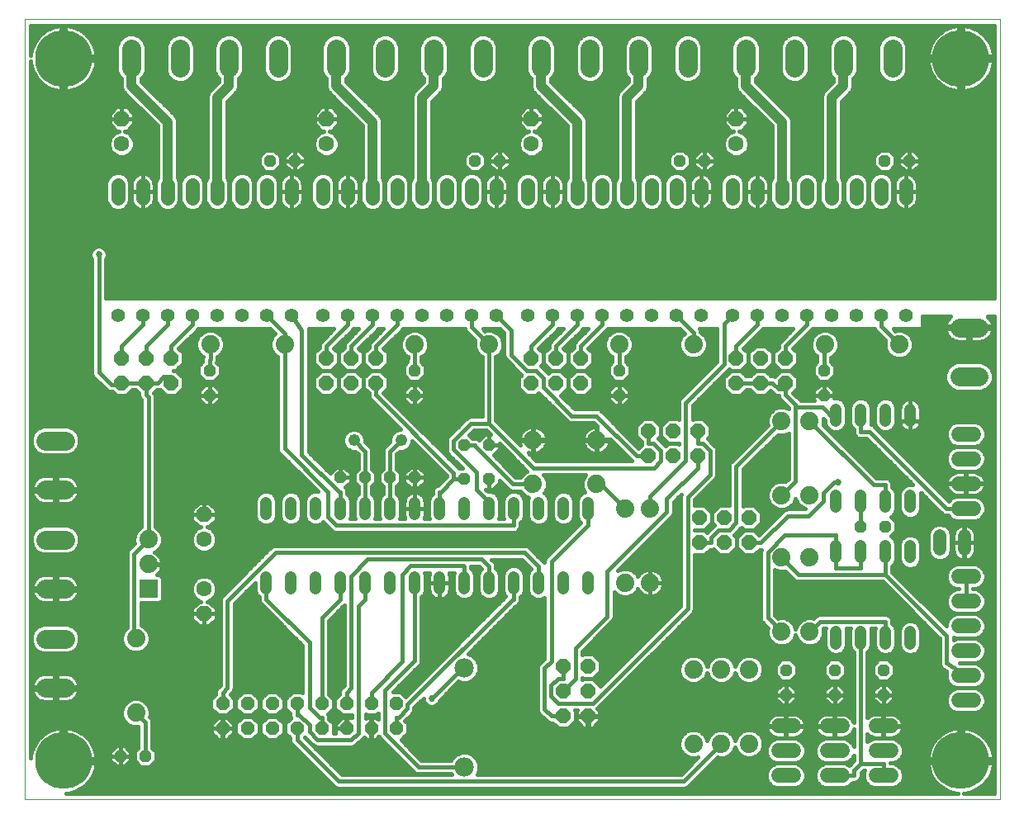
<source format=gbl>
G75*
G70*
%OFA0B0*%
%FSLAX24Y24*%
%IPPOS*%
%LPD*%
%AMOC8*
5,1,8,0,0,1.08239X$1,22.5*
%
%ADD10C,0.0000*%
%ADD11C,0.0480*%
%ADD12C,0.0560*%
%ADD13C,0.0560*%
%ADD14OC8,0.0600*%
%ADD15OC8,0.0480*%
%ADD16OC8,0.0630*%
%ADD17C,0.0630*%
%ADD18C,0.0480*%
%ADD19C,0.0740*%
%ADD20C,0.2300*%
%ADD21OC8,0.0540*%
%ADD22C,0.0780*%
%ADD23C,0.0600*%
%ADD24R,0.0740X0.0740*%
%ADD25C,0.0780*%
%ADD26C,0.0540*%
%ADD27C,0.0160*%
%ADD28C,0.0270*%
%ADD29C,0.0400*%
D10*
X000280Y000250D02*
X000280Y031746D01*
X039650Y031746D01*
X039650Y000250D01*
X000280Y000250D01*
D11*
X010030Y008760D02*
X010030Y009240D01*
X011030Y009240D02*
X011030Y008760D01*
X012030Y008760D02*
X012030Y009240D01*
X013030Y009240D02*
X013030Y008760D01*
X014030Y008760D02*
X014030Y009240D01*
X015030Y009240D02*
X015030Y008760D01*
X016030Y008760D02*
X016030Y009240D01*
X017030Y009240D02*
X017030Y008760D01*
X018030Y008760D02*
X018030Y009240D01*
X019030Y009240D02*
X019030Y008760D01*
X020030Y008760D02*
X020030Y009240D01*
X021030Y009240D02*
X021030Y008760D01*
X022030Y008760D02*
X022030Y009240D01*
X023030Y009240D02*
X023030Y008760D01*
X023030Y011760D02*
X023030Y012240D01*
X022030Y012240D02*
X022030Y011760D01*
X021030Y011760D02*
X021030Y012240D01*
X020030Y012240D02*
X020030Y011760D01*
X019030Y011760D02*
X019030Y012240D01*
X018030Y012240D02*
X018030Y011760D01*
X017030Y011760D02*
X017030Y012240D01*
X016030Y012240D02*
X016030Y011760D01*
X015030Y011760D02*
X015030Y012240D01*
X014030Y012240D02*
X014030Y011760D01*
X013030Y011760D02*
X013030Y012240D01*
X012030Y012240D02*
X012030Y011760D01*
X011030Y011760D02*
X011030Y012240D01*
X010030Y012240D02*
X010030Y011760D01*
X033032Y012050D02*
X033032Y012530D01*
X034032Y012530D02*
X034032Y012050D01*
X035032Y012050D02*
X035032Y012530D01*
X036032Y012530D02*
X036032Y012050D01*
X036032Y010498D02*
X036032Y010018D01*
X035032Y010018D02*
X035032Y010498D01*
X034032Y010498D02*
X034032Y010018D01*
X033032Y010018D02*
X033032Y010498D01*
X033032Y007018D02*
X033032Y006538D01*
X034032Y006538D02*
X034032Y007018D01*
X035032Y007018D02*
X035032Y006538D01*
X036032Y006538D02*
X036032Y007018D01*
X036032Y015530D02*
X036032Y016010D01*
X035032Y016010D02*
X035032Y015530D01*
X034032Y015530D02*
X034032Y016010D01*
X033032Y016010D02*
X033032Y015530D01*
D12*
X032857Y019797D03*
X033857Y019797D03*
X034857Y019797D03*
X035857Y019797D03*
X031857Y019797D03*
X030857Y019797D03*
X029857Y019797D03*
X028857Y019797D03*
X027590Y019797D03*
X026590Y019797D03*
X025590Y019797D03*
X024590Y019797D03*
X023590Y019797D03*
X022590Y019797D03*
X021590Y019797D03*
X020590Y019797D03*
X019322Y019797D03*
X018322Y019797D03*
X017322Y019797D03*
X016322Y019797D03*
X015322Y019797D03*
X014322Y019797D03*
X013322Y019797D03*
X012322Y019797D03*
X011054Y019797D03*
X010054Y019797D03*
X009054Y019797D03*
X008054Y019797D03*
X007054Y019797D03*
X006054Y019797D03*
X005054Y019797D03*
X004054Y019797D03*
D13*
X004054Y024517D02*
X004054Y025077D01*
X005054Y025077D02*
X005054Y024517D01*
X006054Y024517D02*
X006054Y025077D01*
X007054Y025077D02*
X007054Y024517D01*
X008054Y024517D02*
X008054Y025077D01*
X009054Y025077D02*
X009054Y024517D01*
X010054Y024517D02*
X010054Y025077D01*
X011054Y025077D02*
X011054Y024517D01*
X012322Y024517D02*
X012322Y025077D01*
X013322Y025077D02*
X013322Y024517D01*
X014322Y024517D02*
X014322Y025077D01*
X015322Y025077D02*
X015322Y024517D01*
X016322Y024517D02*
X016322Y025077D01*
X017322Y025077D02*
X017322Y024517D01*
X018322Y024517D02*
X018322Y025077D01*
X019322Y025077D02*
X019322Y024517D01*
X020590Y024517D02*
X020590Y025077D01*
X021590Y025077D02*
X021590Y024517D01*
X022590Y024517D02*
X022590Y025077D01*
X023590Y025077D02*
X023590Y024517D01*
X024590Y024517D02*
X024590Y025077D01*
X025590Y025077D02*
X025590Y024517D01*
X026590Y024517D02*
X026590Y025077D01*
X027590Y025077D02*
X027590Y024517D01*
X028857Y024517D02*
X028857Y025077D01*
X029857Y025077D02*
X029857Y024517D01*
X030857Y024517D02*
X030857Y025077D01*
X031857Y025077D02*
X031857Y024517D01*
X032857Y024517D02*
X032857Y025077D01*
X033857Y025077D02*
X033857Y024517D01*
X034857Y024517D02*
X034857Y025077D01*
X035857Y025077D02*
X035857Y024517D01*
D14*
X030995Y018073D03*
X029995Y018073D03*
X028995Y018073D03*
X028995Y017073D03*
X029995Y017073D03*
X030995Y017073D03*
X027468Y015125D03*
X026468Y015125D03*
X026468Y014125D03*
X027468Y014125D03*
X025468Y014125D03*
X025468Y015125D03*
X022727Y017073D03*
X021727Y017073D03*
X020727Y017073D03*
X020727Y018073D03*
X021727Y018073D03*
X022727Y018073D03*
X027530Y011625D03*
X027530Y010625D03*
X028530Y010625D03*
X029530Y010625D03*
X029530Y011625D03*
X028530Y011625D03*
X023030Y005625D03*
X022030Y005625D03*
X022030Y004625D03*
X023030Y004625D03*
X023030Y003625D03*
X022030Y003625D03*
X014460Y017073D03*
X014460Y018073D03*
X013460Y018073D03*
X012460Y018073D03*
X012460Y017073D03*
X013460Y017073D03*
X006192Y017073D03*
X005192Y017073D03*
X005192Y018073D03*
X006192Y018073D03*
X004192Y018073D03*
X004192Y017073D03*
D15*
X007751Y016573D03*
X007751Y017573D03*
X013030Y013250D03*
X014030Y013250D03*
X015030Y013250D03*
X016030Y013250D03*
X018030Y013188D03*
X019030Y013188D03*
X019030Y014563D03*
X018030Y014563D03*
X016019Y016573D03*
X016019Y017573D03*
X024286Y017573D03*
X024286Y016573D03*
X032554Y016573D03*
X032554Y017573D03*
X034032Y011274D03*
X035032Y011274D03*
X034957Y005475D03*
X034957Y004475D03*
X032989Y004475D03*
X032989Y005475D03*
X031020Y005475D03*
X031020Y004475D03*
X005155Y002000D03*
X004155Y002000D03*
X010194Y026038D03*
X011194Y026038D03*
X018462Y026038D03*
X019462Y026038D03*
X026730Y026038D03*
X027730Y026038D03*
X034998Y026038D03*
X035998Y026038D03*
D16*
X029011Y027719D03*
X020743Y027719D03*
X012475Y027719D03*
X004208Y027719D03*
X007530Y011750D03*
X007530Y007750D03*
D17*
X007530Y008750D03*
X007530Y010750D03*
X004208Y026719D03*
X012475Y026719D03*
X020743Y026719D03*
X029011Y026719D03*
D18*
X015480Y014750D03*
X013580Y014750D03*
D19*
X016030Y018625D03*
X019030Y018625D03*
X020812Y014765D03*
X020812Y012985D03*
X023372Y012985D03*
X024530Y012000D03*
X025530Y012000D03*
X025530Y009000D03*
X024530Y009000D03*
X027280Y005500D03*
X028405Y005500D03*
X029530Y005500D03*
X030841Y007018D03*
X031973Y007018D03*
X031973Y010018D03*
X030841Y010018D03*
X030841Y012530D03*
X031973Y012530D03*
X031973Y015530D03*
X030841Y015530D03*
X032593Y018625D03*
X035593Y018625D03*
X027280Y018625D03*
X024280Y018625D03*
X023372Y014765D03*
X010780Y018625D03*
X007780Y018625D03*
X005280Y010750D03*
X005280Y009750D03*
X004780Y006750D03*
X004780Y003750D03*
X027280Y002500D03*
X028405Y002500D03*
X029530Y002500D03*
D20*
X038075Y001825D03*
X038075Y030171D03*
X001855Y030171D03*
X001855Y001825D03*
D21*
X008280Y003125D03*
X009280Y003125D03*
X010280Y003125D03*
X011280Y003125D03*
X012280Y003125D03*
X013280Y003125D03*
X014280Y003125D03*
X015280Y003125D03*
X015280Y004125D03*
X014280Y004125D03*
X013280Y004125D03*
X012280Y004125D03*
X011280Y004125D03*
X010280Y004125D03*
X009280Y004125D03*
X008280Y004125D03*
D22*
X001920Y004760D02*
X001140Y004760D01*
X001140Y006740D02*
X001920Y006740D01*
X001920Y008760D02*
X001140Y008760D01*
X001140Y010740D02*
X001920Y010740D01*
X001920Y012760D02*
X001140Y012760D01*
X001140Y014740D02*
X001920Y014740D01*
X004594Y029781D02*
X004594Y030561D01*
X006574Y030561D02*
X006574Y029781D01*
X008534Y029781D02*
X008534Y030561D01*
X010514Y030561D02*
X010514Y029781D01*
X012862Y029781D02*
X012862Y030561D01*
X014842Y030561D02*
X014842Y029781D01*
X016802Y029781D02*
X016802Y030561D01*
X018782Y030561D02*
X018782Y029781D01*
X021130Y029781D02*
X021130Y030561D01*
X023110Y030561D02*
X023110Y029781D01*
X025070Y029781D02*
X025070Y030561D01*
X027050Y030561D02*
X027050Y029781D01*
X029397Y029781D02*
X029397Y030561D01*
X031377Y030561D02*
X031377Y029781D01*
X033337Y029781D02*
X033337Y030561D01*
X035317Y030561D02*
X035317Y029781D01*
X038015Y019303D02*
X038795Y019303D01*
X038795Y017323D02*
X038015Y017323D01*
D23*
X037980Y015000D02*
X038580Y015000D01*
X038580Y014000D02*
X037980Y014000D01*
X037980Y013000D02*
X038580Y013000D01*
X038580Y012000D02*
X037980Y012000D01*
X037980Y009250D02*
X038580Y009250D01*
X038580Y008250D02*
X037980Y008250D01*
X037980Y007250D02*
X038580Y007250D01*
X038580Y006250D02*
X037980Y006250D01*
X037980Y005250D02*
X038580Y005250D01*
X038580Y004250D02*
X037980Y004250D01*
X035257Y003219D02*
X034657Y003219D01*
X033289Y003219D02*
X032689Y003219D01*
X031320Y003219D02*
X030720Y003219D01*
X030720Y002219D02*
X031320Y002219D01*
X031320Y001219D02*
X030720Y001219D01*
X032689Y001219D02*
X033289Y001219D01*
X033289Y002219D02*
X032689Y002219D01*
X034657Y002219D02*
X035257Y002219D01*
X035257Y001219D02*
X034657Y001219D01*
D24*
X005280Y008750D03*
D25*
X018030Y005563D03*
X018030Y001563D03*
D26*
X037218Y010355D02*
X037218Y010895D01*
X038218Y010895D02*
X038218Y010355D01*
D27*
X038207Y010394D02*
X038228Y010394D01*
X038228Y010236D02*
X038207Y010236D01*
X038207Y010077D02*
X038228Y010077D01*
X038228Y009919D02*
X038207Y009919D01*
X038207Y009905D02*
X038207Y010615D01*
X037768Y010615D01*
X037768Y010320D01*
X037779Y010250D01*
X037800Y010182D01*
X037833Y010119D01*
X037874Y010062D01*
X037924Y010012D01*
X037982Y009970D01*
X038045Y009938D01*
X038112Y009916D01*
X038182Y009905D01*
X038207Y009905D01*
X038228Y009905D02*
X038253Y009905D01*
X038323Y009916D01*
X038390Y009938D01*
X038453Y009970D01*
X038511Y010012D01*
X038561Y010062D01*
X038602Y010119D01*
X038635Y010182D01*
X038656Y010250D01*
X038667Y010320D01*
X038667Y010615D01*
X038228Y010615D01*
X038228Y010635D01*
X038667Y010635D01*
X038667Y010931D01*
X038656Y011001D01*
X038635Y011068D01*
X038602Y011131D01*
X038561Y011188D01*
X038511Y011238D01*
X038453Y011280D01*
X038390Y011312D01*
X038323Y011334D01*
X038253Y011345D01*
X038228Y011345D01*
X038228Y010635D01*
X038207Y010635D01*
X038207Y010615D01*
X038228Y010615D01*
X038228Y009905D01*
X038330Y009919D02*
X039420Y009919D01*
X039420Y010077D02*
X038572Y010077D01*
X038652Y010236D02*
X039420Y010236D01*
X039420Y010394D02*
X038667Y010394D01*
X038667Y010553D02*
X039420Y010553D01*
X039420Y010711D02*
X038667Y010711D01*
X038667Y010870D02*
X039420Y010870D01*
X039420Y011028D02*
X038647Y011028D01*
X038562Y011187D02*
X039420Y011187D01*
X039420Y011345D02*
X037359Y011345D01*
X037311Y011365D02*
X037124Y011365D01*
X036951Y011294D01*
X036819Y011161D01*
X036748Y010989D01*
X036748Y010262D01*
X036819Y010089D01*
X036951Y009957D01*
X037124Y009885D01*
X037311Y009885D01*
X037484Y009957D01*
X037616Y010089D01*
X037687Y010262D01*
X037687Y010989D01*
X037616Y011161D01*
X037484Y011294D01*
X037311Y011365D01*
X037076Y011345D02*
X035472Y011345D01*
X035472Y011456D02*
X035260Y011668D01*
X035281Y011677D01*
X035405Y011800D01*
X035472Y011962D01*
X035472Y012617D01*
X035405Y012779D01*
X035312Y012872D01*
X035312Y013005D01*
X035269Y013108D01*
X035191Y013187D01*
X035088Y013230D01*
X034669Y013230D01*
X032525Y015373D01*
X032543Y015416D01*
X032543Y015623D01*
X032592Y015574D01*
X032592Y015442D01*
X032659Y015280D01*
X032783Y015157D01*
X032944Y015090D01*
X033119Y015090D01*
X033281Y015157D01*
X033405Y015280D01*
X033472Y015442D01*
X033472Y016097D01*
X033405Y016259D01*
X033281Y016383D01*
X033119Y016450D01*
X032974Y016450D01*
X032974Y016573D01*
X032554Y016573D01*
X032134Y016573D01*
X032134Y016399D01*
X032173Y016360D01*
X031624Y016360D01*
X031307Y016677D01*
X031495Y016866D01*
X031495Y017280D01*
X031202Y017573D01*
X031495Y017866D01*
X031495Y018280D01*
X031307Y018469D01*
X032088Y019250D01*
X034600Y019250D01*
X034620Y019202D01*
X035040Y018781D01*
X035023Y018739D01*
X035023Y018512D01*
X035109Y018302D01*
X035270Y018142D01*
X035479Y018055D01*
X035706Y018055D01*
X035915Y018142D01*
X036076Y018302D01*
X036163Y018512D01*
X036163Y018739D01*
X036076Y018948D01*
X035915Y019108D01*
X035706Y019195D01*
X035479Y019195D01*
X035436Y019177D01*
X035363Y019250D01*
X036530Y019250D01*
X036530Y019750D01*
X037661Y019750D01*
X037644Y019737D01*
X037580Y019674D01*
X037527Y019601D01*
X037487Y019522D01*
X037459Y019436D01*
X037446Y019353D01*
X038355Y019353D01*
X038355Y019253D01*
X037446Y019253D01*
X037459Y019169D01*
X037487Y019084D01*
X037527Y019004D01*
X037580Y018931D01*
X037644Y018868D01*
X037716Y018815D01*
X037796Y018774D01*
X037882Y018747D01*
X037970Y018733D01*
X038355Y018733D01*
X038355Y019253D01*
X038455Y019253D01*
X038455Y019353D01*
X039364Y019353D01*
X039351Y019436D01*
X039323Y019522D01*
X039283Y019601D01*
X039230Y019674D01*
X039166Y019737D01*
X039149Y019750D01*
X039420Y019750D01*
X039420Y000500D01*
X038193Y000500D01*
X038271Y000508D01*
X038399Y000533D01*
X038524Y000571D01*
X038645Y000621D01*
X038760Y000683D01*
X038869Y000755D01*
X038970Y000838D01*
X039062Y000931D01*
X039145Y001032D01*
X039217Y001140D01*
X039279Y001256D01*
X039329Y001376D01*
X039367Y001501D01*
X039392Y001630D01*
X039404Y001745D01*
X038155Y001745D01*
X038155Y001905D01*
X037995Y001905D01*
X037995Y001745D01*
X036747Y001745D01*
X036758Y001630D01*
X036784Y001501D01*
X036822Y001376D01*
X036872Y001256D01*
X036933Y001140D01*
X037006Y001032D01*
X037089Y000931D01*
X037181Y000838D01*
X037282Y000755D01*
X037391Y000683D01*
X037506Y000621D01*
X037627Y000571D01*
X037752Y000533D01*
X037880Y000508D01*
X037957Y000500D01*
X001973Y000500D01*
X002050Y000508D01*
X002178Y000533D01*
X002303Y000571D01*
X002424Y000621D01*
X002539Y000683D01*
X002648Y000755D01*
X002749Y000838D01*
X002841Y000931D01*
X002924Y001032D01*
X002997Y001140D01*
X003059Y001256D01*
X003109Y001376D01*
X003146Y001501D01*
X003172Y001630D01*
X003183Y001745D01*
X001935Y001745D01*
X001935Y001905D01*
X003183Y001905D01*
X003172Y002020D01*
X003146Y002149D01*
X003109Y002274D01*
X003059Y002394D01*
X002997Y002510D01*
X002924Y002618D01*
X002841Y002719D01*
X002749Y002812D01*
X002648Y002895D01*
X002539Y002967D01*
X002424Y003029D01*
X002303Y003079D01*
X002178Y003117D01*
X002050Y003142D01*
X001935Y003154D01*
X001935Y001905D01*
X001775Y001905D01*
X001775Y003154D01*
X001659Y003142D01*
X001531Y003117D01*
X001406Y003079D01*
X001285Y003029D01*
X001170Y002967D01*
X001062Y002895D01*
X000961Y002812D01*
X000868Y002719D01*
X000785Y002618D01*
X000713Y002510D01*
X000651Y002394D01*
X000601Y002274D01*
X000563Y002149D01*
X000538Y002020D01*
X000530Y001943D01*
X000530Y030053D01*
X000538Y029976D01*
X000563Y029848D01*
X000601Y029723D01*
X000651Y029602D01*
X000713Y029487D01*
X000785Y029378D01*
X000868Y029277D01*
X000961Y029185D01*
X001062Y029102D01*
X001170Y029029D01*
X001285Y028968D01*
X001406Y028918D01*
X001531Y028880D01*
X001659Y028854D01*
X001775Y028843D01*
X001775Y030091D01*
X001935Y030091D01*
X001935Y028843D01*
X002050Y028854D01*
X002178Y028880D01*
X002303Y028918D01*
X002424Y028968D01*
X002539Y029029D01*
X002648Y029102D01*
X002749Y029185D01*
X002841Y029277D01*
X002924Y029378D01*
X002997Y029487D01*
X003059Y029602D01*
X003109Y029723D01*
X003146Y029848D01*
X003172Y029976D01*
X003183Y030091D01*
X001935Y030091D01*
X001935Y030251D01*
X003183Y030251D01*
X003172Y030367D01*
X003146Y030495D01*
X003109Y030620D01*
X003059Y030741D01*
X002997Y030856D01*
X002924Y030965D01*
X002841Y031066D01*
X002749Y031158D01*
X002648Y031241D01*
X002539Y031314D01*
X002424Y031375D01*
X002303Y031425D01*
X002178Y031463D01*
X002050Y031489D01*
X001935Y031500D01*
X001935Y030251D01*
X001775Y030251D01*
X001775Y031500D01*
X001659Y031489D01*
X001531Y031463D01*
X001406Y031425D01*
X001285Y031375D01*
X001170Y031314D01*
X001062Y031241D01*
X000961Y031158D01*
X000868Y031066D01*
X000785Y030965D01*
X000713Y030856D01*
X000651Y030741D01*
X000601Y030620D01*
X000563Y030495D01*
X000538Y030367D01*
X000530Y030290D01*
X000530Y031500D01*
X039420Y031500D01*
X039420Y020500D01*
X003560Y020500D01*
X003560Y022056D01*
X003564Y022060D01*
X003615Y022184D01*
X003615Y022317D01*
X003564Y022440D01*
X003470Y022534D01*
X003347Y022585D01*
X003213Y022585D01*
X003090Y022534D01*
X002996Y022440D01*
X002945Y022317D01*
X002945Y022184D01*
X002996Y022060D01*
X003000Y022056D01*
X003000Y017445D01*
X003043Y017342D01*
X003621Y016763D01*
X003724Y016720D01*
X003838Y016720D01*
X003985Y016573D01*
X004399Y016573D01*
X004619Y016793D01*
X004765Y016793D01*
X004912Y016646D01*
X004912Y016537D01*
X004955Y016434D01*
X005000Y016389D01*
X005000Y011251D01*
X004957Y011233D01*
X004797Y011073D01*
X004710Y010864D01*
X004710Y010637D01*
X004728Y010594D01*
X004470Y010336D01*
X004427Y010233D01*
X004427Y007203D01*
X004297Y007073D01*
X004210Y006864D01*
X004210Y006637D01*
X004297Y006427D01*
X004457Y006267D01*
X004667Y006180D01*
X004893Y006180D01*
X005103Y006267D01*
X005263Y006427D01*
X005350Y006637D01*
X005350Y006864D01*
X005263Y007073D01*
X005103Y007233D01*
X004987Y007281D01*
X004987Y008180D01*
X005733Y008180D01*
X005850Y008297D01*
X005850Y009203D01*
X005733Y009320D01*
X005624Y009320D01*
X005638Y009331D01*
X005700Y009392D01*
X005750Y009462D01*
X005790Y009539D01*
X005816Y009621D01*
X005830Y009707D01*
X005830Y009732D01*
X005298Y009732D01*
X005298Y009769D01*
X005830Y009769D01*
X005830Y009793D01*
X005816Y009879D01*
X005790Y009961D01*
X005750Y010038D01*
X005700Y010108D01*
X005638Y010170D01*
X005568Y010221D01*
X005534Y010238D01*
X005603Y010267D01*
X005763Y010427D01*
X005850Y010637D01*
X005850Y010864D01*
X005763Y011073D01*
X005603Y011233D01*
X005560Y011251D01*
X005560Y016561D01*
X005517Y016664D01*
X005503Y016677D01*
X005619Y016793D01*
X005728Y016793D01*
X005754Y016804D01*
X005985Y016573D01*
X006399Y016573D01*
X006692Y016866D01*
X006692Y017280D01*
X006399Y017573D01*
X006296Y017573D01*
X006296Y017573D01*
X006399Y017573D01*
X006692Y017866D01*
X006692Y018280D01*
X006503Y018469D01*
X007213Y019178D01*
X007285Y019250D01*
X010205Y019250D01*
X010402Y019053D01*
X010297Y018948D01*
X010210Y018739D01*
X010210Y018512D01*
X010297Y018302D01*
X010457Y018142D01*
X010500Y018124D01*
X010500Y014357D01*
X010543Y014254D01*
X012117Y012680D01*
X011942Y012680D01*
X011781Y012613D01*
X011279Y012613D01*
X011118Y012680D01*
X010942Y012680D01*
X010781Y012613D01*
X010279Y012613D01*
X010118Y012680D01*
X009942Y012680D01*
X009781Y012613D01*
X005560Y012613D01*
X005560Y012455D02*
X009643Y012455D01*
X009657Y012489D02*
X009590Y012328D01*
X009590Y011673D01*
X009657Y011511D01*
X009781Y011387D01*
X009942Y011320D01*
X010118Y011320D01*
X010279Y011387D01*
X010403Y011511D01*
X010470Y011673D01*
X010470Y012328D01*
X010403Y012489D01*
X010279Y012613D01*
X010417Y012455D02*
X010643Y012455D01*
X010657Y012489D02*
X010590Y012328D01*
X010590Y011673D01*
X010657Y011511D01*
X010781Y011387D01*
X010942Y011320D01*
X011118Y011320D01*
X011279Y011387D01*
X011403Y011511D01*
X011470Y011673D01*
X011470Y012328D01*
X011403Y012489D01*
X011279Y012613D01*
X011417Y012455D02*
X011643Y012455D01*
X011657Y012489D02*
X011590Y012328D01*
X011590Y011673D01*
X011657Y011511D01*
X011781Y011387D01*
X011942Y011320D01*
X012118Y011320D01*
X012279Y011387D01*
X012341Y011449D01*
X012632Y011158D01*
X012711Y011079D01*
X012813Y011037D01*
X020062Y011037D01*
X020165Y011079D01*
X020267Y011182D01*
X020310Y011284D01*
X020310Y011418D01*
X020403Y011511D01*
X020470Y011673D01*
X020470Y012328D01*
X020403Y012489D01*
X020279Y012613D01*
X020378Y012613D01*
X020329Y012662D02*
X020490Y012502D01*
X020637Y012441D01*
X020590Y012328D01*
X020590Y011673D01*
X020657Y011511D01*
X020781Y011387D01*
X020942Y011320D01*
X021118Y011320D01*
X021279Y011387D01*
X021403Y011511D01*
X021470Y011673D01*
X021470Y012328D01*
X021403Y012489D01*
X021279Y012613D01*
X021781Y012613D01*
X021657Y012489D01*
X021590Y012328D01*
X021590Y011673D01*
X021657Y011511D01*
X021781Y011387D01*
X021942Y011320D01*
X022118Y011320D01*
X022279Y011387D01*
X022403Y011511D01*
X022470Y011673D01*
X022470Y012328D01*
X022403Y012489D01*
X022279Y012613D01*
X022781Y012613D01*
X022657Y012489D01*
X022590Y012328D01*
X022590Y011673D01*
X022657Y011511D01*
X022731Y011437D01*
X021391Y010097D01*
X021313Y010019D01*
X021270Y009916D01*
X021270Y009813D01*
X021267Y009819D01*
X020627Y010459D01*
X020524Y010502D01*
X010359Y010502D01*
X010256Y010459D01*
X010178Y010381D01*
X008229Y008432D01*
X008187Y008329D01*
X008187Y004878D01*
X008043Y004734D01*
X008000Y004631D01*
X008000Y004510D01*
X007810Y004320D01*
X007810Y003931D01*
X008085Y003655D01*
X008475Y003655D01*
X008750Y003931D01*
X008750Y004320D01*
X008585Y004485D01*
X008625Y004524D01*
X008704Y004603D01*
X008747Y004706D01*
X008747Y008158D01*
X009590Y009001D01*
X009590Y008673D01*
X009657Y008511D01*
X009750Y008418D01*
X009750Y008284D01*
X009793Y008182D01*
X011500Y006474D01*
X011500Y004570D01*
X011475Y004595D01*
X011085Y004595D01*
X010810Y004320D01*
X010810Y003931D01*
X011000Y003741D01*
X011000Y003619D01*
X011032Y003542D01*
X010810Y003320D01*
X010810Y002931D01*
X011000Y002741D01*
X011000Y002619D01*
X011043Y002517D01*
X012806Y000753D01*
X012909Y000710D01*
X026951Y000710D01*
X027054Y000753D01*
X027132Y000832D01*
X028249Y001948D01*
X028292Y001930D01*
X028518Y001930D01*
X028728Y002017D01*
X028888Y002177D01*
X028968Y002369D01*
X029047Y002177D01*
X029207Y002017D01*
X029417Y001930D01*
X029643Y001930D01*
X029853Y002017D01*
X030013Y002177D01*
X030100Y002387D01*
X030100Y002614D01*
X030013Y002823D01*
X029853Y002983D01*
X029643Y003070D01*
X029417Y003070D01*
X029207Y002983D01*
X029047Y002823D01*
X028968Y002632D01*
X028888Y002823D01*
X028728Y002983D01*
X028518Y003070D01*
X028292Y003070D01*
X028082Y002983D01*
X027922Y002823D01*
X027843Y002632D01*
X027763Y002823D01*
X027603Y002983D01*
X027393Y003070D01*
X027167Y003070D01*
X026957Y002983D01*
X026797Y002823D01*
X026710Y002614D01*
X026710Y002387D01*
X026797Y002177D01*
X026957Y002017D01*
X027167Y001930D01*
X027393Y001930D01*
X027471Y001962D01*
X026779Y001270D01*
X018547Y001270D01*
X018620Y001445D01*
X018620Y001680D01*
X018530Y001897D01*
X018364Y002063D01*
X018147Y002153D01*
X017913Y002153D01*
X017696Y002063D01*
X017530Y001897D01*
X017507Y001843D01*
X016301Y001843D01*
X015481Y002662D01*
X015750Y002931D01*
X015750Y003320D01*
X015642Y003428D01*
X015889Y003675D01*
X015967Y003754D01*
X016010Y003857D01*
X016010Y003968D01*
X016384Y004342D01*
X016384Y004268D01*
X016435Y004145D01*
X016530Y004051D01*
X016653Y004000D01*
X016786Y004000D01*
X016909Y004051D01*
X017003Y004145D01*
X017054Y004268D01*
X017054Y004274D01*
X017800Y005019D01*
X017913Y004973D01*
X018147Y004973D01*
X018364Y005063D01*
X018530Y005229D01*
X018620Y005445D01*
X018620Y005680D01*
X018530Y005897D01*
X018364Y006063D01*
X018181Y006139D01*
X020114Y008072D01*
X020189Y008103D01*
X020267Y008182D01*
X020310Y008284D01*
X020310Y008418D01*
X020403Y008511D01*
X020470Y008673D01*
X020470Y009328D01*
X020403Y009489D01*
X020279Y009613D01*
X020118Y009680D01*
X019942Y009680D01*
X019781Y009613D01*
X019657Y009489D01*
X019590Y009328D01*
X019590Y008673D01*
X019657Y008511D01*
X019709Y008459D01*
X015660Y004410D01*
X015475Y004595D01*
X015157Y004595D01*
X016267Y005706D01*
X016310Y005809D01*
X016310Y008418D01*
X016403Y008511D01*
X016470Y008673D01*
X016470Y009328D01*
X016439Y009401D01*
X016641Y009401D01*
X016620Y009339D01*
X016610Y009273D01*
X016610Y009000D01*
X016610Y008727D01*
X016620Y008662D01*
X016641Y008599D01*
X016671Y008540D01*
X016710Y008487D01*
X016756Y008440D01*
X016810Y008401D01*
X016869Y008371D01*
X016932Y008351D01*
X016997Y008340D01*
X017030Y008340D01*
X017063Y008340D01*
X017128Y008351D01*
X017191Y008371D01*
X017250Y008401D01*
X017304Y008440D01*
X017350Y008487D01*
X017389Y008540D01*
X017419Y008599D01*
X017440Y008662D01*
X017450Y008727D01*
X017450Y009000D01*
X017030Y009000D01*
X017030Y008340D01*
X017030Y009000D01*
X017030Y009000D01*
X017030Y009000D01*
X016610Y009000D01*
X017030Y009000D01*
X017030Y009000D01*
X017450Y009000D01*
X017450Y009273D01*
X017440Y009339D01*
X017419Y009401D01*
X017419Y009401D01*
X017621Y009401D01*
X017590Y009328D01*
X017590Y008673D01*
X017657Y008511D01*
X017781Y008387D01*
X017942Y008320D01*
X018118Y008320D01*
X018279Y008387D01*
X018403Y008511D01*
X018470Y008673D01*
X018470Y009328D01*
X018403Y009489D01*
X018310Y009582D01*
X018310Y009672D01*
X018622Y009672D01*
X018731Y009563D01*
X018657Y009489D01*
X018590Y009328D01*
X018590Y008673D01*
X018657Y008511D01*
X018781Y008387D01*
X018942Y008320D01*
X019118Y008320D01*
X019279Y008387D01*
X019403Y008511D01*
X019470Y008673D01*
X019470Y009328D01*
X019403Y009489D01*
X019310Y009582D01*
X019310Y009716D01*
X019267Y009819D01*
X019189Y009898D01*
X019144Y009942D01*
X020352Y009942D01*
X020731Y009563D01*
X020657Y009489D01*
X020590Y009328D01*
X020590Y008673D01*
X020657Y008511D01*
X020781Y008387D01*
X020942Y008320D01*
X021118Y008320D01*
X021270Y008383D01*
X021270Y005939D01*
X021115Y005784D01*
X021036Y005705D01*
X020994Y005602D01*
X020994Y003846D01*
X021036Y003743D01*
X021391Y003388D01*
X021494Y003345D01*
X021603Y003345D01*
X021823Y003125D01*
X022237Y003125D01*
X022530Y003418D01*
X022530Y003832D01*
X022497Y003865D01*
X022591Y003865D01*
X022550Y003824D01*
X022550Y003645D01*
X023010Y003645D01*
X023010Y003605D01*
X023050Y003605D01*
X023050Y003145D01*
X023229Y003145D01*
X023510Y003426D01*
X023510Y003605D01*
X023050Y003605D01*
X023050Y003645D01*
X023510Y003645D01*
X023510Y003824D01*
X023409Y003926D01*
X023469Y003987D01*
X027287Y007804D01*
X027330Y007907D01*
X027330Y010125D01*
X027737Y010125D01*
X027957Y010345D01*
X028066Y010345D01*
X028092Y010356D01*
X028323Y010125D01*
X028737Y010125D01*
X029030Y010418D01*
X029323Y010125D01*
X029737Y010125D01*
X029957Y010345D01*
X030022Y010345D01*
X029999Y010290D01*
X029999Y007524D01*
X030042Y007421D01*
X030289Y007174D01*
X030271Y007131D01*
X030271Y006905D01*
X030358Y006695D01*
X030518Y006535D01*
X030728Y006448D01*
X030954Y006448D01*
X031164Y006535D01*
X031324Y006695D01*
X031407Y006895D01*
X031490Y006695D01*
X031650Y006535D01*
X031860Y006448D01*
X032086Y006448D01*
X032296Y006535D01*
X032456Y006695D01*
X032543Y006905D01*
X032543Y007131D01*
X032532Y007158D01*
X032614Y007158D01*
X032592Y007105D01*
X032592Y006450D01*
X032659Y006289D01*
X032783Y006165D01*
X032944Y006098D01*
X033119Y006098D01*
X033281Y006165D01*
X033405Y006289D01*
X033472Y006450D01*
X033472Y007105D01*
X033450Y007158D01*
X033614Y007158D01*
X033592Y007105D01*
X033592Y006450D01*
X033659Y006289D01*
X033752Y006196D01*
X033752Y003346D01*
X033733Y003403D01*
X033699Y003470D01*
X033655Y003531D01*
X033601Y003585D01*
X033540Y003629D01*
X033473Y003664D01*
X033401Y003687D01*
X033326Y003699D01*
X033009Y003699D01*
X033009Y003239D01*
X032969Y003239D01*
X032969Y003699D01*
X032651Y003699D01*
X032576Y003687D01*
X032504Y003664D01*
X032437Y003629D01*
X032376Y003585D01*
X032323Y003531D01*
X032278Y003470D01*
X032244Y003403D01*
X032220Y003331D01*
X032209Y003256D01*
X032209Y003239D01*
X032969Y003239D01*
X032969Y003199D01*
X033009Y003199D01*
X033009Y002739D01*
X033326Y002739D01*
X033401Y002751D01*
X033473Y002774D01*
X033540Y002808D01*
X033601Y002853D01*
X033655Y002906D01*
X033699Y002967D01*
X033733Y003034D01*
X033752Y003091D01*
X033752Y002407D01*
X033713Y002502D01*
X033572Y002643D01*
X033388Y002719D01*
X032589Y002719D01*
X032405Y002643D01*
X032265Y002502D01*
X032189Y002318D01*
X032189Y002119D01*
X032265Y001935D01*
X032405Y001795D01*
X032589Y001719D01*
X033388Y001719D01*
X033572Y001795D01*
X033713Y001935D01*
X033752Y002031D01*
X033752Y001815D01*
X033610Y001673D01*
X033576Y001639D01*
X033572Y001643D01*
X033388Y001719D01*
X032589Y001719D01*
X032405Y001643D01*
X032265Y001502D01*
X032189Y001318D01*
X032189Y001119D01*
X032265Y000935D01*
X032405Y000795D01*
X032589Y000719D01*
X033388Y000719D01*
X033572Y000795D01*
X033713Y000935D01*
X033714Y000939D01*
X033824Y000939D01*
X033927Y000981D01*
X034006Y001060D01*
X034049Y001163D01*
X034049Y001319D01*
X034148Y001419D01*
X034199Y001419D01*
X034157Y001318D01*
X034157Y001119D01*
X034233Y000935D01*
X034374Y000795D01*
X034558Y000719D01*
X035357Y000719D01*
X035540Y000795D01*
X035681Y000935D01*
X035757Y001119D01*
X035757Y001318D01*
X035681Y001502D01*
X035540Y001643D01*
X035357Y001719D01*
X035540Y001795D01*
X035681Y001935D01*
X035757Y002119D01*
X035757Y002318D01*
X035681Y002502D01*
X035540Y002643D01*
X035357Y002719D01*
X034558Y002719D01*
X034374Y002643D01*
X034312Y002581D01*
X034312Y002885D01*
X034344Y002853D01*
X034406Y002808D01*
X034473Y002774D01*
X034545Y002751D01*
X034619Y002739D01*
X034937Y002739D01*
X034937Y003199D01*
X034977Y003199D01*
X034977Y003239D01*
X034937Y003239D01*
X034937Y003699D01*
X034619Y003699D01*
X034545Y003687D01*
X034473Y003664D01*
X034406Y003629D01*
X034344Y003585D01*
X034312Y003552D01*
X034312Y006196D01*
X034405Y006289D01*
X034472Y006450D01*
X034472Y007105D01*
X034450Y007158D01*
X034614Y007158D01*
X034592Y007105D01*
X034592Y006450D01*
X034659Y006289D01*
X034783Y006165D01*
X034944Y006098D01*
X035119Y006098D01*
X035281Y006165D01*
X035405Y006289D01*
X035472Y006450D01*
X035472Y007105D01*
X035405Y007267D01*
X035312Y007360D01*
X035312Y007494D01*
X035269Y007597D01*
X035191Y007675D01*
X035088Y007718D01*
X032337Y007718D01*
X032234Y007675D01*
X032156Y007597D01*
X032156Y007597D01*
X032129Y007570D01*
X032086Y007588D01*
X031860Y007588D01*
X031650Y007501D01*
X031490Y007341D01*
X031407Y007141D01*
X031324Y007341D01*
X031164Y007501D01*
X030954Y007588D01*
X030728Y007588D01*
X030685Y007570D01*
X030559Y007696D01*
X030559Y009518D01*
X030728Y009448D01*
X030954Y009448D01*
X030997Y009466D01*
X031372Y009091D01*
X031475Y009048D01*
X034916Y009048D01*
X037220Y006744D01*
X037220Y005775D01*
X037215Y005745D01*
X037220Y005720D01*
X037220Y005695D01*
X037232Y005666D01*
X037238Y005636D01*
X037253Y005615D01*
X037263Y005592D01*
X037284Y005570D01*
X037302Y005545D01*
X037323Y005531D01*
X037341Y005513D01*
X037370Y005501D01*
X037506Y005413D01*
X037480Y005350D01*
X037480Y005151D01*
X037556Y004967D01*
X037697Y004826D01*
X037881Y004750D01*
X037697Y004674D01*
X037556Y004533D01*
X037480Y004350D01*
X037480Y004151D01*
X037556Y003967D01*
X037697Y003826D01*
X037881Y003750D01*
X038679Y003750D01*
X038863Y003826D01*
X039004Y003967D01*
X039080Y004151D01*
X039080Y004350D01*
X039004Y004533D01*
X038863Y004674D01*
X038679Y004750D01*
X037881Y004750D01*
X038679Y004750D01*
X038863Y004826D01*
X039004Y004967D01*
X039080Y005151D01*
X039080Y005350D01*
X039004Y005533D01*
X038863Y005674D01*
X038679Y005750D01*
X038019Y005750D01*
X038019Y005750D01*
X038679Y005750D01*
X038863Y005826D01*
X039004Y005967D01*
X039080Y006151D01*
X039080Y006350D01*
X039004Y006533D01*
X038863Y006674D01*
X038679Y006750D01*
X037881Y006750D01*
X038679Y006750D01*
X038863Y006826D01*
X039004Y006967D01*
X039080Y007151D01*
X039080Y007350D01*
X039004Y007533D01*
X038863Y007674D01*
X038679Y007750D01*
X037881Y007750D01*
X038679Y007750D01*
X038863Y007826D01*
X039004Y007967D01*
X039080Y008151D01*
X039080Y008350D01*
X039004Y008533D01*
X038863Y008674D01*
X038679Y008750D01*
X038560Y008750D01*
X038560Y008750D01*
X038679Y008750D01*
X038863Y008826D01*
X039004Y008967D01*
X039080Y009151D01*
X039080Y009350D01*
X039004Y009533D01*
X038863Y009674D01*
X038679Y009750D01*
X037881Y009750D01*
X037697Y009674D01*
X037556Y009533D01*
X037480Y009350D01*
X037480Y009151D01*
X037556Y008967D01*
X037697Y008826D01*
X037881Y008750D01*
X037697Y008674D01*
X037556Y008533D01*
X037480Y008350D01*
X037480Y008151D01*
X037556Y007967D01*
X037697Y007826D01*
X037881Y007750D01*
X037697Y007674D01*
X037556Y007533D01*
X037480Y007350D01*
X037480Y007276D01*
X035312Y009444D01*
X035312Y009676D01*
X035405Y009769D01*
X035472Y009930D01*
X035472Y010585D01*
X035405Y010747D01*
X035281Y010871D01*
X035260Y010880D01*
X035472Y011092D01*
X035472Y011456D01*
X035424Y011504D02*
X037872Y011504D01*
X037881Y011500D02*
X037697Y011576D01*
X037556Y011717D01*
X037555Y011720D01*
X037444Y011720D01*
X037341Y011763D01*
X036461Y012643D01*
X036472Y012617D01*
X036472Y011962D01*
X036405Y011800D01*
X036281Y011677D01*
X036119Y011610D01*
X035944Y011610D01*
X035783Y011677D01*
X035659Y011800D01*
X035592Y011962D01*
X035592Y012617D01*
X035659Y012779D01*
X035783Y012903D01*
X035944Y012970D01*
X036119Y012970D01*
X036145Y012959D01*
X034274Y014830D01*
X033976Y014830D01*
X033873Y014872D01*
X033795Y014951D01*
X033752Y015054D01*
X033752Y015187D01*
X033659Y015280D01*
X033592Y015442D01*
X033592Y016097D01*
X033659Y016259D01*
X033783Y016383D01*
X033944Y016450D01*
X034119Y016450D01*
X034281Y016383D01*
X034405Y016259D01*
X034472Y016097D01*
X034472Y015442D01*
X034450Y015388D01*
X034549Y015347D01*
X034628Y015268D01*
X037584Y012312D01*
X037697Y012424D01*
X037881Y012500D01*
X038679Y012500D01*
X038863Y012424D01*
X039004Y012283D01*
X039080Y012100D01*
X039080Y011901D01*
X039004Y011717D01*
X038863Y011576D01*
X038679Y011500D01*
X037881Y011500D01*
X037982Y011280D02*
X037924Y011238D01*
X037874Y011188D01*
X037833Y011131D01*
X037800Y011068D01*
X037779Y011001D01*
X037768Y010931D01*
X037768Y010635D01*
X038207Y010635D01*
X038207Y011345D01*
X038182Y011345D01*
X038112Y011334D01*
X038045Y011312D01*
X037982Y011280D01*
X037873Y011187D02*
X037591Y011187D01*
X037671Y011028D02*
X037788Y011028D01*
X037768Y010870D02*
X037687Y010870D01*
X037687Y010711D02*
X037768Y010711D01*
X037768Y010553D02*
X037687Y010553D01*
X037687Y010394D02*
X037768Y010394D01*
X037783Y010236D02*
X037677Y010236D01*
X037604Y010077D02*
X037863Y010077D01*
X038105Y009919D02*
X037392Y009919D01*
X037043Y009919D02*
X036467Y009919D01*
X036472Y009930D02*
X036472Y010585D01*
X036405Y010747D01*
X036281Y010871D01*
X036119Y010938D01*
X035944Y010938D01*
X035783Y010871D01*
X035659Y010747D01*
X035592Y010585D01*
X035592Y009930D01*
X035659Y009769D01*
X035783Y009645D01*
X035944Y009578D01*
X036119Y009578D01*
X036281Y009645D01*
X036405Y009769D01*
X036472Y009930D01*
X036472Y010077D02*
X036831Y010077D01*
X036758Y010236D02*
X036472Y010236D01*
X036472Y010394D02*
X036748Y010394D01*
X036748Y010553D02*
X036472Y010553D01*
X036420Y010711D02*
X036748Y010711D01*
X036748Y010870D02*
X036282Y010870D01*
X035782Y010870D02*
X035282Y010870D01*
X035409Y011028D02*
X036764Y011028D01*
X036844Y011187D02*
X035472Y011187D01*
X035420Y010711D02*
X035644Y010711D01*
X035592Y010553D02*
X035472Y010553D01*
X035472Y010394D02*
X035592Y010394D01*
X035592Y010236D02*
X035472Y010236D01*
X035472Y010077D02*
X035592Y010077D01*
X035597Y009919D02*
X035467Y009919D01*
X035397Y009760D02*
X035667Y009760D01*
X035887Y009602D02*
X035312Y009602D01*
X035313Y009443D02*
X037519Y009443D01*
X037480Y009285D02*
X035471Y009285D01*
X035630Y009126D02*
X037490Y009126D01*
X037556Y008968D02*
X035788Y008968D01*
X035947Y008809D02*
X037738Y008809D01*
X037881Y008750D02*
X038000Y008750D01*
X038000Y008750D01*
X037881Y008750D01*
X037673Y008651D02*
X036105Y008651D01*
X036264Y008492D02*
X037539Y008492D01*
X037480Y008334D02*
X036422Y008334D01*
X036581Y008175D02*
X037480Y008175D01*
X037536Y008017D02*
X036739Y008017D01*
X036898Y007858D02*
X037665Y007858D01*
X037759Y007700D02*
X037056Y007700D01*
X037215Y007541D02*
X037564Y007541D01*
X037494Y007383D02*
X037373Y007383D01*
X036898Y007066D02*
X036472Y007066D01*
X036472Y007105D02*
X036405Y007267D01*
X036281Y007391D01*
X036119Y007458D01*
X035944Y007458D01*
X035783Y007391D01*
X035659Y007267D01*
X035592Y007105D01*
X035592Y006450D01*
X035659Y006289D01*
X035783Y006165D01*
X035944Y006098D01*
X036119Y006098D01*
X036281Y006165D01*
X036405Y006289D01*
X036472Y006450D01*
X036472Y007105D01*
X036423Y007224D02*
X036740Y007224D01*
X036581Y007383D02*
X036289Y007383D01*
X036423Y007541D02*
X035292Y007541D01*
X035312Y007383D02*
X035775Y007383D01*
X035641Y007224D02*
X035423Y007224D01*
X035472Y007066D02*
X035592Y007066D01*
X035592Y006907D02*
X035472Y006907D01*
X035472Y006749D02*
X035592Y006749D01*
X035592Y006590D02*
X035472Y006590D01*
X035464Y006432D02*
X035600Y006432D01*
X035674Y006273D02*
X035390Y006273D01*
X035160Y006115D02*
X035904Y006115D01*
X036160Y006115D02*
X037220Y006115D01*
X037220Y006273D02*
X036390Y006273D01*
X036464Y006432D02*
X037220Y006432D01*
X037220Y006590D02*
X036472Y006590D01*
X036472Y006749D02*
X037215Y006749D01*
X037057Y006907D02*
X036472Y006907D01*
X037500Y006860D02*
X035032Y009328D01*
X035032Y010018D01*
X035032Y009328D02*
X031531Y009328D01*
X030841Y010018D01*
X031020Y009443D02*
X030559Y009443D01*
X030559Y009285D02*
X031178Y009285D01*
X031337Y009126D02*
X030559Y009126D01*
X030559Y008968D02*
X034996Y008968D01*
X035155Y008809D02*
X030559Y008809D01*
X030559Y008651D02*
X035313Y008651D01*
X035472Y008492D02*
X030559Y008492D01*
X030559Y008334D02*
X035630Y008334D01*
X035789Y008175D02*
X030559Y008175D01*
X030559Y008017D02*
X035947Y008017D01*
X036106Y007858D02*
X030559Y007858D01*
X030559Y007700D02*
X032293Y007700D01*
X032393Y007438D02*
X035032Y007438D01*
X035032Y007018D01*
X034592Y007066D02*
X034472Y007066D01*
X034472Y006907D02*
X034592Y006907D01*
X034592Y006749D02*
X034472Y006749D01*
X034472Y006590D02*
X034592Y006590D01*
X034600Y006432D02*
X034464Y006432D01*
X034390Y006273D02*
X034674Y006273D01*
X034904Y006115D02*
X034312Y006115D01*
X034312Y005956D02*
X037220Y005956D01*
X037220Y005798D02*
X035256Y005798D01*
X035139Y005915D02*
X035397Y005657D01*
X035397Y005292D01*
X035139Y005035D01*
X034775Y005035D01*
X034517Y005292D01*
X034517Y005657D01*
X034775Y005915D01*
X035139Y005915D01*
X035397Y005639D02*
X037238Y005639D01*
X037402Y005481D02*
X035397Y005481D01*
X035397Y005322D02*
X037480Y005322D01*
X037480Y005164D02*
X035269Y005164D01*
X035131Y004895D02*
X034957Y004895D01*
X034783Y004895D01*
X034537Y004649D01*
X034537Y004475D01*
X034957Y004475D01*
X034957Y004895D01*
X034957Y004475D01*
X034957Y004475D01*
X034957Y004475D01*
X035377Y004475D01*
X035377Y004649D01*
X035131Y004895D01*
X035179Y004847D02*
X037676Y004847D01*
X037731Y004688D02*
X035338Y004688D01*
X035377Y004530D02*
X037555Y004530D01*
X037489Y004371D02*
X035377Y004371D01*
X035377Y004301D02*
X035377Y004475D01*
X034957Y004475D01*
X034957Y004475D01*
X034537Y004475D01*
X034537Y004301D01*
X034783Y004055D01*
X034957Y004055D01*
X034957Y004475D01*
X034957Y004475D01*
X034957Y004055D01*
X035131Y004055D01*
X035377Y004301D01*
X035289Y004213D02*
X037480Y004213D01*
X037520Y004054D02*
X034312Y004054D01*
X034312Y003896D02*
X037627Y003896D01*
X037752Y003117D02*
X037627Y003079D01*
X037506Y003029D01*
X037391Y002967D01*
X037282Y002895D01*
X037181Y002812D01*
X037089Y002719D01*
X037006Y002618D01*
X036933Y002510D01*
X036872Y002394D01*
X036822Y002274D01*
X036784Y002149D01*
X036758Y002020D01*
X036747Y001905D01*
X037995Y001905D01*
X037995Y003154D01*
X037880Y003142D01*
X037752Y003117D01*
X037707Y003103D02*
X035724Y003103D01*
X035725Y003106D02*
X035737Y003181D01*
X035737Y003199D01*
X034977Y003199D01*
X034977Y002739D01*
X035295Y002739D01*
X035370Y002751D01*
X035441Y002774D01*
X035509Y002808D01*
X035570Y002853D01*
X035623Y002906D01*
X035668Y002967D01*
X035702Y003034D01*
X035725Y003106D01*
X035737Y003239D02*
X035737Y003256D01*
X035725Y003331D01*
X035702Y003403D01*
X035668Y003470D01*
X035623Y003531D01*
X035570Y003585D01*
X035509Y003629D01*
X035441Y003664D01*
X035370Y003687D01*
X035295Y003699D01*
X034977Y003699D01*
X034977Y003239D01*
X035737Y003239D01*
X035736Y003262D02*
X039420Y003262D01*
X039420Y003420D02*
X035693Y003420D01*
X035576Y003579D02*
X039420Y003579D01*
X039420Y003737D02*
X034312Y003737D01*
X034312Y003579D02*
X034338Y003579D01*
X033752Y003579D02*
X033607Y003579D01*
X033725Y003420D02*
X033752Y003420D01*
X033752Y003737D02*
X023510Y003737D01*
X023510Y003579D02*
X030401Y003579D01*
X030407Y003585D02*
X030354Y003531D01*
X030310Y003470D01*
X030275Y003403D01*
X030252Y003331D01*
X030240Y003256D01*
X030240Y003239D01*
X031000Y003239D01*
X031000Y003699D01*
X030682Y003699D01*
X030608Y003687D01*
X030536Y003664D01*
X030469Y003629D01*
X030407Y003585D01*
X030284Y003420D02*
X023504Y003420D01*
X023345Y003262D02*
X030241Y003262D01*
X030240Y003199D02*
X030240Y003181D01*
X030252Y003106D01*
X030275Y003034D01*
X030310Y002967D01*
X030354Y002906D01*
X030407Y002853D01*
X030469Y002808D01*
X030536Y002774D01*
X030608Y002751D01*
X030682Y002739D01*
X031000Y002739D01*
X031000Y003199D01*
X030240Y003199D01*
X030253Y003103D02*
X015750Y003103D01*
X015750Y002945D02*
X026918Y002945D01*
X026782Y002786D02*
X015606Y002786D01*
X015516Y002628D02*
X026716Y002628D01*
X026710Y002469D02*
X015674Y002469D01*
X015833Y002311D02*
X026742Y002311D01*
X026822Y002152D02*
X018149Y002152D01*
X017911Y002152D02*
X015991Y002152D01*
X016150Y001994D02*
X017627Y001994D01*
X018030Y001563D02*
X016185Y001563D01*
X014829Y002918D01*
X014829Y004664D01*
X016030Y005865D01*
X016030Y009000D01*
X016470Y008968D02*
X016610Y008968D01*
X016610Y009126D02*
X016470Y009126D01*
X016470Y009285D02*
X016612Y009285D01*
X016641Y009401D02*
X016641Y009401D01*
X017030Y008968D02*
X017030Y008968D01*
X017030Y008809D02*
X017030Y008809D01*
X017030Y008651D02*
X017030Y008651D01*
X017030Y008492D02*
X017030Y008492D01*
X017354Y008492D02*
X017676Y008492D01*
X017599Y008651D02*
X017436Y008651D01*
X017450Y008809D02*
X017590Y008809D01*
X017590Y008968D02*
X017450Y008968D01*
X017450Y009126D02*
X017590Y009126D01*
X017590Y009285D02*
X017448Y009285D01*
X018030Y009000D02*
X018030Y009660D01*
X018009Y009681D01*
X015877Y009681D01*
X015530Y009335D01*
X015530Y005825D01*
X014280Y004575D01*
X014280Y004125D01*
X014549Y003729D02*
X014549Y003493D01*
X014466Y003575D01*
X014290Y003575D01*
X014290Y003135D01*
X014270Y003135D01*
X014270Y003575D01*
X014094Y003575D01*
X014048Y003530D01*
X014048Y003692D01*
X014085Y003655D01*
X014475Y003655D01*
X014549Y003729D01*
X014549Y003579D02*
X014048Y003579D01*
X014270Y003420D02*
X014290Y003420D01*
X014290Y003262D02*
X014270Y003262D01*
X014270Y003115D02*
X014290Y003115D01*
X014290Y002675D01*
X014466Y002675D01*
X014580Y002788D01*
X014592Y002760D01*
X015947Y001404D01*
X016026Y001325D01*
X016129Y001283D01*
X017507Y001283D01*
X017513Y001270D01*
X013081Y001270D01*
X011585Y002766D01*
X011593Y002774D01*
X011871Y002496D01*
X011950Y002417D01*
X012053Y002374D01*
X013533Y002374D01*
X013636Y002417D01*
X013927Y002707D01*
X013994Y002775D01*
X014094Y002675D01*
X014270Y002675D01*
X014270Y003115D01*
X014270Y003103D02*
X014290Y003103D01*
X014290Y002945D02*
X014270Y002945D01*
X014270Y002786D02*
X014290Y002786D01*
X014577Y002786D02*
X014581Y002786D01*
X014724Y002628D02*
X013847Y002628D01*
X013689Y002469D02*
X014882Y002469D01*
X015041Y002311D02*
X012040Y002311D01*
X011898Y002469D02*
X011882Y002469D01*
X011739Y002628D02*
X011723Y002628D01*
X011780Y002983D02*
X012109Y002654D01*
X013478Y002654D01*
X013768Y002945D01*
X013768Y008078D01*
X014030Y008340D01*
X014030Y009000D01*
X013467Y009275D02*
X014144Y009952D01*
X018738Y009952D01*
X019030Y009660D01*
X019030Y009000D01*
X019470Y008968D02*
X019590Y008968D01*
X019590Y009126D02*
X019470Y009126D01*
X019470Y009285D02*
X019590Y009285D01*
X019638Y009443D02*
X019422Y009443D01*
X019310Y009602D02*
X019769Y009602D01*
X019292Y009760D02*
X020534Y009760D01*
X020693Y009602D02*
X020291Y009602D01*
X020422Y009443D02*
X020638Y009443D01*
X020590Y009285D02*
X020470Y009285D01*
X020470Y009126D02*
X020590Y009126D01*
X020590Y008968D02*
X020470Y008968D01*
X020470Y008809D02*
X020590Y008809D01*
X020599Y008651D02*
X020461Y008651D01*
X020384Y008492D02*
X020676Y008492D01*
X020910Y008334D02*
X020310Y008334D01*
X020261Y008175D02*
X021270Y008175D01*
X021270Y008017D02*
X020059Y008017D01*
X019901Y007858D02*
X021270Y007858D01*
X021270Y007700D02*
X019742Y007700D01*
X019584Y007541D02*
X021270Y007541D01*
X021270Y007383D02*
X019425Y007383D01*
X019267Y007224D02*
X021270Y007224D01*
X021270Y007066D02*
X019108Y007066D01*
X018950Y006907D02*
X021270Y006907D01*
X021270Y006749D02*
X018791Y006749D01*
X018633Y006590D02*
X021270Y006590D01*
X021270Y006432D02*
X018474Y006432D01*
X018316Y006273D02*
X021270Y006273D01*
X021270Y006115D02*
X018239Y006115D01*
X018471Y005956D02*
X021270Y005956D01*
X021129Y005798D02*
X018571Y005798D01*
X018620Y005639D02*
X021009Y005639D01*
X020994Y005481D02*
X018620Y005481D01*
X018569Y005322D02*
X020994Y005322D01*
X020994Y005164D02*
X018465Y005164D01*
X018226Y005005D02*
X020994Y005005D01*
X020994Y004847D02*
X017627Y004847D01*
X017469Y004688D02*
X020994Y004688D01*
X020994Y004530D02*
X017310Y004530D01*
X017152Y004371D02*
X020994Y004371D01*
X020994Y004213D02*
X017032Y004213D01*
X016913Y004054D02*
X020994Y004054D01*
X020994Y003896D02*
X016010Y003896D01*
X015951Y003737D02*
X021042Y003737D01*
X021200Y003579D02*
X015792Y003579D01*
X015650Y003420D02*
X021359Y003420D01*
X021550Y003625D02*
X021274Y003902D01*
X021274Y005547D01*
X021550Y005823D01*
X021550Y009860D01*
X023030Y011340D01*
X023030Y012000D01*
X022590Y011979D02*
X022470Y011979D01*
X022470Y011821D02*
X022590Y011821D01*
X022594Y011662D02*
X022466Y011662D01*
X022396Y011504D02*
X022664Y011504D01*
X022639Y011345D02*
X022178Y011345D01*
X021882Y011345D02*
X021178Y011345D01*
X021396Y011504D02*
X021664Y011504D01*
X021594Y011662D02*
X021466Y011662D01*
X021470Y011821D02*
X021590Y011821D01*
X021590Y011979D02*
X021470Y011979D01*
X021470Y012138D02*
X021590Y012138D01*
X021590Y012296D02*
X021470Y012296D01*
X021417Y012455D02*
X021643Y012455D01*
X021781Y012613D02*
X021942Y012680D01*
X022118Y012680D01*
X022279Y012613D01*
X022417Y012455D02*
X022643Y012455D01*
X022590Y012296D02*
X022470Y012296D01*
X022470Y012138D02*
X022590Y012138D01*
X022781Y012613D02*
X022892Y012659D01*
X022889Y012662D01*
X022802Y012872D01*
X022802Y013099D01*
X022889Y013308D01*
X022945Y013364D01*
X021240Y013364D01*
X021296Y013308D01*
X021382Y013099D01*
X021382Y012872D01*
X021296Y012662D01*
X021256Y012623D01*
X021279Y012613D01*
X021341Y012772D02*
X022844Y012772D01*
X022802Y012930D02*
X021382Y012930D01*
X021382Y013089D02*
X022802Y013089D01*
X022864Y013247D02*
X021321Y013247D01*
X020812Y012985D02*
X019984Y012985D01*
X018450Y014519D01*
X018450Y014563D01*
X018030Y014563D01*
X018372Y014843D02*
X018241Y014974D01*
X018425Y015158D01*
X018914Y015158D01*
X019090Y014983D01*
X019030Y014983D01*
X018856Y014983D01*
X018641Y014768D01*
X018609Y014800D01*
X018506Y014843D01*
X018372Y014843D01*
X018531Y014832D02*
X018706Y014832D01*
X019030Y014832D02*
X019030Y014832D01*
X019030Y014983D02*
X019030Y014563D01*
X019030Y014983D01*
X019082Y014991D02*
X018258Y014991D01*
X018416Y015149D02*
X018923Y015149D01*
X019030Y015438D02*
X018309Y015438D01*
X017604Y014733D01*
X017604Y014382D01*
X018515Y013470D01*
X018515Y013077D01*
X018530Y013062D01*
X018530Y012750D01*
X019030Y012250D01*
X019030Y012000D01*
X019470Y011979D02*
X019590Y011979D01*
X019590Y011821D02*
X019470Y011821D01*
X019470Y011673D02*
X019470Y012328D01*
X019403Y012489D01*
X019279Y012613D01*
X019781Y012613D01*
X019657Y012489D01*
X019590Y012328D01*
X019590Y011673D01*
X019622Y011597D01*
X019438Y011597D01*
X019470Y011673D01*
X019466Y011662D02*
X019594Y011662D01*
X019590Y012138D02*
X019470Y012138D01*
X019470Y012296D02*
X019590Y012296D01*
X019643Y012455D02*
X019417Y012455D01*
X019279Y012613D02*
X019118Y012680D01*
X018996Y012680D01*
X018908Y012768D01*
X019030Y012768D01*
X019204Y012768D01*
X019450Y013014D01*
X019450Y013123D01*
X019825Y012748D01*
X019928Y012705D01*
X020311Y012705D01*
X020329Y012662D01*
X020279Y012613D02*
X020118Y012680D01*
X019942Y012680D01*
X019781Y012613D01*
X019802Y012772D02*
X019208Y012772D01*
X019030Y012772D02*
X019030Y012772D01*
X019030Y012768D02*
X019030Y013188D01*
X019030Y013188D01*
X019030Y012768D01*
X019030Y012930D02*
X019030Y012930D01*
X019030Y013089D02*
X019030Y013089D01*
X019366Y012930D02*
X019643Y012930D01*
X019485Y013089D02*
X019450Y013089D01*
X019959Y013406D02*
X020427Y013406D01*
X020490Y013468D02*
X020329Y013308D01*
X020311Y013265D01*
X020100Y013265D01*
X019213Y014152D01*
X019450Y014389D01*
X019450Y014563D01*
X019450Y014623D01*
X020571Y013502D01*
X020490Y013468D01*
X020508Y013564D02*
X019801Y013564D01*
X019642Y013723D02*
X020350Y013723D01*
X020191Y013881D02*
X019484Y013881D01*
X019325Y014040D02*
X020033Y014040D01*
X019874Y014198D02*
X019260Y014198D01*
X019418Y014357D02*
X019716Y014357D01*
X019557Y014515D02*
X019450Y014515D01*
X019450Y014563D02*
X019030Y014563D01*
X019030Y014563D01*
X019450Y014563D01*
X019030Y014563D02*
X019030Y014563D01*
X019030Y014674D02*
X019030Y014674D01*
X019557Y015308D02*
X020722Y015308D01*
X020684Y015302D02*
X020601Y015275D01*
X020524Y015236D01*
X020454Y015185D01*
X020393Y015123D01*
X020342Y015053D01*
X020303Y014976D01*
X020276Y014894D01*
X020262Y014808D01*
X020262Y014785D01*
X020792Y014785D01*
X020792Y014745D01*
X020262Y014745D01*
X020262Y014722D01*
X020276Y014636D01*
X020299Y014565D01*
X019310Y015554D01*
X019310Y018124D01*
X019353Y018142D01*
X019513Y018302D01*
X019600Y018512D01*
X019600Y018739D01*
X019513Y018948D01*
X019353Y019108D01*
X019143Y019195D01*
X018917Y019195D01*
X018874Y019177D01*
X018801Y019250D01*
X019473Y019250D01*
X019636Y019087D01*
X019636Y018149D01*
X019679Y018046D01*
X020330Y017395D01*
X020336Y017389D01*
X020227Y017280D01*
X020227Y016866D01*
X020520Y016573D01*
X020934Y016573D01*
X021039Y016677D01*
X022131Y015585D01*
X022210Y015506D01*
X022313Y015464D01*
X023253Y015464D01*
X023402Y015315D01*
X023392Y015315D01*
X023392Y014785D01*
X023352Y014785D01*
X023352Y014745D01*
X022822Y014745D01*
X022822Y014722D01*
X022836Y014636D01*
X022863Y014554D01*
X022902Y014477D01*
X022953Y014407D01*
X023014Y014346D01*
X023084Y014295D01*
X023161Y014255D01*
X023244Y014229D01*
X023329Y014215D01*
X023352Y014215D01*
X023352Y014745D01*
X023392Y014745D01*
X023392Y014215D01*
X023416Y014215D01*
X023501Y014229D01*
X023584Y014255D01*
X023661Y014295D01*
X023731Y014346D01*
X023792Y014407D01*
X023843Y014477D01*
X023882Y014554D01*
X023909Y014636D01*
X023922Y014722D01*
X023922Y014745D01*
X023392Y014745D01*
X023392Y014785D01*
X023922Y014785D01*
X023922Y014794D01*
X024793Y013924D01*
X020940Y013924D01*
X020613Y014252D01*
X020684Y014229D01*
X020769Y014215D01*
X020792Y014215D01*
X020792Y014745D01*
X020832Y014745D01*
X020832Y014215D01*
X020856Y014215D01*
X020941Y014229D01*
X021024Y014255D01*
X021101Y014295D01*
X021171Y014346D01*
X021232Y014407D01*
X021283Y014477D01*
X021322Y014554D01*
X021349Y014636D01*
X021362Y014722D01*
X021362Y014745D01*
X020832Y014745D01*
X020832Y014785D01*
X020792Y014785D01*
X020792Y015315D01*
X020769Y015315D01*
X020684Y015302D01*
X020792Y015308D02*
X020832Y015308D01*
X020832Y015315D02*
X020832Y014785D01*
X021362Y014785D01*
X021362Y014808D01*
X021349Y014894D01*
X021322Y014976D01*
X021283Y015053D01*
X021232Y015123D01*
X021171Y015185D01*
X021101Y015236D01*
X021024Y015275D01*
X020941Y015302D01*
X020856Y015315D01*
X020832Y015315D01*
X020903Y015308D02*
X023282Y015308D01*
X023244Y015302D02*
X023161Y015275D01*
X023084Y015236D01*
X023014Y015185D01*
X022953Y015123D01*
X022902Y015053D01*
X022863Y014976D01*
X022836Y014894D01*
X022822Y014808D01*
X022822Y014785D01*
X023352Y014785D01*
X023352Y015315D01*
X023329Y015315D01*
X023244Y015302D01*
X023352Y015308D02*
X023392Y015308D01*
X023392Y015149D02*
X023352Y015149D01*
X023352Y014991D02*
X023392Y014991D01*
X023392Y014832D02*
X023352Y014832D01*
X023352Y014674D02*
X023392Y014674D01*
X023392Y014515D02*
X023352Y014515D01*
X023352Y014357D02*
X023392Y014357D01*
X023742Y014357D02*
X024360Y014357D01*
X024201Y014515D02*
X023862Y014515D01*
X023915Y014674D02*
X024043Y014674D01*
X024518Y014991D02*
X024968Y014991D01*
X024968Y014918D02*
X025188Y014698D01*
X025188Y014589D01*
X025198Y014563D01*
X025072Y014437D01*
X023528Y015981D01*
X023425Y016024D01*
X022484Y016024D01*
X021935Y016573D01*
X022227Y016866D01*
X022227Y017280D01*
X021934Y017573D01*
X022227Y017866D01*
X022227Y018280D01*
X022039Y018469D01*
X022748Y019178D01*
X022748Y019178D01*
X022820Y019250D01*
X023029Y019250D01*
X022569Y018790D01*
X022490Y018712D01*
X022447Y018609D01*
X022447Y018500D01*
X022227Y018280D01*
X022227Y017866D01*
X022520Y017573D01*
X022227Y017280D01*
X022227Y016866D01*
X022520Y016573D01*
X022934Y016573D01*
X023227Y016866D01*
X023227Y017280D01*
X022934Y017573D01*
X022520Y017573D01*
X022934Y017573D01*
X023227Y017866D01*
X023227Y018280D01*
X023039Y018469D01*
X023820Y019250D01*
X026741Y019250D01*
X026920Y019071D01*
X026797Y018948D01*
X026710Y018739D01*
X026710Y018512D01*
X026797Y018302D01*
X026957Y018142D01*
X027167Y018055D01*
X027393Y018055D01*
X027603Y018142D01*
X027763Y018302D01*
X027850Y018512D01*
X027850Y018739D01*
X027763Y018948D01*
X027603Y019108D01*
X027560Y019126D01*
X027560Y019163D01*
X027524Y019250D01*
X028235Y019250D01*
X028235Y017935D01*
X026809Y016509D01*
X026730Y016431D01*
X026688Y016328D01*
X026688Y015612D01*
X026675Y015625D01*
X026688Y015625D01*
X026675Y015625D02*
X026260Y015625D01*
X025675Y015625D01*
X025260Y015625D01*
X023884Y015625D01*
X023725Y015783D02*
X026688Y015783D01*
X026688Y015942D02*
X023567Y015942D01*
X023369Y015744D02*
X024987Y014125D01*
X025468Y014125D01*
X025150Y014515D02*
X024993Y014515D01*
X024835Y014674D02*
X025188Y014674D01*
X025053Y014832D02*
X024676Y014832D01*
X024968Y014918D02*
X024968Y015332D01*
X025260Y015625D01*
X025101Y015466D02*
X024042Y015466D01*
X024201Y015308D02*
X024968Y015308D01*
X024968Y015149D02*
X024359Y015149D01*
X023369Y015744D02*
X022368Y015744D01*
X021227Y016884D01*
X021227Y017259D01*
X020934Y017553D01*
X020568Y017553D01*
X019916Y018204D01*
X019916Y019203D01*
X019322Y019797D01*
X019345Y019112D02*
X019612Y019112D01*
X019636Y018953D02*
X019508Y018953D01*
X019577Y018795D02*
X019636Y018795D01*
X019636Y018636D02*
X019600Y018636D01*
X019586Y018478D02*
X019636Y018478D01*
X019636Y018319D02*
X019520Y018319D01*
X019636Y018161D02*
X019372Y018161D01*
X019310Y018002D02*
X019723Y018002D01*
X019881Y017844D02*
X019310Y017844D01*
X019310Y017685D02*
X020040Y017685D01*
X020198Y017527D02*
X019310Y017527D01*
X019310Y017368D02*
X020315Y017368D01*
X020227Y017210D02*
X019310Y017210D01*
X019310Y017051D02*
X020227Y017051D01*
X020227Y016893D02*
X019310Y016893D01*
X019310Y016734D02*
X020359Y016734D01*
X020518Y016576D02*
X019310Y016576D01*
X019310Y016417D02*
X021299Y016417D01*
X021457Y016259D02*
X019310Y016259D01*
X019310Y016100D02*
X021616Y016100D01*
X021774Y015942D02*
X019310Y015942D01*
X019310Y015783D02*
X021933Y015783D01*
X022091Y015625D02*
X019310Y015625D01*
X019398Y015466D02*
X022306Y015466D01*
X022408Y016100D02*
X026688Y016100D01*
X026688Y016259D02*
X024566Y016259D01*
X024460Y016153D02*
X024706Y016399D01*
X024706Y016573D01*
X024286Y016573D01*
X023866Y016573D01*
X023866Y016399D01*
X024112Y016153D01*
X024286Y016153D01*
X024286Y016573D01*
X024286Y016573D01*
X023866Y016573D01*
X023866Y016747D01*
X024112Y016993D01*
X024286Y016993D01*
X024286Y016573D01*
X024286Y016573D01*
X024286Y016573D01*
X024286Y016153D01*
X024460Y016153D01*
X024286Y016259D02*
X024286Y016259D01*
X024286Y016417D02*
X024286Y016417D01*
X024286Y016573D02*
X024286Y016573D01*
X024286Y016993D01*
X024460Y016993D01*
X024706Y016747D01*
X024706Y016573D01*
X024286Y016573D01*
X024286Y016576D02*
X024286Y016576D01*
X024286Y016734D02*
X024286Y016734D01*
X024286Y016893D02*
X024286Y016893D01*
X024012Y016893D02*
X023227Y016893D01*
X023227Y017051D02*
X027351Y017051D01*
X027192Y016893D02*
X024561Y016893D01*
X024706Y016734D02*
X027034Y016734D01*
X026875Y016576D02*
X024706Y016576D01*
X024706Y016417D02*
X026725Y016417D01*
X026968Y016272D02*
X026968Y013941D01*
X025530Y012503D01*
X025530Y012000D01*
X026202Y011859D02*
X023808Y009465D01*
X023808Y007643D01*
X022523Y006358D01*
X022523Y005118D01*
X022030Y004625D01*
X022030Y005145D02*
X021831Y005145D01*
X021540Y004854D01*
X021540Y004433D01*
X021827Y004145D01*
X023232Y004145D01*
X027050Y007963D01*
X027050Y012472D01*
X027951Y013373D01*
X027951Y014341D01*
X027648Y014645D01*
X027468Y014645D01*
X027468Y015125D01*
X027834Y015466D02*
X030271Y015466D01*
X030271Y015416D02*
X030289Y015373D01*
X028851Y013936D01*
X028773Y013857D01*
X028730Y013754D01*
X028730Y012125D01*
X028323Y012125D01*
X028030Y011832D01*
X027737Y012125D01*
X027330Y012125D01*
X027330Y012356D01*
X028189Y013215D01*
X028231Y013318D01*
X028231Y014397D01*
X028189Y014500D01*
X028110Y014579D01*
X027869Y014820D01*
X027968Y014918D01*
X027968Y015332D01*
X027675Y015625D01*
X030271Y015625D01*
X030271Y015643D02*
X030271Y015416D01*
X030223Y015308D02*
X027968Y015308D01*
X027968Y015149D02*
X030065Y015149D01*
X029906Y014991D02*
X027968Y014991D01*
X027882Y014832D02*
X029748Y014832D01*
X029589Y014674D02*
X028015Y014674D01*
X028173Y014515D02*
X029431Y014515D01*
X029272Y014357D02*
X028231Y014357D01*
X028231Y014198D02*
X029114Y014198D01*
X028955Y014040D02*
X028231Y014040D01*
X028231Y013881D02*
X028797Y013881D01*
X028730Y013723D02*
X028231Y013723D01*
X028231Y013564D02*
X028730Y013564D01*
X028730Y013406D02*
X028231Y013406D01*
X028202Y013247D02*
X028730Y013247D01*
X028730Y013089D02*
X028063Y013089D01*
X027904Y012930D02*
X028730Y012930D01*
X028730Y012772D02*
X027746Y012772D01*
X027587Y012613D02*
X028730Y012613D01*
X028730Y012455D02*
X027429Y012455D01*
X027330Y012296D02*
X028730Y012296D01*
X028730Y012138D02*
X027330Y012138D01*
X026770Y012138D02*
X026482Y012138D01*
X026482Y012264D02*
X026482Y011803D01*
X026439Y011700D01*
X024234Y009494D01*
X024417Y009570D01*
X024643Y009570D01*
X024853Y009483D01*
X025013Y009323D01*
X025042Y009254D01*
X025060Y009288D01*
X025110Y009358D01*
X025172Y009420D01*
X025242Y009471D01*
X025319Y009510D01*
X025401Y009537D01*
X025487Y009550D01*
X025521Y009550D01*
X025521Y009009D01*
X025539Y009009D01*
X026080Y009009D01*
X026080Y009043D01*
X026066Y009129D01*
X026040Y009211D01*
X026000Y009288D01*
X025950Y009358D01*
X025888Y009420D01*
X025818Y009471D01*
X025741Y009510D01*
X025659Y009537D01*
X025573Y009550D01*
X025539Y009550D01*
X025539Y009009D01*
X025539Y008992D01*
X026080Y008992D01*
X026080Y008957D01*
X026066Y008871D01*
X026040Y008789D01*
X026000Y008712D01*
X025950Y008642D01*
X025888Y008581D01*
X025818Y008530D01*
X025741Y008490D01*
X025659Y008464D01*
X025573Y008450D01*
X025539Y008450D01*
X025539Y008992D01*
X025521Y008992D01*
X025521Y008450D01*
X025487Y008450D01*
X025401Y008464D01*
X025319Y008490D01*
X025242Y008530D01*
X025172Y008581D01*
X025110Y008642D01*
X025060Y008712D01*
X025042Y008747D01*
X025013Y008677D01*
X024853Y008517D01*
X024643Y008430D01*
X024417Y008430D01*
X024207Y008517D01*
X024088Y008636D01*
X024088Y007588D01*
X024045Y007485D01*
X022803Y006242D01*
X022803Y006105D01*
X022823Y006125D01*
X023237Y006125D01*
X023530Y005832D01*
X023530Y005418D01*
X023237Y005125D01*
X022823Y005125D01*
X022803Y005105D01*
X022803Y005146D01*
X022823Y005125D01*
X023237Y005125D01*
X023527Y004836D01*
X026770Y008079D01*
X026770Y012528D01*
X026787Y012569D01*
X026482Y012264D01*
X026515Y012296D02*
X026770Y012296D01*
X026770Y012455D02*
X026673Y012455D01*
X026202Y012380D02*
X026202Y011859D01*
X026402Y011662D02*
X026770Y011662D01*
X026770Y011504D02*
X026243Y011504D01*
X026085Y011345D02*
X026770Y011345D01*
X026770Y011187D02*
X025926Y011187D01*
X025768Y011028D02*
X026770Y011028D01*
X026770Y010870D02*
X025609Y010870D01*
X025451Y010711D02*
X026770Y010711D01*
X026770Y010553D02*
X025292Y010553D01*
X025134Y010394D02*
X026770Y010394D01*
X026770Y010236D02*
X024975Y010236D01*
X024817Y010077D02*
X026770Y010077D01*
X026770Y009919D02*
X024658Y009919D01*
X024500Y009760D02*
X026770Y009760D01*
X026770Y009602D02*
X024341Y009602D01*
X024893Y009443D02*
X025204Y009443D01*
X025058Y009285D02*
X025029Y009285D01*
X025521Y009285D02*
X025539Y009285D01*
X025539Y009443D02*
X025521Y009443D01*
X025521Y009126D02*
X025539Y009126D01*
X025539Y008968D02*
X025521Y008968D01*
X025521Y008809D02*
X025539Y008809D01*
X025539Y008651D02*
X025521Y008651D01*
X025521Y008492D02*
X025539Y008492D01*
X025744Y008492D02*
X026770Y008492D01*
X026770Y008334D02*
X024088Y008334D01*
X024088Y008492D02*
X024267Y008492D01*
X024088Y008175D02*
X026770Y008175D01*
X026708Y008017D02*
X024088Y008017D01*
X024088Y007858D02*
X026549Y007858D01*
X026391Y007700D02*
X024088Y007700D01*
X024069Y007541D02*
X026232Y007541D01*
X026074Y007383D02*
X023943Y007383D01*
X023785Y007224D02*
X025915Y007224D01*
X025757Y007066D02*
X023626Y007066D01*
X023468Y006907D02*
X025598Y006907D01*
X025440Y006749D02*
X023309Y006749D01*
X023151Y006590D02*
X025281Y006590D01*
X025123Y006432D02*
X022992Y006432D01*
X022834Y006273D02*
X024964Y006273D01*
X024806Y006115D02*
X023248Y006115D01*
X023406Y005956D02*
X024647Y005956D01*
X024489Y005798D02*
X023530Y005798D01*
X023530Y005639D02*
X024330Y005639D01*
X024172Y005481D02*
X023530Y005481D01*
X023434Y005322D02*
X024013Y005322D01*
X023855Y005164D02*
X023276Y005164D01*
X023357Y005005D02*
X023696Y005005D01*
X023538Y004847D02*
X023516Y004847D01*
X023854Y004371D02*
X030600Y004371D01*
X030600Y004301D02*
X030846Y004055D01*
X031020Y004055D01*
X031020Y004475D01*
X031020Y004895D01*
X030846Y004895D01*
X030600Y004649D01*
X030600Y004475D01*
X031020Y004475D01*
X031020Y004475D01*
X031020Y004475D01*
X031020Y004895D01*
X031194Y004895D01*
X031440Y004649D01*
X031440Y004475D01*
X031020Y004475D01*
X031020Y004475D01*
X030600Y004475D01*
X030600Y004301D01*
X030688Y004213D02*
X023696Y004213D01*
X023537Y004054D02*
X033752Y004054D01*
X033752Y003896D02*
X023438Y003896D01*
X023050Y003579D02*
X023010Y003579D01*
X023010Y003605D02*
X023010Y003145D01*
X022831Y003145D01*
X022550Y003426D01*
X022550Y003605D01*
X023010Y003605D01*
X023010Y003420D02*
X023050Y003420D01*
X023050Y003262D02*
X023010Y003262D01*
X022715Y003262D02*
X022374Y003262D01*
X022530Y003420D02*
X022556Y003420D01*
X022550Y003579D02*
X022530Y003579D01*
X022530Y003737D02*
X022550Y003737D01*
X022030Y003625D02*
X021550Y003625D01*
X021686Y003262D02*
X015750Y003262D01*
X015393Y003575D02*
X015730Y003913D01*
X015730Y004084D01*
X019986Y008340D01*
X020030Y008340D01*
X020030Y009000D01*
X019590Y008809D02*
X019470Y008809D01*
X019461Y008651D02*
X019599Y008651D01*
X019676Y008492D02*
X019384Y008492D01*
X019584Y008334D02*
X019150Y008334D01*
X018910Y008334D02*
X018150Y008334D01*
X017910Y008334D02*
X016310Y008334D01*
X016310Y008175D02*
X019426Y008175D01*
X019267Y008017D02*
X016310Y008017D01*
X016310Y007858D02*
X019109Y007858D01*
X018950Y007700D02*
X016310Y007700D01*
X016310Y007541D02*
X018792Y007541D01*
X018633Y007383D02*
X016310Y007383D01*
X016310Y007224D02*
X018475Y007224D01*
X018316Y007066D02*
X016310Y007066D01*
X016310Y006907D02*
X018158Y006907D01*
X017999Y006749D02*
X016310Y006749D01*
X016310Y006590D02*
X017841Y006590D01*
X017682Y006432D02*
X016310Y006432D01*
X016310Y006273D02*
X017524Y006273D01*
X017365Y006115D02*
X016310Y006115D01*
X016310Y005956D02*
X017207Y005956D01*
X017048Y005798D02*
X016305Y005798D01*
X016201Y005639D02*
X016890Y005639D01*
X016731Y005481D02*
X016042Y005481D01*
X015884Y005322D02*
X016573Y005322D01*
X016414Y005164D02*
X015725Y005164D01*
X015567Y005005D02*
X016256Y005005D01*
X016097Y004847D02*
X015408Y004847D01*
X015250Y004688D02*
X015939Y004688D01*
X015780Y004530D02*
X015540Y004530D01*
X016097Y004054D02*
X016526Y004054D01*
X016407Y004213D02*
X016255Y004213D01*
X016719Y004335D02*
X017948Y005563D01*
X018030Y005563D01*
X017834Y005005D02*
X017786Y005005D01*
X015393Y003575D02*
X015280Y003575D01*
X015280Y003125D01*
X015199Y002152D02*
X012199Y002152D01*
X012357Y001994D02*
X015358Y001994D01*
X015516Y001835D02*
X012516Y001835D01*
X012674Y001677D02*
X015675Y001677D01*
X015833Y001518D02*
X012833Y001518D01*
X012991Y001360D02*
X015992Y001360D01*
X018433Y001994D02*
X027013Y001994D01*
X027186Y001677D02*
X018620Y001677D01*
X018620Y001518D02*
X027027Y001518D01*
X026869Y001360D02*
X018585Y001360D01*
X018556Y001835D02*
X027344Y001835D01*
X027819Y001518D02*
X030313Y001518D01*
X030296Y001502D02*
X030220Y001318D01*
X030220Y001119D01*
X030296Y000935D01*
X030437Y000795D01*
X030621Y000719D01*
X031420Y000719D01*
X031603Y000795D01*
X031744Y000935D01*
X031820Y001119D01*
X031820Y001318D01*
X031744Y001502D01*
X031603Y001643D01*
X031420Y001719D01*
X031603Y001795D01*
X031744Y001935D01*
X031820Y002119D01*
X031820Y002318D01*
X031744Y002502D01*
X031603Y002643D01*
X031420Y002719D01*
X030621Y002719D01*
X030437Y002643D01*
X030296Y002502D01*
X030220Y002318D01*
X030220Y002119D01*
X030296Y001935D01*
X030437Y001795D01*
X030621Y001719D01*
X031420Y001719D01*
X030621Y001719D01*
X030437Y001643D01*
X030296Y001502D01*
X030237Y001360D02*
X027660Y001360D01*
X027502Y001201D02*
X030220Y001201D01*
X030252Y001043D02*
X027343Y001043D01*
X027185Y000884D02*
X030348Y000884D01*
X030604Y000726D02*
X026988Y000726D01*
X026895Y000990D02*
X012965Y000990D01*
X011280Y002675D01*
X011280Y003125D01*
X010954Y002786D02*
X010606Y002786D01*
X010475Y002655D02*
X010750Y002931D01*
X010750Y003320D01*
X010475Y003595D01*
X010085Y003595D01*
X009810Y003320D01*
X009810Y002931D01*
X010085Y002655D01*
X010475Y002655D01*
X010750Y002945D02*
X010810Y002945D01*
X010810Y003103D02*
X010750Y003103D01*
X010750Y003262D02*
X010810Y003262D01*
X010910Y003420D02*
X010650Y003420D01*
X010491Y003579D02*
X011017Y003579D01*
X011000Y003737D02*
X010557Y003737D01*
X010475Y003655D02*
X010750Y003931D01*
X010750Y004320D01*
X010475Y004595D01*
X010085Y004595D01*
X009810Y004320D01*
X009810Y003931D01*
X010085Y003655D01*
X010475Y003655D01*
X010715Y003896D02*
X010845Y003896D01*
X010810Y004054D02*
X010750Y004054D01*
X010750Y004213D02*
X010810Y004213D01*
X010861Y004371D02*
X010699Y004371D01*
X010540Y004530D02*
X011020Y004530D01*
X011500Y004688D02*
X008739Y004688D01*
X008747Y004847D02*
X011500Y004847D01*
X011500Y005005D02*
X008747Y005005D01*
X008747Y005164D02*
X011500Y005164D01*
X011500Y005322D02*
X008747Y005322D01*
X008747Y005481D02*
X011500Y005481D01*
X011500Y005639D02*
X008747Y005639D01*
X008747Y005798D02*
X011500Y005798D01*
X011500Y005956D02*
X008747Y005956D01*
X008747Y006115D02*
X011500Y006115D01*
X011500Y006273D02*
X008747Y006273D01*
X008747Y006432D02*
X011500Y006432D01*
X011384Y006590D02*
X008747Y006590D01*
X008747Y006749D02*
X011225Y006749D01*
X011067Y006907D02*
X008747Y006907D01*
X008747Y007066D02*
X010908Y007066D01*
X010750Y007224D02*
X008747Y007224D01*
X008747Y007383D02*
X010591Y007383D01*
X010433Y007541D02*
X008747Y007541D01*
X008747Y007700D02*
X010274Y007700D01*
X010116Y007858D02*
X008747Y007858D01*
X008747Y008017D02*
X009957Y008017D01*
X009799Y008175D02*
X008764Y008175D01*
X008923Y008334D02*
X009750Y008334D01*
X009676Y008492D02*
X009081Y008492D01*
X009240Y008651D02*
X009599Y008651D01*
X009590Y008809D02*
X009398Y008809D01*
X009557Y008968D02*
X009590Y008968D01*
X010030Y009000D02*
X010030Y008340D01*
X011780Y006590D01*
X011780Y003977D01*
X012182Y003575D01*
X012280Y003575D01*
X012280Y003125D01*
X012750Y003103D02*
X012830Y003103D01*
X012830Y003115D02*
X012830Y002939D01*
X012834Y002934D01*
X012750Y002934D01*
X012750Y003320D01*
X012560Y003510D01*
X012560Y003631D01*
X012528Y003708D01*
X012750Y003931D01*
X012750Y004320D01*
X012560Y004510D01*
X012560Y007474D01*
X013187Y008101D01*
X013187Y004878D01*
X013043Y004734D01*
X013000Y004631D01*
X013000Y004510D01*
X012810Y004320D01*
X012810Y003931D01*
X013085Y003655D01*
X013475Y003655D01*
X013488Y003669D01*
X013488Y003553D01*
X013466Y003575D01*
X013290Y003575D01*
X013290Y003135D01*
X013270Y003135D01*
X013270Y003115D01*
X012830Y003115D01*
X012830Y003135D02*
X013270Y003135D01*
X013270Y003575D01*
X013094Y003575D01*
X012830Y003312D01*
X012830Y003135D01*
X012830Y003262D02*
X012750Y003262D01*
X012650Y003420D02*
X012939Y003420D01*
X013003Y003737D02*
X012557Y003737D01*
X012560Y003579D02*
X013488Y003579D01*
X013290Y003420D02*
X013270Y003420D01*
X013270Y003262D02*
X013290Y003262D01*
X012830Y002945D02*
X012750Y002945D01*
X011780Y002983D02*
X011780Y003271D01*
X011376Y003675D01*
X011280Y003675D01*
X011280Y004125D01*
X012280Y004125D02*
X012280Y007590D01*
X013030Y008340D01*
X013030Y009000D01*
X013467Y009275D02*
X013467Y004762D01*
X013280Y004575D01*
X013280Y004125D01*
X012810Y004054D02*
X012750Y004054D01*
X012750Y004213D02*
X012810Y004213D01*
X012861Y004371D02*
X012699Y004371D01*
X012560Y004530D02*
X013000Y004530D01*
X013024Y004688D02*
X012560Y004688D01*
X012560Y004847D02*
X013155Y004847D01*
X013187Y005005D02*
X012560Y005005D01*
X012560Y005164D02*
X013187Y005164D01*
X013187Y005322D02*
X012560Y005322D01*
X012560Y005481D02*
X013187Y005481D01*
X013187Y005639D02*
X012560Y005639D01*
X012560Y005798D02*
X013187Y005798D01*
X013187Y005956D02*
X012560Y005956D01*
X012560Y006115D02*
X013187Y006115D01*
X013187Y006273D02*
X012560Y006273D01*
X012560Y006432D02*
X013187Y006432D01*
X013187Y006590D02*
X012560Y006590D01*
X012560Y006749D02*
X013187Y006749D01*
X013187Y006907D02*
X012560Y006907D01*
X012560Y007066D02*
X013187Y007066D01*
X013187Y007224D02*
X012560Y007224D01*
X012560Y007383D02*
X013187Y007383D01*
X013187Y007541D02*
X012627Y007541D01*
X012786Y007700D02*
X013187Y007700D01*
X013187Y007858D02*
X012944Y007858D01*
X013103Y008017D02*
X013187Y008017D01*
X010415Y010222D02*
X020468Y010222D01*
X021030Y009660D01*
X021030Y009000D01*
X021150Y008334D02*
X021270Y008334D01*
X021271Y009919D02*
X021168Y009919D01*
X021009Y010077D02*
X021371Y010077D01*
X021530Y010236D02*
X020851Y010236D01*
X020692Y010394D02*
X021688Y010394D01*
X021847Y010553D02*
X008006Y010553D01*
X007967Y010458D02*
X008045Y010648D01*
X008045Y010853D01*
X007967Y011042D01*
X007822Y011187D01*
X007657Y011255D01*
X007735Y011255D01*
X008025Y011545D01*
X008025Y011750D01*
X007530Y011750D01*
X007035Y011750D01*
X007035Y011545D01*
X007325Y011255D01*
X007403Y011255D01*
X007238Y011187D01*
X007093Y011042D01*
X007015Y010853D01*
X007015Y010648D01*
X007093Y010458D01*
X007238Y010314D01*
X007428Y010235D01*
X007632Y010235D01*
X007822Y010314D01*
X007967Y010458D01*
X007902Y010394D02*
X010191Y010394D01*
X010033Y010236D02*
X007634Y010236D01*
X007426Y010236D02*
X005539Y010236D01*
X005722Y010077D02*
X009874Y010077D01*
X009716Y009919D02*
X005804Y009919D01*
X005810Y009602D02*
X009399Y009602D01*
X009557Y009760D02*
X005298Y009760D01*
X005737Y009443D02*
X009240Y009443D01*
X009082Y009285D02*
X005768Y009285D01*
X005850Y009126D02*
X007178Y009126D01*
X007238Y009187D02*
X007093Y009042D01*
X007015Y008853D01*
X007015Y008648D01*
X007093Y008458D01*
X007238Y008314D01*
X007403Y008245D01*
X007325Y008245D01*
X007035Y007955D01*
X007035Y007750D01*
X007035Y007545D01*
X007325Y007255D01*
X007530Y007255D01*
X007735Y007255D01*
X008025Y007545D01*
X008025Y007750D01*
X007530Y007750D01*
X007530Y007255D01*
X007530Y007750D01*
X007530Y007750D01*
X007035Y007750D01*
X007530Y007750D01*
X007530Y007750D01*
X007530Y007750D01*
X008025Y007750D01*
X008025Y007955D01*
X007735Y008245D01*
X007657Y008245D01*
X007822Y008314D01*
X007967Y008458D01*
X008045Y008648D01*
X008045Y008853D01*
X007967Y009042D01*
X007822Y009187D01*
X007632Y009265D01*
X007428Y009265D01*
X007238Y009187D01*
X007063Y008968D02*
X005850Y008968D01*
X005850Y008809D02*
X007015Y008809D01*
X007015Y008651D02*
X005850Y008651D01*
X005850Y008492D02*
X007079Y008492D01*
X007218Y008334D02*
X005850Y008334D01*
X004987Y008175D02*
X007255Y008175D01*
X007096Y008017D02*
X004987Y008017D01*
X004987Y007858D02*
X007035Y007858D01*
X007035Y007700D02*
X004987Y007700D01*
X004987Y007541D02*
X007039Y007541D01*
X007197Y007383D02*
X004987Y007383D01*
X005112Y007224D02*
X008187Y007224D01*
X008187Y007066D02*
X005266Y007066D01*
X005332Y006907D02*
X008187Y006907D01*
X008187Y006749D02*
X005350Y006749D01*
X005331Y006590D02*
X008187Y006590D01*
X008187Y006432D02*
X005265Y006432D01*
X005109Y006273D02*
X008187Y006273D01*
X008187Y006115D02*
X000530Y006115D01*
X000530Y006273D02*
X000773Y006273D01*
X000806Y006240D02*
X000640Y006406D01*
X000550Y006623D01*
X000550Y006858D01*
X000640Y007074D01*
X000806Y007240D01*
X001023Y007330D01*
X002037Y007330D01*
X002254Y007240D01*
X002420Y007074D01*
X002510Y006858D01*
X002510Y006623D01*
X002420Y006406D01*
X002254Y006240D01*
X002037Y006150D01*
X001023Y006150D01*
X000806Y006240D01*
X000629Y006432D02*
X000530Y006432D01*
X000530Y006590D02*
X000564Y006590D01*
X000550Y006749D02*
X000530Y006749D01*
X000530Y006907D02*
X000571Y006907D01*
X000530Y007066D02*
X000636Y007066D01*
X000530Y007224D02*
X000790Y007224D01*
X000530Y007383D02*
X004427Y007383D01*
X004427Y007541D02*
X000530Y007541D01*
X000530Y007700D02*
X004427Y007700D01*
X004427Y007858D02*
X000530Y007858D01*
X000530Y008017D02*
X004427Y008017D01*
X004427Y008175D02*
X000530Y008175D01*
X000530Y008334D02*
X000760Y008334D01*
X000769Y008325D02*
X000841Y008273D01*
X000921Y008232D01*
X001007Y008204D01*
X001095Y008190D01*
X001480Y008190D01*
X001480Y008710D01*
X001580Y008710D01*
X001580Y008190D01*
X001965Y008190D01*
X002053Y008204D01*
X002139Y008232D01*
X002219Y008273D01*
X002291Y008325D01*
X002355Y008389D01*
X002408Y008461D01*
X002448Y008541D01*
X002476Y008627D01*
X002489Y008710D01*
X001580Y008710D01*
X001580Y008810D01*
X002489Y008810D01*
X002476Y008894D01*
X002448Y008979D01*
X002408Y009059D01*
X002355Y009132D01*
X002291Y009195D01*
X002219Y009248D01*
X002139Y009288D01*
X002053Y009316D01*
X001965Y009330D01*
X001580Y009330D01*
X001580Y008810D01*
X001480Y008810D01*
X001480Y008710D01*
X000571Y008710D01*
X000584Y008627D01*
X000612Y008541D01*
X000652Y008461D01*
X000705Y008389D01*
X000769Y008325D01*
X000637Y008492D02*
X000530Y008492D01*
X000530Y008651D02*
X000580Y008651D01*
X000571Y008810D02*
X001480Y008810D01*
X001480Y009330D01*
X001095Y009330D01*
X001007Y009316D01*
X000921Y009288D01*
X000841Y009248D01*
X000769Y009195D01*
X000705Y009132D01*
X000652Y009059D01*
X000612Y008979D01*
X000584Y008894D01*
X000571Y008810D01*
X000530Y008809D02*
X001480Y008809D01*
X001580Y008809D02*
X004427Y008809D01*
X004427Y008651D02*
X002480Y008651D01*
X002423Y008492D02*
X004427Y008492D01*
X004427Y008334D02*
X002300Y008334D01*
X002452Y008968D02*
X004427Y008968D01*
X004427Y009126D02*
X002359Y009126D01*
X002146Y009285D02*
X004427Y009285D01*
X004427Y009443D02*
X000530Y009443D01*
X000530Y009285D02*
X000914Y009285D01*
X000701Y009126D02*
X000530Y009126D01*
X000530Y008968D02*
X000608Y008968D01*
X000530Y009602D02*
X004427Y009602D01*
X004427Y009760D02*
X000530Y009760D01*
X000530Y009919D02*
X004427Y009919D01*
X004427Y010077D02*
X000530Y010077D01*
X000530Y010236D02*
X000816Y010236D01*
X000806Y010240D02*
X001023Y010150D01*
X002037Y010150D01*
X002254Y010240D01*
X002420Y010406D01*
X002510Y010623D01*
X002510Y010858D01*
X002420Y011074D01*
X002254Y011240D01*
X002037Y011330D01*
X001023Y011330D01*
X000806Y011240D01*
X000640Y011074D01*
X000550Y010858D01*
X000550Y010623D01*
X000640Y010406D01*
X000806Y010240D01*
X000652Y010394D02*
X000530Y010394D01*
X000530Y010553D02*
X000579Y010553D01*
X000550Y010711D02*
X000530Y010711D01*
X000530Y010870D02*
X000555Y010870D01*
X000530Y011028D02*
X000621Y011028D01*
X000530Y011187D02*
X000752Y011187D01*
X000530Y011345D02*
X005000Y011345D01*
X005000Y011504D02*
X000530Y011504D01*
X000530Y011662D02*
X005000Y011662D01*
X005000Y011821D02*
X000530Y011821D01*
X000530Y011979D02*
X005000Y011979D01*
X005000Y012138D02*
X000530Y012138D01*
X000530Y012296D02*
X000809Y012296D01*
X000841Y012273D02*
X000921Y012232D01*
X001007Y012204D01*
X001095Y012190D01*
X001480Y012190D01*
X001480Y012710D01*
X001580Y012710D01*
X001580Y012190D01*
X001965Y012190D01*
X002053Y012204D01*
X002139Y012232D01*
X002219Y012273D01*
X002291Y012325D01*
X002355Y012389D01*
X002408Y012461D01*
X002448Y012541D01*
X002476Y012627D01*
X002489Y012710D01*
X001580Y012710D01*
X001580Y012810D01*
X002489Y012810D01*
X002476Y012894D01*
X002448Y012979D01*
X002408Y013059D01*
X002355Y013132D01*
X002291Y013195D01*
X002219Y013248D01*
X002139Y013288D01*
X002053Y013316D01*
X001965Y013330D01*
X001580Y013330D01*
X001580Y012810D01*
X001480Y012810D01*
X001480Y012710D01*
X000571Y012710D01*
X000584Y012627D01*
X000612Y012541D01*
X000652Y012461D01*
X000705Y012389D01*
X000769Y012325D01*
X000841Y012273D01*
X000657Y012455D02*
X000530Y012455D01*
X000530Y012613D02*
X000588Y012613D01*
X000530Y012772D02*
X001480Y012772D01*
X001480Y012810D02*
X000571Y012810D01*
X000584Y012894D01*
X000612Y012979D01*
X000652Y013059D01*
X000705Y013132D01*
X000769Y013195D01*
X000841Y013248D01*
X000921Y013288D01*
X001007Y013316D01*
X001095Y013330D01*
X001480Y013330D01*
X001480Y012810D01*
X001580Y012772D02*
X005000Y012772D01*
X005000Y012930D02*
X002464Y012930D01*
X002386Y013089D02*
X005000Y013089D01*
X005000Y013247D02*
X002219Y013247D01*
X001580Y013247D02*
X001480Y013247D01*
X001480Y013089D02*
X001580Y013089D01*
X001580Y012930D02*
X001480Y012930D01*
X001480Y012613D02*
X001580Y012613D01*
X001580Y012455D02*
X001480Y012455D01*
X001480Y012296D02*
X001580Y012296D01*
X002251Y012296D02*
X005000Y012296D01*
X005000Y012455D02*
X002403Y012455D01*
X002472Y012613D02*
X005000Y012613D01*
X005560Y012772D02*
X012025Y012772D01*
X011867Y012930D02*
X005560Y012930D01*
X005560Y013089D02*
X011708Y013089D01*
X011550Y013247D02*
X005560Y013247D01*
X005560Y013406D02*
X011391Y013406D01*
X011233Y013564D02*
X005560Y013564D01*
X005560Y013723D02*
X011074Y013723D01*
X010916Y013881D02*
X005560Y013881D01*
X005560Y014040D02*
X010757Y014040D01*
X010599Y014198D02*
X005560Y014198D01*
X005560Y014357D02*
X010500Y014357D01*
X010500Y014515D02*
X005560Y014515D01*
X005560Y014674D02*
X010500Y014674D01*
X010500Y014832D02*
X005560Y014832D01*
X005560Y014991D02*
X010500Y014991D01*
X010500Y015149D02*
X005560Y015149D01*
X005560Y015308D02*
X010500Y015308D01*
X010500Y015466D02*
X005560Y015466D01*
X005560Y015625D02*
X010500Y015625D01*
X010500Y015783D02*
X005560Y015783D01*
X005560Y015942D02*
X010500Y015942D01*
X010500Y016100D02*
X005560Y016100D01*
X005560Y016259D02*
X007471Y016259D01*
X007577Y016153D02*
X007331Y016399D01*
X007331Y016573D01*
X007751Y016573D01*
X007751Y016153D01*
X007925Y016153D01*
X008171Y016399D01*
X008171Y016573D01*
X007751Y016573D01*
X007751Y016573D01*
X007751Y016573D01*
X007751Y016153D01*
X007577Y016153D01*
X007751Y016259D02*
X007751Y016259D01*
X007751Y016417D02*
X007751Y016417D01*
X007751Y016573D02*
X007751Y016573D01*
X008171Y016573D01*
X008171Y016747D01*
X007925Y016993D01*
X007751Y016993D01*
X007751Y016573D01*
X007751Y016573D01*
X007331Y016573D01*
X007331Y016747D01*
X007577Y016993D01*
X007751Y016993D01*
X007751Y016573D01*
X007751Y016576D02*
X007751Y016576D01*
X007751Y016734D02*
X007751Y016734D01*
X007751Y016893D02*
X007751Y016893D01*
X008025Y016893D02*
X010500Y016893D01*
X010500Y017051D02*
X006692Y017051D01*
X006692Y016893D02*
X007477Y016893D01*
X007331Y016734D02*
X006560Y016734D01*
X006402Y016576D02*
X007331Y016576D01*
X007331Y016417D02*
X005560Y016417D01*
X005554Y016576D02*
X005982Y016576D01*
X005824Y016734D02*
X005560Y016734D01*
X005672Y017073D02*
X005192Y017073D01*
X004192Y017073D01*
X004119Y017000D01*
X003780Y017000D01*
X003280Y017500D01*
X003280Y022250D01*
X003590Y022123D02*
X039420Y022123D01*
X039420Y021965D02*
X003560Y021965D01*
X003560Y021806D02*
X039420Y021806D01*
X039420Y021648D02*
X003560Y021648D01*
X003560Y021489D02*
X039420Y021489D01*
X039420Y021331D02*
X003560Y021331D01*
X003560Y021172D02*
X039420Y021172D01*
X039420Y021014D02*
X003560Y021014D01*
X003560Y020855D02*
X039420Y020855D01*
X039420Y020697D02*
X003560Y020697D01*
X003560Y020538D02*
X039420Y020538D01*
X039420Y019746D02*
X039155Y019746D01*
X039290Y019587D02*
X039420Y019587D01*
X039420Y019429D02*
X039352Y019429D01*
X039420Y019270D02*
X038455Y019270D01*
X038455Y019253D02*
X039364Y019253D01*
X039351Y019169D01*
X039323Y019084D01*
X039283Y019004D01*
X039230Y018931D01*
X039166Y018868D01*
X039094Y018815D01*
X039014Y018774D01*
X038928Y018747D01*
X038840Y018733D01*
X038455Y018733D01*
X038455Y019253D01*
X038355Y019270D02*
X036530Y019270D01*
X036530Y019429D02*
X037458Y019429D01*
X037520Y019587D02*
X036530Y019587D01*
X036530Y019746D02*
X037655Y019746D01*
X037478Y019112D02*
X035907Y019112D01*
X036071Y018953D02*
X037564Y018953D01*
X037756Y018795D02*
X036139Y018795D01*
X036163Y018636D02*
X039420Y018636D01*
X039420Y018478D02*
X036148Y018478D01*
X036083Y018319D02*
X039420Y018319D01*
X039420Y018161D02*
X035934Y018161D01*
X035251Y018161D02*
X032934Y018161D01*
X032915Y018142D02*
X033076Y018302D01*
X033163Y018512D01*
X033163Y018739D01*
X033076Y018948D01*
X032915Y019108D01*
X032706Y019195D01*
X032479Y019195D01*
X032270Y019108D01*
X032109Y018948D01*
X032023Y018739D01*
X032023Y018512D01*
X032109Y018302D01*
X032270Y018142D01*
X032274Y018140D01*
X032274Y017915D01*
X032114Y017755D01*
X032114Y017391D01*
X032372Y017133D01*
X032736Y017133D01*
X032994Y017391D01*
X032994Y017755D01*
X032834Y017915D01*
X032834Y018108D01*
X032915Y018142D01*
X032834Y018002D02*
X039420Y018002D01*
X039420Y017844D02*
X039079Y017844D01*
X039129Y017823D02*
X038912Y017913D01*
X037898Y017913D01*
X037681Y017823D01*
X037515Y017657D01*
X037425Y017440D01*
X037425Y017205D01*
X037515Y016988D01*
X037681Y016823D01*
X037898Y016733D01*
X038912Y016733D01*
X039129Y016823D01*
X039295Y016988D01*
X039385Y017205D01*
X039385Y017440D01*
X039295Y017657D01*
X039129Y017823D01*
X039267Y017685D02*
X039420Y017685D01*
X039420Y017527D02*
X039349Y017527D01*
X039385Y017368D02*
X039420Y017368D01*
X039420Y017210D02*
X039385Y017210D01*
X039420Y017051D02*
X039321Y017051D01*
X039420Y016893D02*
X039199Y016893D01*
X039420Y016734D02*
X038916Y016734D01*
X039420Y016576D02*
X032974Y016576D01*
X032974Y016573D02*
X032974Y016747D01*
X032728Y016993D01*
X032554Y016993D01*
X032380Y016993D01*
X032134Y016747D01*
X032134Y016573D01*
X032554Y016573D01*
X032554Y016573D01*
X032554Y016993D01*
X032554Y016573D01*
X032554Y016573D01*
X032554Y016573D01*
X032974Y016573D01*
X032974Y016734D02*
X037894Y016734D01*
X037611Y016893D02*
X032828Y016893D01*
X032554Y016893D02*
X032554Y016893D01*
X032554Y016734D02*
X032554Y016734D01*
X032554Y016576D02*
X032554Y016576D01*
X032280Y016893D02*
X031495Y016893D01*
X031495Y017051D02*
X037489Y017051D01*
X037425Y017210D02*
X032813Y017210D01*
X032972Y017368D02*
X037425Y017368D01*
X037461Y017527D02*
X032994Y017527D01*
X032994Y017685D02*
X037543Y017685D01*
X037731Y017844D02*
X032906Y017844D01*
X032554Y017573D02*
X032554Y018587D01*
X032593Y018625D01*
X032023Y018636D02*
X031474Y018636D01*
X031316Y018478D02*
X032037Y018478D01*
X032102Y018319D02*
X031456Y018319D01*
X031495Y018161D02*
X032251Y018161D01*
X032274Y018002D02*
X031495Y018002D01*
X031473Y017844D02*
X032203Y017844D01*
X032114Y017685D02*
X031314Y017685D01*
X031202Y017573D02*
X030788Y017573D01*
X030495Y017866D01*
X030202Y017573D01*
X029788Y017573D01*
X029495Y017866D01*
X029495Y018280D01*
X029788Y018573D01*
X030202Y018573D01*
X030495Y018280D01*
X030495Y017866D01*
X030495Y018280D01*
X030715Y018500D01*
X030715Y018609D01*
X030758Y018712D01*
X031296Y019250D01*
X030088Y019250D01*
X029307Y018469D01*
X029495Y018280D01*
X029495Y017866D01*
X029202Y017573D01*
X028788Y017573D01*
X028726Y017635D01*
X027248Y016156D01*
X027248Y015612D01*
X027260Y015625D01*
X027248Y015625D01*
X027260Y015625D02*
X027675Y015625D01*
X027248Y015783D02*
X030329Y015783D01*
X030358Y015853D02*
X030271Y015643D01*
X030358Y015853D02*
X030518Y016013D01*
X030728Y016100D01*
X030954Y016100D01*
X031127Y016028D01*
X031127Y016065D01*
X030758Y016434D01*
X030715Y016537D01*
X030715Y016553D01*
X030659Y016553D01*
X030556Y016596D01*
X030391Y016762D01*
X030202Y016573D01*
X029788Y016573D01*
X029568Y016793D01*
X029422Y016793D01*
X029202Y016573D01*
X028788Y016573D01*
X028495Y016866D01*
X028495Y017280D01*
X028788Y017573D01*
X029202Y017573D01*
X029422Y017353D01*
X029568Y017353D01*
X029788Y017573D01*
X030202Y017573D01*
X030422Y017353D01*
X030531Y017353D01*
X030557Y017342D01*
X030788Y017573D01*
X031202Y017573D01*
X031248Y017527D02*
X032114Y017527D01*
X032137Y017368D02*
X031407Y017368D01*
X031495Y017210D02*
X032295Y017210D01*
X032134Y016734D02*
X031363Y016734D01*
X031408Y016576D02*
X032134Y016576D01*
X032134Y016417D02*
X031567Y016417D01*
X031407Y016181D02*
X030995Y016593D01*
X030995Y016833D01*
X030995Y017073D01*
X030995Y016833D02*
X030715Y016833D01*
X030475Y017073D01*
X029995Y017073D01*
X028995Y017073D01*
X028627Y016734D02*
X027826Y016734D01*
X027667Y016576D02*
X028785Y016576D01*
X029205Y016576D02*
X029785Y016576D01*
X029627Y016734D02*
X029363Y016734D01*
X029407Y017368D02*
X029583Y017368D01*
X029742Y017527D02*
X029248Y017527D01*
X029314Y017685D02*
X029676Y017685D01*
X029517Y017844D02*
X029473Y017844D01*
X029495Y018002D02*
X029495Y018002D01*
X029495Y018161D02*
X029495Y018161D01*
X029456Y018319D02*
X029534Y018319D01*
X029693Y018478D02*
X029316Y018478D01*
X029474Y018636D02*
X030726Y018636D01*
X030693Y018478D02*
X030297Y018478D01*
X030456Y018319D02*
X030534Y018319D01*
X030495Y018161D02*
X030495Y018161D01*
X030495Y018002D02*
X030495Y018002D01*
X030473Y017844D02*
X030517Y017844D01*
X030676Y017685D02*
X030314Y017685D01*
X030248Y017527D02*
X030742Y017527D01*
X030583Y017368D02*
X030407Y017368D01*
X030418Y016734D02*
X030363Y016734D01*
X030205Y016576D02*
X030605Y016576D01*
X030775Y016417D02*
X027509Y016417D01*
X027350Y016259D02*
X030933Y016259D01*
X031092Y016100D02*
X027248Y016100D01*
X027248Y015942D02*
X030447Y015942D01*
X030841Y015530D02*
X029010Y013699D01*
X029010Y011419D01*
X028716Y011125D01*
X028311Y011125D01*
X028010Y010824D01*
X028010Y010625D01*
X027530Y010625D01*
X027826Y011036D02*
X027737Y011125D01*
X027330Y011125D01*
X027330Y011125D01*
X027737Y011125D01*
X028030Y011418D01*
X028030Y011832D01*
X028030Y011418D01*
X028119Y011329D01*
X027851Y011061D01*
X027826Y011036D01*
X027799Y011187D02*
X027977Y011187D01*
X027957Y011345D02*
X028103Y011345D01*
X028030Y011504D02*
X028030Y011504D01*
X028030Y011662D02*
X028030Y011662D01*
X028030Y011821D02*
X028030Y011821D01*
X027883Y011979D02*
X028177Y011979D01*
X029290Y012092D02*
X029290Y013583D01*
X030685Y014977D01*
X030728Y014960D01*
X030954Y014960D01*
X031127Y015031D01*
X031127Y013212D01*
X030997Y013082D01*
X030954Y013100D01*
X030728Y013100D01*
X030518Y013013D01*
X030358Y012853D01*
X030271Y012643D01*
X030271Y012416D01*
X030358Y012207D01*
X030518Y012047D01*
X030728Y011960D01*
X030954Y011960D01*
X031164Y012047D01*
X031324Y012207D01*
X031407Y012407D01*
X031490Y012207D01*
X031650Y012047D01*
X031806Y011982D01*
X031031Y011982D01*
X030928Y011939D01*
X030849Y011860D01*
X029926Y010937D01*
X029737Y011125D01*
X029323Y011125D01*
X029030Y010832D01*
X029030Y010418D01*
X029030Y010832D01*
X028925Y010938D01*
X028954Y010967D01*
X029218Y011230D01*
X029323Y011125D01*
X029737Y011125D01*
X030030Y011418D01*
X030030Y011832D01*
X029737Y012125D01*
X029323Y012125D01*
X029290Y012092D01*
X029290Y012138D02*
X030427Y012138D01*
X030321Y012296D02*
X029290Y012296D01*
X029290Y012455D02*
X030271Y012455D01*
X030271Y012613D02*
X029290Y012613D01*
X029290Y012772D02*
X030324Y012772D01*
X030435Y012930D02*
X029290Y012930D01*
X029290Y013089D02*
X030701Y013089D01*
X030981Y013089D02*
X031004Y013089D01*
X031127Y013247D02*
X029290Y013247D01*
X029290Y013406D02*
X031127Y013406D01*
X031127Y013564D02*
X029290Y013564D01*
X029430Y013723D02*
X031127Y013723D01*
X031127Y013881D02*
X029588Y013881D01*
X029747Y014040D02*
X031127Y014040D01*
X031127Y014198D02*
X029905Y014198D01*
X030064Y014357D02*
X031127Y014357D01*
X031127Y014515D02*
X030222Y014515D01*
X030381Y014674D02*
X031127Y014674D01*
X031127Y014832D02*
X030539Y014832D01*
X031029Y014991D02*
X031127Y014991D01*
X031973Y015530D02*
X034553Y012950D01*
X035032Y012950D01*
X035032Y012530D01*
X035472Y012455D02*
X035592Y012455D01*
X035592Y012613D02*
X035472Y012613D01*
X035408Y012772D02*
X035656Y012772D01*
X035849Y012930D02*
X035312Y012930D01*
X035277Y013089D02*
X036015Y013089D01*
X035857Y013247D02*
X034651Y013247D01*
X034493Y013406D02*
X035698Y013406D01*
X035540Y013564D02*
X034334Y013564D01*
X034176Y013723D02*
X035381Y013723D01*
X035223Y013881D02*
X034017Y013881D01*
X033859Y014040D02*
X035064Y014040D01*
X034906Y014198D02*
X033700Y014198D01*
X033542Y014357D02*
X034747Y014357D01*
X034589Y014515D02*
X033383Y014515D01*
X033225Y014674D02*
X034430Y014674D01*
X033970Y014832D02*
X033066Y014832D01*
X032908Y014991D02*
X033778Y014991D01*
X033752Y015149D02*
X033263Y015149D01*
X033416Y015308D02*
X033648Y015308D01*
X033592Y015466D02*
X033472Y015466D01*
X033472Y015625D02*
X033592Y015625D01*
X033592Y015783D02*
X033472Y015783D01*
X033472Y015942D02*
X033592Y015942D01*
X033593Y016100D02*
X033471Y016100D01*
X033405Y016259D02*
X033659Y016259D01*
X033866Y016417D02*
X033198Y016417D01*
X032482Y016080D02*
X033032Y015530D01*
X032648Y015308D02*
X032591Y015308D01*
X032592Y015466D02*
X032543Y015466D01*
X032749Y015149D02*
X032801Y015149D01*
X032482Y016080D02*
X031407Y016080D01*
X031407Y013096D01*
X030841Y012530D01*
X031361Y012296D02*
X031453Y012296D01*
X031559Y012138D02*
X031255Y012138D01*
X031025Y011979D02*
X031001Y011979D01*
X030810Y011821D02*
X030030Y011821D01*
X030030Y011662D02*
X030651Y011662D01*
X030493Y011504D02*
X030030Y011504D01*
X029957Y011345D02*
X030334Y011345D01*
X030176Y011187D02*
X029799Y011187D01*
X029834Y011028D02*
X030017Y011028D01*
X030010Y010625D02*
X031087Y011702D01*
X031929Y011702D01*
X032523Y012296D01*
X032523Y012619D01*
X032973Y013068D01*
X033123Y013068D01*
X034032Y012530D02*
X034032Y011274D01*
X033032Y010918D02*
X030962Y010918D01*
X030279Y010234D01*
X030279Y007580D01*
X030841Y007018D01*
X031373Y007224D02*
X031441Y007224D01*
X031532Y007383D02*
X031282Y007383D01*
X031067Y007541D02*
X031747Y007541D01*
X031973Y007018D02*
X032393Y007438D01*
X032543Y007066D02*
X032592Y007066D01*
X032592Y006907D02*
X032543Y006907D01*
X032592Y006749D02*
X032478Y006749D01*
X032592Y006590D02*
X032351Y006590D01*
X032600Y006432D02*
X025915Y006432D01*
X026073Y006590D02*
X030463Y006590D01*
X030336Y006749D02*
X026232Y006749D01*
X026390Y006907D02*
X030271Y006907D01*
X030271Y007066D02*
X026549Y007066D01*
X026707Y007224D02*
X030239Y007224D01*
X030080Y007383D02*
X026866Y007383D01*
X027024Y007541D02*
X029999Y007541D01*
X029999Y007700D02*
X027183Y007700D01*
X027310Y007858D02*
X029999Y007858D01*
X029999Y008017D02*
X027330Y008017D01*
X027330Y008175D02*
X029999Y008175D01*
X029999Y008334D02*
X027330Y008334D01*
X027330Y008492D02*
X029999Y008492D01*
X029999Y008651D02*
X027330Y008651D01*
X027330Y008809D02*
X029999Y008809D01*
X029999Y008968D02*
X027330Y008968D01*
X027330Y009126D02*
X029999Y009126D01*
X029999Y009285D02*
X027330Y009285D01*
X027330Y009443D02*
X029999Y009443D01*
X029999Y009602D02*
X027330Y009602D01*
X027330Y009760D02*
X029999Y009760D01*
X029999Y009919D02*
X027330Y009919D01*
X027330Y010077D02*
X029999Y010077D01*
X029999Y010236D02*
X029848Y010236D01*
X029212Y010236D02*
X028848Y010236D01*
X029006Y010394D02*
X029054Y010394D01*
X029030Y010553D02*
X029030Y010553D01*
X029030Y010711D02*
X029030Y010711D01*
X028993Y010870D02*
X029067Y010870D01*
X029015Y011028D02*
X029226Y011028D01*
X029261Y011187D02*
X029174Y011187D01*
X029530Y010625D02*
X030010Y010625D01*
X029883Y011979D02*
X030681Y011979D01*
X033032Y010918D02*
X033032Y010018D01*
X033032Y009598D01*
X034032Y009598D01*
X034032Y010018D01*
X035266Y011662D02*
X035818Y011662D01*
X035651Y011821D02*
X035413Y011821D01*
X035472Y011979D02*
X035592Y011979D01*
X035592Y012138D02*
X035472Y012138D01*
X035472Y012296D02*
X035592Y012296D01*
X036472Y012296D02*
X036808Y012296D01*
X036966Y012138D02*
X036472Y012138D01*
X036472Y011979D02*
X037125Y011979D01*
X037283Y011821D02*
X036413Y011821D01*
X036246Y011662D02*
X037611Y011662D01*
X037500Y012000D02*
X034390Y015110D01*
X034032Y015110D01*
X034032Y015530D01*
X034472Y015466D02*
X034592Y015466D01*
X034592Y015442D02*
X034659Y015280D01*
X034783Y015157D01*
X034944Y015090D01*
X035119Y015090D01*
X035281Y015157D01*
X035405Y015280D01*
X035472Y015442D01*
X035472Y016097D01*
X035405Y016259D01*
X035281Y016383D01*
X035119Y016450D01*
X034944Y016450D01*
X034783Y016383D01*
X034659Y016259D01*
X034592Y016097D01*
X034592Y015442D01*
X034588Y015308D02*
X034648Y015308D01*
X034747Y015149D02*
X034801Y015149D01*
X034905Y014991D02*
X037480Y014991D01*
X037480Y014901D02*
X037556Y014717D01*
X037697Y014576D01*
X037881Y014500D01*
X037697Y014424D01*
X037556Y014283D01*
X037480Y014100D01*
X037480Y013901D01*
X037556Y013717D01*
X037697Y013576D01*
X037881Y013500D01*
X038679Y013500D01*
X038863Y013576D01*
X039004Y013717D01*
X039080Y013901D01*
X039080Y014100D01*
X039004Y014283D01*
X038863Y014424D01*
X038679Y014500D01*
X037881Y014500D01*
X038679Y014500D01*
X038863Y014576D01*
X039004Y014717D01*
X039080Y014901D01*
X039080Y015100D01*
X039004Y015283D01*
X038863Y015424D01*
X038679Y015500D01*
X037881Y015500D01*
X037697Y015424D01*
X037556Y015283D01*
X037480Y015100D01*
X037480Y014901D01*
X037508Y014832D02*
X035064Y014832D01*
X035222Y014674D02*
X037599Y014674D01*
X037844Y014515D02*
X035381Y014515D01*
X035539Y014357D02*
X037629Y014357D01*
X037521Y014198D02*
X035698Y014198D01*
X035856Y014040D02*
X037480Y014040D01*
X037488Y013881D02*
X036015Y013881D01*
X036173Y013723D02*
X037554Y013723D01*
X037726Y013564D02*
X036332Y013564D01*
X036490Y013406D02*
X037722Y013406D01*
X037728Y013411D02*
X037667Y013366D01*
X037614Y013313D01*
X037569Y013252D01*
X037535Y013184D01*
X037512Y013113D01*
X037500Y013038D01*
X037500Y013020D01*
X038260Y013020D01*
X038260Y012980D01*
X038300Y012980D01*
X038300Y012520D01*
X038618Y012520D01*
X038692Y012532D01*
X038764Y012555D01*
X038832Y012590D01*
X038893Y012634D01*
X038946Y012687D01*
X038991Y012749D01*
X039025Y012816D01*
X039048Y012888D01*
X039060Y012962D01*
X039060Y012980D01*
X038300Y012980D01*
X038300Y013020D01*
X039060Y013020D01*
X039060Y013038D01*
X039048Y013113D01*
X039025Y013184D01*
X038991Y013252D01*
X038946Y013313D01*
X038893Y013366D01*
X038832Y013411D01*
X038764Y013445D01*
X038692Y013468D01*
X038618Y013480D01*
X038300Y013480D01*
X038300Y013020D01*
X038260Y013020D01*
X038260Y013480D01*
X037942Y013480D01*
X037868Y013468D01*
X037796Y013445D01*
X037728Y013411D01*
X037567Y013247D02*
X036649Y013247D01*
X036807Y013089D02*
X037508Y013089D01*
X037500Y012980D02*
X037500Y012962D01*
X037512Y012888D01*
X037535Y012816D01*
X037569Y012749D01*
X037614Y012687D01*
X037667Y012634D01*
X037728Y012590D01*
X037796Y012555D01*
X037868Y012532D01*
X037942Y012520D01*
X038260Y012520D01*
X038260Y012980D01*
X037500Y012980D01*
X037505Y012930D02*
X036966Y012930D01*
X037124Y012772D02*
X037558Y012772D01*
X037696Y012613D02*
X037283Y012613D01*
X037441Y012455D02*
X037771Y012455D01*
X038260Y012613D02*
X038300Y012613D01*
X038300Y012772D02*
X038260Y012772D01*
X038260Y012930D02*
X038300Y012930D01*
X038300Y013089D02*
X038260Y013089D01*
X038260Y013247D02*
X038300Y013247D01*
X038300Y013406D02*
X038260Y013406D01*
X038838Y013406D02*
X039420Y013406D01*
X039420Y013564D02*
X038834Y013564D01*
X039006Y013723D02*
X039420Y013723D01*
X039420Y013881D02*
X039072Y013881D01*
X039080Y014040D02*
X039420Y014040D01*
X039420Y014198D02*
X039039Y014198D01*
X038931Y014357D02*
X039420Y014357D01*
X039420Y014515D02*
X038716Y014515D01*
X038961Y014674D02*
X039420Y014674D01*
X039420Y014832D02*
X039052Y014832D01*
X039080Y014991D02*
X039420Y014991D01*
X039420Y015149D02*
X039059Y015149D01*
X038980Y015308D02*
X039420Y015308D01*
X039420Y015466D02*
X038761Y015466D01*
X039420Y015625D02*
X036452Y015625D01*
X036452Y015530D02*
X036452Y016043D01*
X036442Y016108D01*
X036421Y016171D01*
X036391Y016230D01*
X036352Y016283D01*
X036306Y016330D01*
X036252Y016369D01*
X036193Y016399D01*
X036130Y016419D01*
X036065Y016430D01*
X036032Y016430D01*
X036032Y015530D01*
X036032Y015530D01*
X036032Y016430D01*
X035999Y016430D01*
X035934Y016419D01*
X035871Y016399D01*
X035812Y016369D01*
X035758Y016330D01*
X035712Y016283D01*
X035673Y016230D01*
X035643Y016171D01*
X035622Y016108D01*
X035612Y016043D01*
X035612Y015530D01*
X036032Y015530D01*
X036452Y015530D01*
X036032Y015530D01*
X036032Y015530D01*
X036032Y015530D01*
X035612Y015530D01*
X035612Y015497D01*
X035622Y015431D01*
X035643Y015368D01*
X035673Y015310D01*
X035712Y015256D01*
X035758Y015209D01*
X035812Y015171D01*
X035871Y015140D01*
X035934Y015120D01*
X035999Y015110D01*
X036032Y015110D01*
X036065Y015110D01*
X036130Y015120D01*
X036193Y015140D01*
X036252Y015171D01*
X036306Y015209D01*
X036352Y015256D01*
X036391Y015310D01*
X036421Y015368D01*
X036442Y015431D01*
X036452Y015497D01*
X036452Y015530D01*
X036447Y015466D02*
X037799Y015466D01*
X037580Y015308D02*
X036390Y015308D01*
X036210Y015149D02*
X037501Y015149D01*
X036452Y015783D02*
X039420Y015783D01*
X039420Y015942D02*
X036452Y015942D01*
X036443Y016100D02*
X039420Y016100D01*
X039420Y016259D02*
X036370Y016259D01*
X036137Y016417D02*
X039420Y016417D01*
X039420Y018795D02*
X039054Y018795D01*
X039246Y018953D02*
X039420Y018953D01*
X039420Y019112D02*
X039332Y019112D01*
X038455Y019112D02*
X038355Y019112D01*
X038355Y018953D02*
X038455Y018953D01*
X038455Y018795D02*
X038355Y018795D01*
X035593Y018625D02*
X034857Y019360D01*
X034857Y019797D01*
X034710Y019112D02*
X032907Y019112D01*
X033071Y018953D02*
X034869Y018953D01*
X035027Y018795D02*
X033139Y018795D01*
X033163Y018636D02*
X035023Y018636D01*
X035037Y018478D02*
X033148Y018478D01*
X033083Y018319D02*
X035102Y018319D01*
X035198Y016417D02*
X035927Y016417D01*
X036032Y016417D02*
X036032Y016417D01*
X036032Y016259D02*
X036032Y016259D01*
X036032Y016100D02*
X036032Y016100D01*
X036032Y015942D02*
X036032Y015942D01*
X036032Y015783D02*
X036032Y015783D01*
X036032Y015625D02*
X036032Y015625D01*
X036032Y015530D02*
X036032Y015110D01*
X036032Y015530D01*
X036032Y015530D01*
X036032Y015466D02*
X036032Y015466D01*
X036032Y015308D02*
X036032Y015308D01*
X036032Y015149D02*
X036032Y015149D01*
X035854Y015149D02*
X035263Y015149D01*
X035416Y015308D02*
X035674Y015308D01*
X035617Y015466D02*
X035472Y015466D01*
X035472Y015625D02*
X035612Y015625D01*
X035612Y015783D02*
X035472Y015783D01*
X035472Y015942D02*
X035612Y015942D01*
X035621Y016100D02*
X035471Y016100D01*
X035405Y016259D02*
X035694Y016259D01*
X034866Y016417D02*
X034198Y016417D01*
X034405Y016259D02*
X034659Y016259D01*
X034593Y016100D02*
X034471Y016100D01*
X034472Y015942D02*
X034592Y015942D01*
X034592Y015783D02*
X034472Y015783D01*
X034472Y015625D02*
X034592Y015625D01*
X031407Y016080D02*
X031407Y016181D01*
X030995Y018073D02*
X030995Y018553D01*
X031857Y019415D01*
X031857Y019797D01*
X031950Y019112D02*
X032278Y019112D01*
X032114Y018953D02*
X031791Y018953D01*
X031633Y018795D02*
X032046Y018795D01*
X031158Y019112D02*
X029950Y019112D01*
X029791Y018953D02*
X030999Y018953D01*
X030841Y018795D02*
X029633Y018795D01*
X029857Y019415D02*
X028995Y018553D01*
X028995Y018073D01*
X028515Y017819D02*
X026968Y016272D01*
X026260Y015625D02*
X025968Y015332D01*
X025968Y014918D01*
X026260Y014625D01*
X026171Y014536D01*
X025878Y014829D01*
X025968Y014918D01*
X025968Y015332D01*
X025675Y015625D01*
X025834Y015466D02*
X026101Y015466D01*
X025968Y015308D02*
X025968Y015308D01*
X025968Y015149D02*
X025968Y015149D01*
X025968Y014991D02*
X025968Y014991D01*
X025882Y014832D02*
X026053Y014832D01*
X026034Y014674D02*
X026212Y014674D01*
X026260Y014625D02*
X026675Y014625D01*
X026260Y014625D01*
X025968Y014344D02*
X025666Y014645D01*
X025468Y014645D01*
X025468Y015125D01*
X025968Y014344D02*
X025968Y013933D01*
X025679Y013644D01*
X020824Y013644D01*
X019030Y015438D01*
X019030Y018625D01*
X018322Y019333D01*
X018322Y019797D01*
X018053Y019250D02*
X018084Y019175D01*
X018478Y018781D01*
X018460Y018739D01*
X018460Y018512D01*
X018547Y018302D01*
X018707Y018142D01*
X018750Y018124D01*
X018750Y015718D01*
X018254Y015718D01*
X018151Y015676D01*
X018072Y015597D01*
X017367Y014892D01*
X017324Y014789D01*
X017324Y014326D01*
X017367Y014223D01*
X017445Y014144D01*
X017962Y013628D01*
X017848Y013628D01*
X017834Y013614D01*
X017769Y013680D01*
X014771Y016677D01*
X014960Y016866D01*
X014960Y017280D01*
X014667Y017573D01*
X014253Y017573D01*
X013960Y017280D01*
X013960Y016866D01*
X014180Y016646D01*
X014180Y016537D01*
X014222Y016434D01*
X015466Y015190D01*
X015392Y015190D01*
X015231Y015123D01*
X015107Y014999D01*
X015040Y014838D01*
X015040Y014706D01*
X014871Y014538D01*
X014793Y014459D01*
X014750Y014356D01*
X014750Y013592D01*
X014590Y013432D01*
X014590Y013068D01*
X014750Y012908D01*
X014750Y012582D01*
X014657Y012489D01*
X014590Y012328D01*
X014590Y011673D01*
X014622Y011597D01*
X014438Y011597D01*
X014470Y011673D01*
X014470Y012328D01*
X014403Y012489D01*
X014310Y012582D01*
X014310Y012908D01*
X014470Y013068D01*
X014470Y013432D01*
X014310Y013592D01*
X014310Y014356D01*
X014267Y014459D01*
X014189Y014538D01*
X014020Y014706D01*
X014020Y014838D01*
X013953Y014999D01*
X013829Y015123D01*
X013668Y015190D01*
X013492Y015190D01*
X013331Y015123D01*
X013207Y014999D01*
X013140Y014838D01*
X013140Y014663D01*
X013207Y014501D01*
X013331Y014377D01*
X013492Y014310D01*
X013624Y014310D01*
X013750Y014184D01*
X013750Y013592D01*
X013590Y013432D01*
X013590Y013068D01*
X013750Y012908D01*
X013750Y012582D01*
X013657Y012489D01*
X013590Y012328D01*
X013590Y011673D01*
X013622Y011597D01*
X013438Y011597D01*
X013470Y011673D01*
X013470Y012328D01*
X013403Y012489D01*
X013310Y012582D01*
X013310Y012716D01*
X013267Y012819D01*
X013230Y012856D01*
X013450Y013076D01*
X013450Y013250D01*
X013030Y013250D01*
X013030Y013250D01*
X013450Y013250D01*
X013450Y013424D01*
X013204Y013670D01*
X013030Y013670D01*
X013030Y013250D01*
X013030Y013670D01*
X012856Y013670D01*
X012614Y013428D01*
X011753Y014288D01*
X011753Y019166D01*
X011758Y019195D01*
X011753Y019221D01*
X011753Y019247D01*
X011752Y019250D01*
X012761Y019250D01*
X012222Y018712D01*
X012180Y018609D01*
X012180Y018500D01*
X011960Y018280D01*
X011960Y017866D01*
X012253Y017573D01*
X011960Y017280D01*
X011960Y016866D01*
X012253Y016573D01*
X012667Y016573D01*
X012960Y016866D01*
X013253Y016573D01*
X013667Y016573D01*
X013960Y016866D01*
X013960Y017280D01*
X013667Y017573D01*
X013253Y017573D01*
X012960Y017280D01*
X012960Y016866D01*
X012960Y017280D01*
X012667Y017573D01*
X012253Y017573D01*
X012667Y017573D01*
X012960Y017866D01*
X013253Y017573D01*
X013667Y017573D01*
X013960Y017866D01*
X014253Y017573D01*
X014667Y017573D01*
X014960Y017866D01*
X014960Y018280D01*
X014771Y018469D01*
X015480Y019178D01*
X015553Y019250D01*
X018053Y019250D01*
X018148Y019112D02*
X016345Y019112D01*
X016353Y019108D02*
X016143Y019195D01*
X015917Y019195D01*
X015707Y019108D01*
X015547Y018948D01*
X015460Y018739D01*
X015460Y018512D01*
X015547Y018302D01*
X015707Y018142D01*
X015750Y018124D01*
X015750Y018076D01*
X015739Y018049D01*
X015739Y017915D01*
X015579Y017755D01*
X015579Y017391D01*
X015836Y017133D01*
X016201Y017133D01*
X016459Y017391D01*
X016459Y017755D01*
X016299Y017915D01*
X016299Y017921D01*
X016310Y017949D01*
X016310Y018124D01*
X016353Y018142D01*
X016513Y018302D01*
X016600Y018512D01*
X016600Y018739D01*
X016513Y018948D01*
X016353Y019108D01*
X016508Y018953D02*
X018306Y018953D01*
X018465Y018795D02*
X016577Y018795D01*
X016600Y018636D02*
X018460Y018636D01*
X018474Y018478D02*
X016586Y018478D01*
X016520Y018319D02*
X018540Y018319D01*
X018688Y018161D02*
X016372Y018161D01*
X016310Y018002D02*
X018750Y018002D01*
X018750Y017844D02*
X016370Y017844D01*
X016459Y017685D02*
X018750Y017685D01*
X018750Y017527D02*
X016459Y017527D01*
X016436Y017368D02*
X018750Y017368D01*
X018750Y017210D02*
X016278Y017210D01*
X016193Y016993D02*
X016019Y016993D01*
X016019Y016573D01*
X016019Y016573D01*
X016439Y016573D01*
X016439Y016747D01*
X016193Y016993D01*
X016293Y016893D02*
X018750Y016893D01*
X018750Y017051D02*
X014960Y017051D01*
X014960Y016893D02*
X015744Y016893D01*
X015845Y016993D02*
X015599Y016747D01*
X015599Y016573D01*
X015599Y016399D01*
X015845Y016153D01*
X016019Y016153D01*
X016193Y016153D01*
X016439Y016399D01*
X016439Y016573D01*
X016019Y016573D01*
X016019Y016153D01*
X016019Y016573D01*
X016019Y016573D01*
X016019Y016573D01*
X016019Y016511D01*
X016019Y016573D02*
X015599Y016573D01*
X016019Y016573D01*
X016019Y016993D01*
X015845Y016993D01*
X016019Y016893D02*
X016019Y016893D01*
X016019Y016734D02*
X016019Y016734D01*
X016019Y016576D02*
X016019Y016576D01*
X016019Y016573D02*
X016019Y016573D01*
X016019Y016417D02*
X016019Y016417D01*
X016019Y016259D02*
X016019Y016259D01*
X016298Y016259D02*
X018750Y016259D01*
X018750Y016417D02*
X016439Y016417D01*
X016439Y016576D02*
X018750Y016576D01*
X018750Y016734D02*
X016439Y016734D01*
X015760Y017210D02*
X014960Y017210D01*
X014872Y017368D02*
X015601Y017368D01*
X015579Y017527D02*
X014713Y017527D01*
X014779Y017685D02*
X015579Y017685D01*
X015667Y017844D02*
X014937Y017844D01*
X014960Y018002D02*
X015739Y018002D01*
X015688Y018161D02*
X014960Y018161D01*
X014921Y018319D02*
X015540Y018319D01*
X015474Y018478D02*
X014780Y018478D01*
X014939Y018636D02*
X015460Y018636D01*
X015483Y018795D02*
X015097Y018795D01*
X015256Y018953D02*
X015552Y018953D01*
X015414Y019112D02*
X015715Y019112D01*
X015322Y019415D02*
X015322Y019797D01*
X015322Y019415D02*
X014460Y018553D01*
X014460Y018073D01*
X014140Y017685D02*
X013779Y017685D01*
X013713Y017527D02*
X014206Y017527D01*
X014048Y017368D02*
X013872Y017368D01*
X013960Y017210D02*
X013960Y017210D01*
X013960Y017051D02*
X013960Y017051D01*
X013960Y016893D02*
X013960Y016893D01*
X013828Y016734D02*
X014091Y016734D01*
X014180Y016576D02*
X013669Y016576D01*
X013250Y016576D02*
X012669Y016576D01*
X012828Y016734D02*
X013091Y016734D01*
X012960Y016893D02*
X012960Y016893D01*
X012960Y017051D02*
X012960Y017051D01*
X012960Y017210D02*
X012960Y017210D01*
X012872Y017368D02*
X013048Y017368D01*
X013206Y017527D02*
X012713Y017527D01*
X012779Y017685D02*
X013140Y017685D01*
X012982Y017844D02*
X012937Y017844D01*
X012960Y017866D02*
X012960Y018280D01*
X012960Y017866D01*
X012960Y018002D02*
X012960Y018002D01*
X012960Y018161D02*
X012960Y018161D01*
X012960Y018280D02*
X012771Y018469D01*
X013480Y019178D01*
X013553Y019250D01*
X013761Y019250D01*
X013222Y018712D01*
X013180Y018609D01*
X013180Y018500D01*
X012960Y018280D01*
X012921Y018319D02*
X012999Y018319D01*
X013157Y018478D02*
X012780Y018478D01*
X012939Y018636D02*
X013191Y018636D01*
X013097Y018795D02*
X013305Y018795D01*
X013256Y018953D02*
X013464Y018953D01*
X013414Y019112D02*
X013622Y019112D01*
X013322Y019415D02*
X013322Y019797D01*
X013322Y019415D02*
X012460Y018553D01*
X012460Y018073D01*
X012140Y017685D02*
X011753Y017685D01*
X011753Y017527D02*
X012206Y017527D01*
X012048Y017368D02*
X011753Y017368D01*
X011753Y017210D02*
X011960Y017210D01*
X011960Y017051D02*
X011753Y017051D01*
X011753Y016893D02*
X011960Y016893D01*
X012091Y016734D02*
X011753Y016734D01*
X011753Y016576D02*
X012250Y016576D01*
X011753Y016417D02*
X014239Y016417D01*
X014398Y016259D02*
X011753Y016259D01*
X011753Y016100D02*
X014556Y016100D01*
X014715Y015942D02*
X011753Y015942D01*
X011753Y015783D02*
X014873Y015783D01*
X015032Y015625D02*
X011753Y015625D01*
X011753Y015466D02*
X015190Y015466D01*
X015349Y015308D02*
X011753Y015308D01*
X011753Y015149D02*
X013394Y015149D01*
X013203Y014991D02*
X011753Y014991D01*
X011753Y014832D02*
X013140Y014832D01*
X013140Y014674D02*
X011753Y014674D01*
X011753Y014515D02*
X013201Y014515D01*
X013380Y014357D02*
X011753Y014357D01*
X011843Y014198D02*
X013736Y014198D01*
X013750Y014040D02*
X012001Y014040D01*
X012160Y013881D02*
X013750Y013881D01*
X013750Y013723D02*
X012318Y013723D01*
X012477Y013564D02*
X012750Y013564D01*
X013030Y013564D02*
X013030Y013564D01*
X013030Y013406D02*
X013030Y013406D01*
X013030Y013250D02*
X013030Y013250D01*
X013450Y013247D02*
X013590Y013247D01*
X013590Y013089D02*
X013450Y013089D01*
X013304Y012930D02*
X013728Y012930D01*
X013750Y012772D02*
X013287Y012772D01*
X013310Y012613D02*
X013750Y012613D01*
X013643Y012455D02*
X013417Y012455D01*
X013470Y012296D02*
X013590Y012296D01*
X013590Y012138D02*
X013470Y012138D01*
X013470Y011979D02*
X013590Y011979D01*
X013590Y011821D02*
X013470Y011821D01*
X013466Y011662D02*
X013594Y011662D01*
X014030Y012000D02*
X014030Y013250D01*
X014030Y014300D01*
X013580Y014750D01*
X013766Y015149D02*
X015294Y015149D01*
X015103Y014991D02*
X013957Y014991D01*
X014020Y014832D02*
X015040Y014832D01*
X015008Y014674D02*
X014052Y014674D01*
X014211Y014515D02*
X014849Y014515D01*
X014750Y014357D02*
X014310Y014357D01*
X014310Y014198D02*
X014750Y014198D01*
X014750Y014040D02*
X014310Y014040D01*
X014310Y013881D02*
X014750Y013881D01*
X014750Y013723D02*
X014310Y013723D01*
X014338Y013564D02*
X014722Y013564D01*
X014590Y013406D02*
X014470Y013406D01*
X014470Y013247D02*
X014590Y013247D01*
X014590Y013089D02*
X014470Y013089D01*
X014332Y012930D02*
X014728Y012930D01*
X014750Y012772D02*
X014310Y012772D01*
X014310Y012613D02*
X014750Y012613D01*
X014643Y012455D02*
X014417Y012455D01*
X014470Y012296D02*
X014590Y012296D01*
X014590Y012138D02*
X014470Y012138D01*
X014470Y011979D02*
X014590Y011979D01*
X014590Y011821D02*
X014470Y011821D01*
X014466Y011662D02*
X014594Y011662D01*
X015030Y012000D02*
X015030Y013250D01*
X015030Y014300D01*
X015480Y014750D01*
X015920Y014737D02*
X015920Y014663D01*
X015853Y014501D01*
X015729Y014377D01*
X015568Y014310D01*
X015436Y014310D01*
X015310Y014184D01*
X015310Y013592D01*
X015470Y013432D01*
X015470Y013068D01*
X015310Y012908D01*
X015310Y012582D01*
X015403Y012489D01*
X015470Y012328D01*
X015470Y011673D01*
X015438Y011597D01*
X015642Y011597D01*
X015641Y011599D01*
X015620Y011662D01*
X015466Y011662D01*
X015620Y011662D02*
X015610Y011727D01*
X015610Y012000D01*
X016030Y012000D01*
X016030Y012000D01*
X016030Y012000D01*
X016450Y012000D01*
X016450Y011727D01*
X016440Y011662D01*
X016594Y011662D01*
X016590Y011673D02*
X016622Y011597D01*
X016418Y011597D01*
X016419Y011599D01*
X016440Y011662D01*
X016590Y011673D02*
X016590Y012328D01*
X016657Y012489D01*
X016750Y012582D01*
X016750Y012716D01*
X016793Y012819D01*
X016871Y012898D01*
X016961Y012935D01*
X017330Y013304D01*
X017330Y013327D01*
X015920Y014737D01*
X015920Y014674D02*
X015983Y014674D01*
X015859Y014515D02*
X016141Y014515D01*
X016300Y014357D02*
X015680Y014357D01*
X015324Y014198D02*
X016458Y014198D01*
X016617Y014040D02*
X015310Y014040D01*
X015310Y013881D02*
X016775Y013881D01*
X016934Y013723D02*
X015310Y013723D01*
X015338Y013564D02*
X015750Y013564D01*
X015856Y013670D02*
X015610Y013424D01*
X015610Y013250D01*
X015610Y013076D01*
X015856Y012830D01*
X016030Y012830D01*
X016204Y012830D01*
X016450Y013076D01*
X016450Y013250D01*
X016030Y013250D01*
X016030Y012830D01*
X016030Y013250D01*
X016030Y013250D01*
X016030Y013250D01*
X015610Y013250D01*
X016030Y013250D01*
X016030Y013250D01*
X016450Y013250D01*
X016450Y013424D01*
X016204Y013670D01*
X016030Y013670D01*
X016030Y013250D01*
X016030Y013670D01*
X015856Y013670D01*
X016030Y013564D02*
X016030Y013564D01*
X016030Y013406D02*
X016030Y013406D01*
X016030Y013250D02*
X016030Y013250D01*
X016030Y013247D02*
X016030Y013247D01*
X016030Y013089D02*
X016030Y013089D01*
X016030Y012930D02*
X016030Y012930D01*
X016030Y012660D02*
X015997Y012660D01*
X015932Y012650D01*
X015869Y012629D01*
X015810Y012599D01*
X015756Y012561D01*
X015710Y012514D01*
X015671Y012460D01*
X015641Y012401D01*
X015620Y012339D01*
X015610Y012273D01*
X015610Y012000D01*
X016030Y012000D01*
X016450Y012000D01*
X016450Y012273D01*
X016440Y012339D01*
X016419Y012401D01*
X016389Y012460D01*
X016350Y012514D01*
X016304Y012561D01*
X016250Y012599D01*
X016191Y012629D01*
X016128Y012650D01*
X016063Y012660D01*
X016030Y012660D01*
X016030Y012000D01*
X016030Y012000D01*
X016030Y012660D01*
X016030Y012613D02*
X016030Y012613D01*
X016030Y012455D02*
X016030Y012455D01*
X016030Y012296D02*
X016030Y012296D01*
X016030Y012138D02*
X016030Y012138D01*
X016450Y012138D02*
X016590Y012138D01*
X016590Y012296D02*
X016446Y012296D01*
X016392Y012455D02*
X016643Y012455D01*
X016750Y012613D02*
X016223Y012613D01*
X016304Y012930D02*
X016950Y012930D01*
X017115Y013089D02*
X016450Y013089D01*
X016450Y013247D02*
X017273Y013247D01*
X017251Y013406D02*
X016450Y013406D01*
X016310Y013564D02*
X017092Y013564D01*
X017567Y013881D02*
X017708Y013881D01*
X017726Y013723D02*
X017867Y013723D01*
X017610Y013443D02*
X017610Y013188D01*
X018030Y013188D01*
X017610Y013188D02*
X017082Y012660D01*
X017030Y012660D01*
X017030Y012000D01*
X016590Y011979D02*
X016450Y011979D01*
X016450Y011821D02*
X016590Y011821D01*
X015610Y011821D02*
X015470Y011821D01*
X015470Y011979D02*
X015610Y011979D01*
X015610Y012138D02*
X015470Y012138D01*
X015470Y012296D02*
X015614Y012296D01*
X015668Y012455D02*
X015417Y012455D01*
X015310Y012613D02*
X015837Y012613D01*
X015756Y012930D02*
X015332Y012930D01*
X015310Y012772D02*
X016773Y012772D01*
X017610Y013443D02*
X014460Y016593D01*
X014460Y017073D01*
X014828Y016734D02*
X015599Y016734D01*
X015599Y016576D02*
X014873Y016576D01*
X015031Y016417D02*
X015599Y016417D01*
X015739Y016259D02*
X015190Y016259D01*
X015348Y016100D02*
X018750Y016100D01*
X018750Y015942D02*
X015507Y015942D01*
X015665Y015783D02*
X018750Y015783D01*
X018100Y015625D02*
X015824Y015625D01*
X015982Y015466D02*
X017941Y015466D01*
X017783Y015308D02*
X016141Y015308D01*
X016299Y015149D02*
X017624Y015149D01*
X017466Y014991D02*
X016458Y014991D01*
X016616Y014832D02*
X017342Y014832D01*
X017324Y014674D02*
X016775Y014674D01*
X016933Y014515D02*
X017324Y014515D01*
X017324Y014357D02*
X017092Y014357D01*
X017250Y014198D02*
X017391Y014198D01*
X017409Y014040D02*
X017550Y014040D01*
X015610Y013406D02*
X015470Y013406D01*
X015470Y013247D02*
X015610Y013247D01*
X015610Y013089D02*
X015470Y013089D01*
X013722Y013564D02*
X013310Y013564D01*
X013450Y013406D02*
X013590Y013406D01*
X013030Y012660D02*
X012985Y012660D01*
X011473Y014172D01*
X011473Y019191D01*
X011054Y019797D01*
X010780Y019072D02*
X010780Y018625D01*
X010780Y014413D01*
X012530Y012663D01*
X012530Y011656D01*
X012869Y011317D01*
X020006Y011317D01*
X020030Y011340D01*
X020030Y012000D01*
X020470Y011979D02*
X020590Y011979D01*
X020590Y011821D02*
X020470Y011821D01*
X020466Y011662D02*
X020594Y011662D01*
X020664Y011504D02*
X020396Y011504D01*
X020310Y011345D02*
X020882Y011345D01*
X020270Y011187D02*
X022481Y011187D01*
X022322Y011028D02*
X007972Y011028D01*
X008038Y010870D02*
X022164Y010870D01*
X022005Y010711D02*
X008045Y010711D01*
X007822Y011187D02*
X012603Y011187D01*
X012445Y011345D02*
X012178Y011345D01*
X011882Y011345D02*
X011178Y011345D01*
X011396Y011504D02*
X011664Y011504D01*
X011594Y011662D02*
X011466Y011662D01*
X011470Y011821D02*
X011590Y011821D01*
X011590Y011979D02*
X011470Y011979D01*
X011470Y012138D02*
X011590Y012138D01*
X011590Y012296D02*
X011470Y012296D01*
X011657Y012489D02*
X011781Y012613D01*
X010781Y012613D02*
X010657Y012489D01*
X010590Y012296D02*
X010470Y012296D01*
X010470Y012138D02*
X010590Y012138D01*
X010590Y011979D02*
X010470Y011979D01*
X010470Y011821D02*
X010590Y011821D01*
X010594Y011662D02*
X010466Y011662D01*
X010396Y011504D02*
X010664Y011504D01*
X010882Y011345D02*
X010178Y011345D01*
X009882Y011345D02*
X007825Y011345D01*
X007984Y011504D02*
X009664Y011504D01*
X009594Y011662D02*
X008025Y011662D01*
X008025Y011750D02*
X008025Y011955D01*
X007735Y012245D01*
X007530Y012245D01*
X007325Y012245D01*
X007035Y011955D01*
X007035Y011750D01*
X007530Y011750D01*
X007530Y011750D01*
X007530Y011750D01*
X008025Y011750D01*
X008025Y011821D02*
X009590Y011821D01*
X009590Y011979D02*
X008001Y011979D01*
X007843Y012138D02*
X009590Y012138D01*
X009590Y012296D02*
X005560Y012296D01*
X005560Y012138D02*
X007217Y012138D01*
X007059Y011979D02*
X005560Y011979D01*
X005560Y011821D02*
X007035Y011821D01*
X007035Y011662D02*
X005560Y011662D01*
X005560Y011504D02*
X007076Y011504D01*
X007235Y011345D02*
X005560Y011345D01*
X005650Y011187D02*
X007238Y011187D01*
X007088Y011028D02*
X005782Y011028D01*
X005847Y010870D02*
X007022Y010870D01*
X007015Y010711D02*
X005850Y010711D01*
X005815Y010553D02*
X007054Y010553D01*
X007158Y010394D02*
X005730Y010394D01*
X005280Y010750D02*
X005280Y016505D01*
X005192Y016593D01*
X005192Y017073D01*
X005672Y017073D02*
X005912Y017313D01*
X006192Y017313D01*
X006192Y017073D01*
X006604Y017368D02*
X007334Y017368D01*
X007311Y017391D02*
X007569Y017133D01*
X007933Y017133D01*
X008191Y017391D01*
X008191Y017755D01*
X008037Y017910D01*
X008060Y017966D01*
X008060Y018124D01*
X008103Y018142D01*
X008263Y018302D01*
X008350Y018512D01*
X008350Y018739D01*
X008263Y018948D01*
X008103Y019108D01*
X007893Y019195D01*
X007667Y019195D01*
X007457Y019108D01*
X007297Y018948D01*
X007210Y018739D01*
X007210Y018512D01*
X007297Y018302D01*
X007457Y018142D01*
X007500Y018124D01*
X007500Y018119D01*
X007471Y018049D01*
X007471Y017915D01*
X007311Y017755D01*
X007311Y017391D01*
X007311Y017527D02*
X006445Y017527D01*
X006511Y017685D02*
X007311Y017685D01*
X007399Y017844D02*
X006670Y017844D01*
X006692Y018002D02*
X007471Y018002D01*
X007438Y018161D02*
X006692Y018161D01*
X006653Y018319D02*
X007290Y018319D01*
X007224Y018478D02*
X006513Y018478D01*
X006671Y018636D02*
X007210Y018636D01*
X007233Y018795D02*
X006830Y018795D01*
X006988Y018953D02*
X007302Y018953D01*
X007147Y019112D02*
X007465Y019112D01*
X007054Y019415D02*
X007054Y019797D01*
X007054Y019415D02*
X006192Y018553D01*
X006192Y018073D01*
X005192Y018073D02*
X005192Y018553D01*
X006054Y019415D01*
X006054Y019797D01*
X005054Y019797D02*
X005054Y019415D01*
X004192Y018553D01*
X004192Y018073D01*
X003000Y018002D02*
X000530Y018002D01*
X000530Y017844D02*
X003000Y017844D01*
X003000Y017685D02*
X000530Y017685D01*
X000530Y017527D02*
X003000Y017527D01*
X003032Y017368D02*
X000530Y017368D01*
X000530Y017210D02*
X003174Y017210D01*
X003333Y017051D02*
X000530Y017051D01*
X000530Y016893D02*
X003491Y016893D01*
X003690Y016734D02*
X000530Y016734D01*
X000530Y016576D02*
X003982Y016576D01*
X004402Y016576D02*
X004912Y016576D01*
X004972Y016417D02*
X000530Y016417D01*
X000530Y016259D02*
X005000Y016259D01*
X005000Y016100D02*
X000530Y016100D01*
X000530Y015942D02*
X005000Y015942D01*
X005000Y015783D02*
X000530Y015783D01*
X000530Y015625D02*
X005000Y015625D01*
X005000Y015466D02*
X000530Y015466D01*
X000530Y015308D02*
X000968Y015308D01*
X001023Y015330D02*
X000806Y015240D01*
X000640Y015074D01*
X000550Y014858D01*
X000550Y014623D01*
X000640Y014406D01*
X000806Y014240D01*
X001023Y014150D01*
X002037Y014150D01*
X002254Y014240D01*
X002420Y014406D01*
X002510Y014623D01*
X002510Y014858D01*
X002420Y015074D01*
X002254Y015240D01*
X002037Y015330D01*
X001023Y015330D01*
X000715Y015149D02*
X000530Y015149D01*
X000530Y014991D02*
X000605Y014991D01*
X000550Y014832D02*
X000530Y014832D01*
X000530Y014674D02*
X000550Y014674D01*
X000530Y014515D02*
X000595Y014515D01*
X000530Y014357D02*
X000689Y014357D01*
X000530Y014198D02*
X000907Y014198D01*
X000530Y014040D02*
X005000Y014040D01*
X005000Y014198D02*
X002153Y014198D01*
X002371Y014357D02*
X005000Y014357D01*
X005000Y014515D02*
X002465Y014515D01*
X002510Y014674D02*
X005000Y014674D01*
X005000Y014832D02*
X002510Y014832D01*
X002455Y014991D02*
X005000Y014991D01*
X005000Y015149D02*
X002345Y015149D01*
X002092Y015308D02*
X005000Y015308D01*
X005000Y013881D02*
X000530Y013881D01*
X000530Y013723D02*
X005000Y013723D01*
X005000Y013564D02*
X000530Y013564D01*
X000530Y013406D02*
X005000Y013406D01*
X007530Y012245D02*
X007530Y011750D01*
X007530Y011750D01*
X007530Y012245D01*
X007530Y012138D02*
X007530Y012138D01*
X007530Y011979D02*
X007530Y011979D01*
X007530Y011821D02*
X007530Y011821D01*
X005280Y010750D02*
X004707Y010177D01*
X004707Y006823D01*
X004780Y006750D01*
X004210Y006749D02*
X002510Y006749D01*
X002496Y006590D02*
X004229Y006590D01*
X004295Y006432D02*
X002431Y006432D01*
X002287Y006273D02*
X004451Y006273D01*
X004228Y006907D02*
X002489Y006907D01*
X002424Y007066D02*
X004294Y007066D01*
X004427Y007224D02*
X002270Y007224D01*
X001580Y008334D02*
X001480Y008334D01*
X001480Y008492D02*
X001580Y008492D01*
X001580Y008651D02*
X001480Y008651D01*
X001480Y008968D02*
X001580Y008968D01*
X001580Y009126D02*
X001480Y009126D01*
X001480Y009285D02*
X001580Y009285D01*
X002244Y010236D02*
X004428Y010236D01*
X004528Y010394D02*
X002408Y010394D01*
X002481Y010553D02*
X004687Y010553D01*
X004710Y010711D02*
X002510Y010711D01*
X002505Y010870D02*
X004713Y010870D01*
X004778Y011028D02*
X002439Y011028D01*
X002308Y011187D02*
X004910Y011187D01*
X007882Y009126D02*
X008923Y009126D01*
X008765Y008968D02*
X007997Y008968D01*
X008045Y008809D02*
X008606Y008809D01*
X008448Y008651D02*
X008045Y008651D01*
X007981Y008492D02*
X008289Y008492D01*
X008188Y008334D02*
X007842Y008334D01*
X007805Y008175D02*
X008187Y008175D01*
X008187Y008017D02*
X007964Y008017D01*
X008025Y007858D02*
X008187Y007858D01*
X008187Y007700D02*
X008025Y007700D01*
X008021Y007541D02*
X008187Y007541D01*
X008187Y007383D02*
X007863Y007383D01*
X007530Y007383D02*
X007530Y007383D01*
X007530Y007541D02*
X007530Y007541D01*
X007530Y007700D02*
X007530Y007700D01*
X008467Y008274D02*
X010415Y010222D01*
X008467Y008274D02*
X008467Y004762D01*
X008280Y004575D01*
X008280Y004125D01*
X008750Y004054D02*
X008810Y004054D01*
X008810Y003931D02*
X009085Y003655D01*
X009475Y003655D01*
X009750Y003931D01*
X009750Y004320D01*
X009475Y004595D01*
X009085Y004595D01*
X008810Y004320D01*
X008810Y003931D01*
X008845Y003896D02*
X008715Y003896D01*
X008557Y003737D02*
X009003Y003737D01*
X009085Y003595D02*
X008810Y003320D01*
X008810Y002931D01*
X009085Y002655D01*
X009475Y002655D01*
X009750Y002931D01*
X009750Y003320D01*
X009475Y003595D01*
X009085Y003595D01*
X009069Y003579D02*
X005347Y003579D01*
X005332Y003594D02*
X005350Y003637D01*
X005350Y003864D01*
X005263Y004073D01*
X005103Y004233D01*
X004893Y004320D01*
X004667Y004320D01*
X004457Y004233D01*
X004297Y004073D01*
X004210Y003864D01*
X004210Y003637D01*
X004297Y003427D01*
X004457Y003267D01*
X004667Y003180D01*
X004875Y003180D01*
X004875Y002342D01*
X004715Y002182D01*
X004715Y001818D01*
X004973Y001560D01*
X005337Y001560D01*
X005595Y001818D01*
X005595Y002182D01*
X005435Y002342D01*
X005435Y003431D01*
X005392Y003534D01*
X005332Y003594D01*
X005350Y003737D02*
X008003Y003737D01*
X008094Y003575D02*
X007830Y003312D01*
X007830Y003135D01*
X008270Y003135D01*
X008270Y003115D01*
X008290Y003115D01*
X008290Y002675D01*
X008466Y002675D01*
X008730Y002939D01*
X008730Y003115D01*
X008290Y003115D01*
X008290Y003135D01*
X008730Y003135D01*
X008730Y003312D01*
X008466Y003575D01*
X008290Y003575D01*
X008290Y003135D01*
X008270Y003135D01*
X008270Y003575D01*
X008094Y003575D01*
X007939Y003420D02*
X005435Y003420D01*
X005435Y003262D02*
X007830Y003262D01*
X007830Y003115D02*
X007830Y002939D01*
X008094Y002675D01*
X008270Y002675D01*
X008270Y003115D01*
X007830Y003115D01*
X007830Y003103D02*
X005435Y003103D01*
X005435Y002945D02*
X007830Y002945D01*
X007983Y002786D02*
X005435Y002786D01*
X005435Y002628D02*
X011000Y002628D01*
X011090Y002469D02*
X005435Y002469D01*
X005467Y002311D02*
X011248Y002311D01*
X011407Y002152D02*
X005595Y002152D01*
X005595Y001994D02*
X011565Y001994D01*
X011724Y001835D02*
X005595Y001835D01*
X005454Y001677D02*
X011882Y001677D01*
X012041Y001518D02*
X003150Y001518D01*
X003177Y001677D02*
X003885Y001677D01*
X003981Y001580D02*
X003735Y001826D01*
X003735Y002000D01*
X004155Y002000D01*
X004155Y001580D01*
X004329Y001580D01*
X004575Y001826D01*
X004575Y002000D01*
X004155Y002000D01*
X004155Y002000D01*
X004155Y001580D01*
X003981Y001580D01*
X004155Y001677D02*
X004155Y001677D01*
X004155Y001835D02*
X004155Y001835D01*
X004155Y001994D02*
X004155Y001994D01*
X004155Y002000D02*
X004155Y002000D01*
X004155Y002000D01*
X004575Y002000D01*
X004575Y002174D01*
X004329Y002420D01*
X004155Y002420D01*
X004155Y002000D01*
X003735Y002000D01*
X003735Y002174D01*
X003981Y002420D01*
X004155Y002420D01*
X004155Y002000D01*
X004155Y002000D01*
X004155Y002152D02*
X004155Y002152D01*
X004155Y002311D02*
X004155Y002311D01*
X004438Y002311D02*
X004843Y002311D01*
X004875Y002469D02*
X003019Y002469D01*
X003093Y002311D02*
X003872Y002311D01*
X003735Y002152D02*
X003145Y002152D01*
X003175Y001994D02*
X003735Y001994D01*
X003735Y001835D02*
X001935Y001835D01*
X001935Y001994D02*
X001775Y001994D01*
X001775Y002152D02*
X001935Y002152D01*
X001935Y002311D02*
X001775Y002311D01*
X001775Y002469D02*
X001935Y002469D01*
X001935Y002628D02*
X001775Y002628D01*
X001775Y002786D02*
X001935Y002786D01*
X001935Y002945D02*
X001775Y002945D01*
X001775Y003103D02*
X001935Y003103D01*
X002223Y003103D02*
X004875Y003103D01*
X004875Y002945D02*
X002573Y002945D01*
X002775Y002786D02*
X004875Y002786D01*
X004875Y002628D02*
X002917Y002628D01*
X004304Y003420D02*
X000530Y003420D01*
X000530Y003262D02*
X004470Y003262D01*
X004234Y003579D02*
X000530Y003579D01*
X000530Y003737D02*
X004210Y003737D01*
X004223Y003896D02*
X000530Y003896D01*
X000530Y004054D02*
X004289Y004054D01*
X004436Y004213D02*
X002080Y004213D01*
X002053Y004204D02*
X002139Y004232D01*
X002219Y004273D01*
X002291Y004325D01*
X002355Y004389D01*
X002408Y004461D01*
X002448Y004541D01*
X002476Y004627D01*
X002489Y004710D01*
X001580Y004710D01*
X001580Y004190D01*
X001965Y004190D01*
X002053Y004204D01*
X002337Y004371D02*
X007861Y004371D01*
X007810Y004213D02*
X005124Y004213D01*
X005271Y004054D02*
X007810Y004054D01*
X007845Y003896D02*
X005337Y003896D01*
X005155Y003375D02*
X005155Y002000D01*
X004715Y001994D02*
X004575Y001994D01*
X004575Y002152D02*
X004715Y002152D01*
X004715Y001835D02*
X004575Y001835D01*
X004425Y001677D02*
X004856Y001677D01*
X005155Y003375D02*
X004780Y003750D01*
X002442Y004530D02*
X008000Y004530D01*
X008024Y004688D02*
X002486Y004688D01*
X002489Y004810D02*
X002476Y004894D01*
X002448Y004979D01*
X002408Y005059D01*
X002355Y005132D01*
X002291Y005195D01*
X002219Y005248D01*
X002139Y005288D01*
X002053Y005316D01*
X001965Y005330D01*
X001580Y005330D01*
X001580Y004810D01*
X002489Y004810D01*
X002483Y004847D02*
X008155Y004847D01*
X008187Y005005D02*
X002435Y005005D01*
X002323Y005164D02*
X008187Y005164D01*
X008187Y005322D02*
X002015Y005322D01*
X001580Y005322D02*
X001480Y005322D01*
X001480Y005330D02*
X001095Y005330D01*
X001007Y005316D01*
X000921Y005288D01*
X000841Y005248D01*
X000769Y005195D01*
X000705Y005132D01*
X000652Y005059D01*
X000612Y004979D01*
X000584Y004894D01*
X000571Y004810D01*
X001480Y004810D01*
X001480Y004710D01*
X001580Y004710D01*
X001580Y004810D01*
X001480Y004810D01*
X001480Y005330D01*
X001480Y005164D02*
X001580Y005164D01*
X001580Y005005D02*
X001480Y005005D01*
X001480Y004847D02*
X001580Y004847D01*
X001580Y004688D02*
X001480Y004688D01*
X001480Y004710D02*
X001480Y004190D01*
X001095Y004190D01*
X001007Y004204D01*
X000921Y004232D01*
X000841Y004273D01*
X000769Y004325D01*
X000705Y004389D01*
X000652Y004461D01*
X000612Y004541D01*
X000584Y004627D01*
X000571Y004710D01*
X001480Y004710D01*
X001480Y004530D02*
X001580Y004530D01*
X001580Y004371D02*
X001480Y004371D01*
X001480Y004213D02*
X001580Y004213D01*
X000980Y004213D02*
X000530Y004213D01*
X000530Y004371D02*
X000723Y004371D01*
X000618Y004530D02*
X000530Y004530D01*
X000530Y004688D02*
X000574Y004688D01*
X000577Y004847D02*
X000530Y004847D01*
X000530Y005005D02*
X000625Y005005D01*
X000530Y005164D02*
X000737Y005164D01*
X000530Y005322D02*
X001045Y005322D01*
X000530Y005481D02*
X008187Y005481D01*
X008187Y005639D02*
X000530Y005639D01*
X000530Y005798D02*
X008187Y005798D01*
X008187Y005956D02*
X000530Y005956D01*
X000530Y003103D02*
X001487Y003103D01*
X001137Y002945D02*
X000530Y002945D01*
X000530Y002786D02*
X000935Y002786D01*
X000793Y002628D02*
X000530Y002628D01*
X000530Y002469D02*
X000691Y002469D01*
X000616Y002311D02*
X000530Y002311D01*
X000530Y002152D02*
X000564Y002152D01*
X000535Y001994D02*
X000530Y001994D01*
X002290Y000567D02*
X037640Y000567D01*
X037327Y000726D02*
X035374Y000726D01*
X035630Y000884D02*
X037135Y000884D01*
X036998Y001043D02*
X035725Y001043D01*
X035757Y001201D02*
X036901Y001201D01*
X036828Y001360D02*
X035740Y001360D01*
X035665Y001518D02*
X036780Y001518D01*
X036753Y001677D02*
X035458Y001677D01*
X035357Y001719D02*
X035237Y001719D01*
X035237Y001719D01*
X035357Y001719D01*
X035581Y001835D02*
X037995Y001835D01*
X037995Y001994D02*
X038155Y001994D01*
X038155Y001905D02*
X038155Y003154D01*
X038271Y003142D01*
X038399Y003117D01*
X038524Y003079D01*
X038645Y003029D01*
X038760Y002967D01*
X038869Y002895D01*
X038970Y002812D01*
X039062Y002719D01*
X039145Y002618D01*
X039217Y002510D01*
X039279Y002394D01*
X039329Y002274D01*
X039367Y002149D01*
X039392Y002020D01*
X039404Y001905D01*
X038155Y001905D01*
X038155Y001835D02*
X039420Y001835D01*
X039420Y001677D02*
X039397Y001677D01*
X039420Y001518D02*
X039370Y001518D01*
X039322Y001360D02*
X039420Y001360D01*
X039420Y001201D02*
X039250Y001201D01*
X039152Y001043D02*
X039420Y001043D01*
X039420Y000884D02*
X039015Y000884D01*
X038824Y000726D02*
X039420Y000726D01*
X039420Y000567D02*
X038511Y000567D01*
X038155Y002152D02*
X037995Y002152D01*
X037995Y002311D02*
X038155Y002311D01*
X038155Y002469D02*
X037995Y002469D01*
X037995Y002628D02*
X038155Y002628D01*
X038155Y002786D02*
X037995Y002786D01*
X037995Y002945D02*
X038155Y002945D01*
X038155Y003103D02*
X037995Y003103D01*
X038443Y003103D02*
X039420Y003103D01*
X039420Y002945D02*
X038793Y002945D01*
X038995Y002786D02*
X039420Y002786D01*
X039420Y002628D02*
X039137Y002628D01*
X039239Y002469D02*
X039420Y002469D01*
X039420Y002311D02*
X039314Y002311D01*
X039366Y002152D02*
X039420Y002152D01*
X039420Y001994D02*
X039395Y001994D01*
X037357Y002945D02*
X035651Y002945D01*
X035466Y002786D02*
X037156Y002786D01*
X037013Y002628D02*
X035555Y002628D01*
X035695Y002469D02*
X036912Y002469D01*
X036837Y002311D02*
X035757Y002311D01*
X035757Y002152D02*
X036785Y002152D01*
X036755Y001994D02*
X035705Y001994D01*
X034957Y001699D02*
X034957Y001219D01*
X034541Y000726D02*
X033405Y000726D01*
X033661Y000884D02*
X034285Y000884D01*
X034189Y001043D02*
X033989Y001043D01*
X034049Y001201D02*
X034157Y001201D01*
X034174Y001360D02*
X034089Y001360D01*
X033769Y001435D02*
X033769Y001219D01*
X032989Y001219D01*
X032572Y000726D02*
X031437Y000726D01*
X031693Y000884D02*
X032316Y000884D01*
X032220Y001043D02*
X031788Y001043D01*
X031820Y001201D02*
X032189Y001201D01*
X032206Y001360D02*
X031803Y001360D01*
X031728Y001518D02*
X032281Y001518D01*
X032488Y001677D02*
X031521Y001677D01*
X031644Y001835D02*
X032365Y001835D01*
X032241Y001994D02*
X031768Y001994D01*
X031820Y002152D02*
X032189Y002152D01*
X032189Y002311D02*
X031820Y002311D01*
X031758Y002469D02*
X032251Y002469D01*
X032391Y002628D02*
X031618Y002628D01*
X031529Y002786D02*
X032480Y002786D01*
X032504Y002774D02*
X032576Y002751D01*
X032651Y002739D01*
X032969Y002739D01*
X032969Y003199D01*
X032209Y003199D01*
X032209Y003181D01*
X032220Y003106D01*
X032244Y003034D01*
X032278Y002967D01*
X032323Y002906D01*
X032376Y002853D01*
X032437Y002808D01*
X032504Y002774D01*
X032294Y002945D02*
X031714Y002945D01*
X031731Y002967D02*
X031765Y003034D01*
X031788Y003106D01*
X031800Y003181D01*
X031800Y003199D01*
X031040Y003199D01*
X031040Y003239D01*
X031000Y003239D01*
X031000Y003199D01*
X031040Y003199D01*
X031040Y002739D01*
X031358Y002739D01*
X031433Y002751D01*
X031504Y002774D01*
X031572Y002808D01*
X031633Y002853D01*
X031686Y002906D01*
X031731Y002967D01*
X031787Y003103D02*
X032221Y003103D01*
X032209Y003262D02*
X031799Y003262D01*
X031800Y003256D02*
X031788Y003331D01*
X031765Y003403D01*
X031731Y003470D01*
X031686Y003531D01*
X031633Y003585D01*
X031572Y003629D01*
X031504Y003664D01*
X031433Y003687D01*
X031358Y003699D01*
X031040Y003699D01*
X031040Y003239D01*
X031800Y003239D01*
X031800Y003256D01*
X031756Y003420D02*
X032253Y003420D01*
X032370Y003579D02*
X031639Y003579D01*
X031194Y004055D02*
X031440Y004301D01*
X031440Y004475D01*
X031020Y004475D01*
X031020Y004475D01*
X031020Y004055D01*
X031194Y004055D01*
X031352Y004213D02*
X032657Y004213D01*
X032569Y004301D02*
X032815Y004055D01*
X032989Y004055D01*
X033163Y004055D01*
X033409Y004301D01*
X033409Y004475D01*
X033409Y004649D01*
X033163Y004895D01*
X032989Y004895D01*
X032989Y004475D01*
X032989Y004475D01*
X033409Y004475D01*
X032989Y004475D01*
X032989Y004475D01*
X032989Y004895D01*
X032815Y004895D01*
X032569Y004649D01*
X032569Y004475D01*
X032989Y004475D01*
X032989Y004475D01*
X032989Y004055D01*
X032989Y004475D01*
X032989Y004475D01*
X032569Y004475D01*
X032569Y004301D01*
X032569Y004371D02*
X031440Y004371D01*
X031440Y004530D02*
X032569Y004530D01*
X032608Y004688D02*
X031401Y004688D01*
X031242Y004847D02*
X032767Y004847D01*
X032806Y005035D02*
X033171Y005035D01*
X033429Y005292D01*
X033429Y005657D01*
X033171Y005915D01*
X032806Y005915D01*
X032549Y005657D01*
X032549Y005292D01*
X032806Y005035D01*
X032677Y005164D02*
X031332Y005164D01*
X031460Y005292D02*
X031202Y005035D01*
X030838Y005035D01*
X030580Y005292D01*
X030580Y005657D01*
X030838Y005915D01*
X031202Y005915D01*
X031460Y005657D01*
X031460Y005292D01*
X031460Y005322D02*
X032549Y005322D01*
X032549Y005481D02*
X031460Y005481D01*
X031460Y005639D02*
X032549Y005639D01*
X032690Y005798D02*
X031319Y005798D01*
X030721Y005798D02*
X030024Y005798D01*
X030013Y005823D02*
X029853Y005983D01*
X029643Y006070D01*
X029417Y006070D01*
X029207Y005983D01*
X029047Y005823D01*
X028968Y005632D01*
X028888Y005823D01*
X028728Y005983D01*
X028518Y006070D01*
X028292Y006070D01*
X028082Y005983D01*
X027922Y005823D01*
X027843Y005632D01*
X027763Y005823D01*
X027603Y005983D01*
X027393Y006070D01*
X027167Y006070D01*
X026957Y005983D01*
X026797Y005823D01*
X026710Y005614D01*
X026710Y005387D01*
X026797Y005177D01*
X026957Y005017D01*
X027167Y004930D01*
X027393Y004930D01*
X027603Y005017D01*
X027763Y005177D01*
X027843Y005369D01*
X027922Y005177D01*
X028082Y005017D01*
X028292Y004930D01*
X028518Y004930D01*
X028728Y005017D01*
X028888Y005177D01*
X028968Y005369D01*
X029047Y005177D01*
X029207Y005017D01*
X029417Y004930D01*
X029643Y004930D01*
X029853Y005017D01*
X030013Y005177D01*
X030100Y005387D01*
X030100Y005614D01*
X030013Y005823D01*
X029880Y005956D02*
X033752Y005956D01*
X033752Y005798D02*
X033288Y005798D01*
X033429Y005639D02*
X033752Y005639D01*
X033752Y005481D02*
X033429Y005481D01*
X033429Y005322D02*
X033752Y005322D01*
X033752Y005164D02*
X033300Y005164D01*
X033211Y004847D02*
X033752Y004847D01*
X033752Y005005D02*
X029824Y005005D01*
X030000Y005164D02*
X030709Y005164D01*
X030580Y005322D02*
X030073Y005322D01*
X030100Y005481D02*
X030580Y005481D01*
X030580Y005639D02*
X030089Y005639D01*
X029180Y005956D02*
X028755Y005956D01*
X028899Y005798D02*
X029036Y005798D01*
X028971Y005639D02*
X028964Y005639D01*
X028948Y005322D02*
X028987Y005322D01*
X029060Y005164D02*
X028875Y005164D01*
X028699Y005005D02*
X029236Y005005D01*
X028111Y005005D02*
X027574Y005005D01*
X027750Y005164D02*
X027935Y005164D01*
X027862Y005322D02*
X027823Y005322D01*
X027839Y005639D02*
X027846Y005639D01*
X027911Y005798D02*
X027774Y005798D01*
X027630Y005956D02*
X028055Y005956D01*
X026930Y005956D02*
X025439Y005956D01*
X025281Y005798D02*
X026786Y005798D01*
X026721Y005639D02*
X025122Y005639D01*
X024964Y005481D02*
X026710Y005481D01*
X026737Y005322D02*
X024805Y005322D01*
X024647Y005164D02*
X026810Y005164D01*
X026986Y005005D02*
X024488Y005005D01*
X024330Y004847D02*
X030798Y004847D01*
X031020Y004847D02*
X031020Y004847D01*
X031020Y004688D02*
X031020Y004688D01*
X031020Y004530D02*
X031020Y004530D01*
X031020Y004371D02*
X031020Y004371D01*
X031020Y004213D02*
X031020Y004213D01*
X030600Y004530D02*
X024013Y004530D01*
X024171Y004688D02*
X030640Y004688D01*
X031000Y003579D02*
X031040Y003579D01*
X031040Y003420D02*
X031000Y003420D01*
X031000Y003262D02*
X031040Y003262D01*
X031040Y003103D02*
X031000Y003103D01*
X031000Y002945D02*
X031040Y002945D01*
X031040Y002786D02*
X031000Y002786D01*
X030512Y002786D02*
X030028Y002786D01*
X030094Y002628D02*
X030422Y002628D01*
X030283Y002469D02*
X030100Y002469D01*
X030068Y002311D02*
X030220Y002311D01*
X030220Y002152D02*
X029988Y002152D01*
X029797Y001994D02*
X030272Y001994D01*
X030397Y001835D02*
X028136Y001835D01*
X027977Y001677D02*
X030519Y001677D01*
X029263Y001994D02*
X028672Y001994D01*
X028863Y002152D02*
X029072Y002152D01*
X028992Y002311D02*
X028943Y002311D01*
X028903Y002786D02*
X029032Y002786D01*
X029168Y002945D02*
X028767Y002945D01*
X028405Y002500D02*
X026895Y000990D01*
X027778Y002786D02*
X027907Y002786D01*
X028043Y002945D02*
X027642Y002945D01*
X029892Y002945D02*
X030326Y002945D01*
X032969Y002945D02*
X033009Y002945D01*
X033009Y003103D02*
X032969Y003103D01*
X032969Y003262D02*
X033009Y003262D01*
X033009Y003420D02*
X032969Y003420D01*
X032969Y003579D02*
X033009Y003579D01*
X032989Y004213D02*
X032989Y004213D01*
X032989Y004371D02*
X032989Y004371D01*
X032989Y004530D02*
X032989Y004530D01*
X032989Y004688D02*
X032989Y004688D01*
X032989Y004847D02*
X032989Y004847D01*
X033369Y004688D02*
X033752Y004688D01*
X033752Y004530D02*
X033409Y004530D01*
X033409Y004371D02*
X033752Y004371D01*
X033752Y004213D02*
X033321Y004213D01*
X034312Y004213D02*
X034625Y004213D01*
X034537Y004371D02*
X034312Y004371D01*
X034312Y004530D02*
X034537Y004530D01*
X034577Y004688D02*
X034312Y004688D01*
X034312Y004847D02*
X034735Y004847D01*
X034957Y004847D02*
X034957Y004847D01*
X034957Y004688D02*
X034957Y004688D01*
X034957Y004530D02*
X034957Y004530D01*
X034957Y004371D02*
X034957Y004371D01*
X034957Y004213D02*
X034957Y004213D01*
X034937Y003579D02*
X034977Y003579D01*
X034977Y003420D02*
X034937Y003420D01*
X034937Y003262D02*
X034977Y003262D01*
X034977Y003103D02*
X034937Y003103D01*
X034937Y002945D02*
X034977Y002945D01*
X034977Y002786D02*
X034937Y002786D01*
X034449Y002786D02*
X034312Y002786D01*
X034312Y002628D02*
X034359Y002628D01*
X033752Y002628D02*
X033587Y002628D01*
X033497Y002786D02*
X033752Y002786D01*
X033752Y002945D02*
X033683Y002945D01*
X033726Y002469D02*
X033752Y002469D01*
X033737Y001994D02*
X033752Y001994D01*
X033752Y001835D02*
X033612Y001835D01*
X033614Y001677D02*
X033490Y001677D01*
X033769Y001435D02*
X034032Y001699D01*
X034032Y007018D01*
X033592Y007066D02*
X033472Y007066D01*
X033472Y006907D02*
X033592Y006907D01*
X033592Y006749D02*
X033472Y006749D01*
X033472Y006590D02*
X033592Y006590D01*
X033600Y006432D02*
X033464Y006432D01*
X033390Y006273D02*
X033674Y006273D01*
X033752Y006115D02*
X033160Y006115D01*
X032904Y006115D02*
X025598Y006115D01*
X025756Y006273D02*
X032674Y006273D01*
X031595Y006590D02*
X031219Y006590D01*
X031346Y006749D02*
X031467Y006749D01*
X034312Y005798D02*
X034658Y005798D01*
X034517Y005639D02*
X034312Y005639D01*
X034312Y005481D02*
X034517Y005481D01*
X034517Y005322D02*
X034312Y005322D01*
X034312Y005164D02*
X034646Y005164D01*
X034312Y005005D02*
X037540Y005005D01*
X037500Y005750D02*
X038280Y005250D01*
X038884Y004847D02*
X039420Y004847D01*
X039420Y005005D02*
X039020Y005005D01*
X039080Y005164D02*
X039420Y005164D01*
X039420Y005322D02*
X039080Y005322D01*
X039026Y005481D02*
X039420Y005481D01*
X039420Y005639D02*
X038898Y005639D01*
X038794Y005798D02*
X039420Y005798D01*
X039420Y005956D02*
X038993Y005956D01*
X039065Y006115D02*
X039420Y006115D01*
X039420Y006273D02*
X039080Y006273D01*
X039046Y006432D02*
X039420Y006432D01*
X039420Y006590D02*
X038947Y006590D01*
X038683Y006749D02*
X039420Y006749D01*
X039420Y006907D02*
X038944Y006907D01*
X039045Y007066D02*
X039420Y007066D01*
X039420Y007224D02*
X039080Y007224D01*
X039066Y007383D02*
X039420Y007383D01*
X039420Y007541D02*
X038996Y007541D01*
X038801Y007700D02*
X039420Y007700D01*
X039420Y007858D02*
X038895Y007858D01*
X039024Y008017D02*
X039420Y008017D01*
X039420Y008175D02*
X039080Y008175D01*
X039080Y008334D02*
X039420Y008334D01*
X039420Y008492D02*
X039021Y008492D01*
X038887Y008651D02*
X039420Y008651D01*
X039420Y008809D02*
X038822Y008809D01*
X039004Y008968D02*
X039420Y008968D01*
X039420Y009126D02*
X039070Y009126D01*
X039080Y009285D02*
X039420Y009285D01*
X039420Y009443D02*
X039041Y009443D01*
X038936Y009602D02*
X039420Y009602D01*
X039420Y009760D02*
X036397Y009760D01*
X036177Y009602D02*
X037624Y009602D01*
X038280Y009250D02*
X038280Y008250D01*
X037780Y006792D02*
X037881Y006750D01*
X037780Y006709D01*
X037780Y006792D01*
X037780Y006749D02*
X037877Y006749D01*
X037500Y006860D02*
X037500Y005750D01*
X038829Y004688D02*
X039420Y004688D01*
X039420Y004530D02*
X039005Y004530D01*
X039071Y004371D02*
X039420Y004371D01*
X039420Y004213D02*
X039080Y004213D01*
X039040Y004054D02*
X039420Y004054D01*
X039420Y003896D02*
X038933Y003896D01*
X034957Y001699D02*
X034032Y001699D01*
X033009Y002786D02*
X032969Y002786D01*
X035132Y007700D02*
X036264Y007700D01*
X038207Y010553D02*
X038228Y010553D01*
X038228Y010711D02*
X038207Y010711D01*
X038207Y010870D02*
X038228Y010870D01*
X038228Y011028D02*
X038207Y011028D01*
X038207Y011187D02*
X038228Y011187D01*
X038688Y011504D02*
X039420Y011504D01*
X039420Y011662D02*
X038949Y011662D01*
X039047Y011821D02*
X039420Y011821D01*
X039420Y011979D02*
X039080Y011979D01*
X039064Y012138D02*
X039420Y012138D01*
X039420Y012296D02*
X038991Y012296D01*
X038789Y012455D02*
X039420Y012455D01*
X039420Y012613D02*
X038864Y012613D01*
X039002Y012772D02*
X039420Y012772D01*
X039420Y012930D02*
X039055Y012930D01*
X039052Y013089D02*
X039420Y013089D01*
X039420Y013247D02*
X038993Y013247D01*
X038280Y012000D02*
X037500Y012000D01*
X036649Y012455D02*
X036472Y012455D01*
X036472Y012613D02*
X036491Y012613D01*
X028495Y016893D02*
X027984Y016893D01*
X028143Y017051D02*
X028495Y017051D01*
X028495Y017210D02*
X028301Y017210D01*
X028460Y017368D02*
X028583Y017368D01*
X028618Y017527D02*
X028742Y017527D01*
X028515Y017819D02*
X028515Y019455D01*
X028857Y019797D01*
X028235Y019112D02*
X027595Y019112D01*
X027758Y018953D02*
X028235Y018953D01*
X028235Y018795D02*
X027827Y018795D01*
X027850Y018636D02*
X028235Y018636D01*
X028235Y018478D02*
X027836Y018478D01*
X027770Y018319D02*
X028235Y018319D01*
X028235Y018161D02*
X027622Y018161D01*
X027985Y017685D02*
X024726Y017685D01*
X024726Y017755D02*
X024566Y017915D01*
X024566Y018049D01*
X024560Y018064D01*
X024560Y018124D01*
X024603Y018142D01*
X024763Y018302D01*
X024850Y018512D01*
X024850Y018739D01*
X024763Y018948D01*
X024603Y019108D01*
X024393Y019195D01*
X024167Y019195D01*
X023957Y019108D01*
X023797Y018948D01*
X023710Y018739D01*
X023710Y018512D01*
X023797Y018302D01*
X023957Y018142D01*
X024000Y018124D01*
X024000Y017944D01*
X024006Y017928D01*
X024006Y017915D01*
X023846Y017755D01*
X023846Y017391D01*
X024104Y017133D01*
X024469Y017133D01*
X024726Y017391D01*
X024726Y017755D01*
X024638Y017844D02*
X028143Y017844D01*
X028235Y018002D02*
X024566Y018002D01*
X024622Y018161D02*
X026938Y018161D01*
X026790Y018319D02*
X024770Y018319D01*
X024836Y018478D02*
X026724Y018478D01*
X026710Y018636D02*
X024850Y018636D01*
X024827Y018795D02*
X026733Y018795D01*
X026802Y018953D02*
X024758Y018953D01*
X024595Y019112D02*
X026879Y019112D01*
X027280Y019107D02*
X027280Y018625D01*
X027280Y019107D02*
X026590Y019797D01*
X024280Y018625D02*
X024280Y017999D01*
X024286Y017993D01*
X024286Y017573D01*
X023846Y017527D02*
X022981Y017527D01*
X023047Y017685D02*
X023846Y017685D01*
X023935Y017844D02*
X023205Y017844D01*
X023227Y018002D02*
X024000Y018002D01*
X023938Y018161D02*
X023227Y018161D01*
X023188Y018319D02*
X023790Y018319D01*
X023724Y018478D02*
X023048Y018478D01*
X023206Y018636D02*
X023710Y018636D01*
X023733Y018795D02*
X023365Y018795D01*
X023523Y018953D02*
X023802Y018953D01*
X023682Y019112D02*
X023965Y019112D01*
X023590Y019415D02*
X022727Y018553D01*
X022727Y018073D01*
X022408Y017685D02*
X022047Y017685D01*
X021934Y017573D02*
X021520Y017573D01*
X021227Y017866D01*
X021227Y018280D01*
X021039Y018469D01*
X021748Y019178D01*
X021820Y019250D01*
X022029Y019250D01*
X021569Y018790D01*
X021569Y018790D01*
X021490Y018712D01*
X021447Y018609D01*
X021447Y018500D01*
X021227Y018280D01*
X021227Y017866D01*
X021122Y017761D01*
X021386Y017497D01*
X021415Y017468D01*
X021520Y017573D01*
X021934Y017573D01*
X021981Y017527D02*
X022474Y017527D01*
X022315Y017368D02*
X022139Y017368D01*
X022227Y017210D02*
X022227Y017210D01*
X022227Y017051D02*
X022227Y017051D01*
X022227Y016893D02*
X022227Y016893D01*
X022096Y016734D02*
X022359Y016734D01*
X022518Y016576D02*
X021937Y016576D01*
X022091Y016417D02*
X023866Y016417D01*
X023866Y016576D02*
X022937Y016576D01*
X023096Y016734D02*
X023866Y016734D01*
X024027Y017210D02*
X023227Y017210D01*
X023139Y017368D02*
X023869Y017368D01*
X024545Y017210D02*
X027509Y017210D01*
X027668Y017368D02*
X024704Y017368D01*
X024726Y017527D02*
X027826Y017527D01*
X029857Y019415D02*
X029857Y019797D01*
X029857Y024057D02*
X029893Y024057D01*
X029965Y024069D01*
X030034Y024091D01*
X030098Y024124D01*
X030157Y024167D01*
X030208Y024218D01*
X030251Y024276D01*
X030284Y024341D01*
X030306Y024410D01*
X030317Y024481D01*
X030317Y024797D01*
X029857Y024797D01*
X029857Y024797D01*
X029857Y024057D01*
X029821Y024057D01*
X029750Y024069D01*
X029681Y024091D01*
X029616Y024124D01*
X029558Y024167D01*
X029506Y024218D01*
X029464Y024276D01*
X029431Y024341D01*
X029409Y024410D01*
X029397Y024481D01*
X029397Y024797D01*
X029857Y024797D01*
X029857Y024797D01*
X029857Y024057D01*
X029857Y024184D02*
X029857Y024184D01*
X029857Y024342D02*
X029857Y024342D01*
X029857Y024501D02*
X029857Y024501D01*
X029857Y024659D02*
X029857Y024659D01*
X029857Y024797D02*
X029857Y024797D01*
X029397Y024797D01*
X029397Y025114D01*
X029409Y025185D01*
X029431Y025254D01*
X029464Y025319D01*
X029506Y025377D01*
X029558Y025428D01*
X029616Y025471D01*
X029681Y025504D01*
X029750Y025526D01*
X029821Y025537D01*
X029857Y025537D01*
X029857Y024797D01*
X029857Y024797D01*
X030317Y024797D01*
X030317Y025114D01*
X030306Y025185D01*
X030284Y025254D01*
X030251Y025319D01*
X030208Y025377D01*
X030157Y025428D01*
X030098Y025471D01*
X030034Y025504D01*
X029965Y025526D01*
X029893Y025537D01*
X029857Y025537D01*
X029857Y024797D01*
X029857Y024818D02*
X029857Y024818D01*
X029857Y024976D02*
X029857Y024976D01*
X029857Y025135D02*
X029857Y025135D01*
X029857Y025293D02*
X029857Y025293D01*
X029857Y025452D02*
X029857Y025452D01*
X029590Y025452D02*
X029162Y025452D01*
X029129Y025484D02*
X029264Y025349D01*
X029337Y025173D01*
X029337Y024422D01*
X029264Y024246D01*
X029129Y024111D01*
X028953Y024037D01*
X028762Y024037D01*
X028585Y024111D01*
X028450Y024246D01*
X028377Y024422D01*
X028377Y025173D01*
X028450Y025349D01*
X028585Y025484D01*
X028762Y025557D01*
X028953Y025557D01*
X029129Y025484D01*
X029287Y025293D02*
X029451Y025293D01*
X029401Y025135D02*
X029337Y025135D01*
X029337Y024976D02*
X029397Y024976D01*
X029397Y024818D02*
X029337Y024818D01*
X029337Y024659D02*
X029397Y024659D01*
X029397Y024501D02*
X029337Y024501D01*
X029304Y024342D02*
X029430Y024342D01*
X029540Y024184D02*
X029202Y024184D01*
X028512Y024184D02*
X027906Y024184D01*
X027889Y024167D02*
X027940Y024218D01*
X027983Y024276D01*
X028016Y024341D01*
X028038Y024410D01*
X028050Y024481D01*
X028050Y024797D01*
X027590Y024797D01*
X027590Y024797D01*
X027590Y024057D01*
X027626Y024057D01*
X027697Y024069D01*
X027766Y024091D01*
X027831Y024124D01*
X027889Y024167D01*
X028016Y024342D02*
X028410Y024342D01*
X028377Y024501D02*
X028050Y024501D01*
X028050Y024659D02*
X028377Y024659D01*
X028377Y024818D02*
X028050Y024818D01*
X028050Y024797D02*
X028050Y025114D01*
X028038Y025185D01*
X028016Y025254D01*
X027983Y025319D01*
X027940Y025377D01*
X027889Y025428D01*
X027831Y025471D01*
X027766Y025504D01*
X027697Y025526D01*
X027626Y025537D01*
X027590Y025537D01*
X027590Y024797D01*
X027590Y024797D01*
X028050Y024797D01*
X028050Y024976D02*
X028377Y024976D01*
X028377Y025135D02*
X028046Y025135D01*
X027996Y025293D02*
X028427Y025293D01*
X028553Y025452D02*
X027857Y025452D01*
X027904Y025618D02*
X028150Y025864D01*
X028150Y026038D01*
X028150Y026212D01*
X027904Y026458D01*
X027730Y026458D01*
X027730Y026038D01*
X027730Y026038D01*
X028150Y026038D01*
X027730Y026038D01*
X027730Y026038D01*
X027730Y026458D01*
X027556Y026458D01*
X027310Y026212D01*
X027310Y026038D01*
X027730Y026038D01*
X027730Y026038D01*
X027730Y025618D01*
X027904Y025618D01*
X027730Y025618D02*
X027730Y026038D01*
X027730Y026038D01*
X027310Y026038D01*
X027310Y025864D01*
X027556Y025618D01*
X027730Y025618D01*
X027730Y025769D02*
X027730Y025769D01*
X027730Y025927D02*
X027730Y025927D01*
X027730Y026086D02*
X027730Y026086D01*
X027730Y026244D02*
X027730Y026244D01*
X027730Y026403D02*
X027730Y026403D01*
X027959Y026403D02*
X028598Y026403D01*
X028574Y026427D02*
X028719Y026282D01*
X028908Y026204D01*
X029113Y026204D01*
X029303Y026282D01*
X029447Y026427D01*
X029526Y026616D01*
X029526Y026821D01*
X029447Y027010D01*
X029303Y027155D01*
X029137Y027224D01*
X029216Y027224D01*
X029506Y027514D01*
X029506Y027719D01*
X029506Y027924D01*
X029216Y028214D01*
X029011Y028214D01*
X029011Y027719D01*
X029011Y027719D01*
X029506Y027719D01*
X029011Y027719D01*
X029011Y027719D01*
X029011Y028214D01*
X028806Y028214D01*
X028516Y027924D01*
X028516Y027719D01*
X029011Y027719D01*
X029011Y027719D01*
X028516Y027719D01*
X028516Y027514D01*
X028806Y027224D01*
X028884Y027224D01*
X028719Y027155D01*
X028574Y027010D01*
X028496Y026821D01*
X028496Y026616D01*
X028574Y026427D01*
X028519Y026561D02*
X024990Y026561D01*
X024990Y026403D02*
X026473Y026403D01*
X026548Y026478D02*
X026290Y026220D01*
X026290Y025855D01*
X026548Y025598D01*
X026912Y025598D01*
X027170Y025855D01*
X027170Y026220D01*
X026912Y026478D01*
X026548Y026478D01*
X026314Y026244D02*
X024990Y026244D01*
X024990Y026086D02*
X026290Y026086D01*
X026290Y025927D02*
X024990Y025927D01*
X024990Y025769D02*
X026376Y025769D01*
X026535Y025610D02*
X024990Y025610D01*
X024990Y025452D02*
X025285Y025452D01*
X025318Y025484D02*
X025183Y025349D01*
X025110Y025173D01*
X025110Y024422D01*
X025183Y024246D01*
X025318Y024111D01*
X025494Y024037D01*
X025685Y024037D01*
X025861Y024111D01*
X025996Y024246D01*
X026070Y024422D01*
X026070Y025173D01*
X025996Y025349D01*
X025861Y025484D01*
X025685Y025557D01*
X025494Y025557D01*
X025318Y025484D01*
X025159Y025293D02*
X025020Y025293D01*
X024996Y025349D02*
X024990Y025356D01*
X024990Y028426D01*
X025409Y028845D01*
X025470Y028992D01*
X025470Y029347D01*
X025570Y029447D01*
X025660Y029664D01*
X025660Y030679D01*
X025570Y030896D01*
X025404Y031062D01*
X025187Y031151D01*
X024952Y031151D01*
X024735Y031062D01*
X024569Y030896D01*
X024480Y030679D01*
X024480Y029664D01*
X024569Y029447D01*
X024670Y029347D01*
X024670Y029237D01*
X024363Y028931D01*
X024250Y028818D01*
X024190Y028671D01*
X024190Y025356D01*
X024183Y025349D01*
X024110Y025173D01*
X024110Y024422D01*
X024183Y024246D01*
X024318Y024111D01*
X024494Y024037D01*
X024685Y024037D01*
X024861Y024111D01*
X024996Y024246D01*
X025070Y024422D01*
X025070Y025173D01*
X024996Y025349D01*
X025070Y025135D02*
X025110Y025135D01*
X025110Y024976D02*
X025070Y024976D01*
X025070Y024818D02*
X025110Y024818D01*
X025110Y024659D02*
X025070Y024659D01*
X025070Y024501D02*
X025110Y024501D01*
X025143Y024342D02*
X025037Y024342D01*
X024935Y024184D02*
X025244Y024184D01*
X025935Y024184D02*
X026244Y024184D01*
X026183Y024246D02*
X026318Y024111D01*
X026494Y024037D01*
X026685Y024037D01*
X026861Y024111D01*
X026996Y024246D01*
X027070Y024422D01*
X027070Y025173D01*
X026996Y025349D01*
X026861Y025484D01*
X026685Y025557D01*
X026494Y025557D01*
X026318Y025484D01*
X026183Y025349D01*
X026110Y025173D01*
X026110Y024422D01*
X026183Y024246D01*
X026143Y024342D02*
X026037Y024342D01*
X026070Y024501D02*
X026110Y024501D01*
X026110Y024659D02*
X026070Y024659D01*
X026070Y024818D02*
X026110Y024818D01*
X026110Y024976D02*
X026070Y024976D01*
X026070Y025135D02*
X026110Y025135D01*
X026159Y025293D02*
X026020Y025293D01*
X025894Y025452D02*
X026285Y025452D01*
X026894Y025452D02*
X027322Y025452D01*
X027348Y025471D02*
X027290Y025428D01*
X027239Y025377D01*
X027196Y025319D01*
X027163Y025254D01*
X027141Y025185D01*
X027130Y025114D01*
X027130Y024797D01*
X027130Y024481D01*
X027141Y024410D01*
X027163Y024341D01*
X027196Y024276D01*
X027239Y024218D01*
X027290Y024167D01*
X027348Y024124D01*
X027413Y024091D01*
X027482Y024069D01*
X027553Y024057D01*
X027590Y024057D01*
X027590Y024797D01*
X027130Y024797D01*
X027590Y024797D01*
X027590Y024797D01*
X027590Y024797D01*
X027590Y025537D01*
X027553Y025537D01*
X027482Y025526D01*
X027413Y025504D01*
X027348Y025471D01*
X027590Y025452D02*
X027590Y025452D01*
X027590Y025293D02*
X027590Y025293D01*
X027590Y025135D02*
X027590Y025135D01*
X027590Y024976D02*
X027590Y024976D01*
X027590Y024818D02*
X027590Y024818D01*
X027590Y024659D02*
X027590Y024659D01*
X027590Y024501D02*
X027590Y024501D01*
X027590Y024342D02*
X027590Y024342D01*
X027590Y024184D02*
X027590Y024184D01*
X027273Y024184D02*
X026935Y024184D01*
X027037Y024342D02*
X027163Y024342D01*
X027130Y024501D02*
X027070Y024501D01*
X027070Y024659D02*
X027130Y024659D01*
X027130Y024818D02*
X027070Y024818D01*
X027070Y024976D02*
X027130Y024976D01*
X027133Y025135D02*
X027070Y025135D01*
X027020Y025293D02*
X027183Y025293D01*
X026925Y025610D02*
X030457Y025610D01*
X030457Y025452D02*
X030125Y025452D01*
X030264Y025293D02*
X030427Y025293D01*
X030450Y025349D02*
X030377Y025173D01*
X030377Y024422D01*
X030450Y024246D01*
X030585Y024111D01*
X030762Y024037D01*
X030953Y024037D01*
X031129Y024111D01*
X031264Y024246D01*
X031337Y024422D01*
X031337Y025173D01*
X031264Y025349D01*
X031257Y025356D01*
X031257Y027691D01*
X031196Y027838D01*
X029797Y029237D01*
X029797Y029347D01*
X029897Y029447D01*
X029987Y029664D01*
X029987Y030679D01*
X029897Y030896D01*
X029731Y031062D01*
X029515Y031151D01*
X029280Y031151D01*
X029063Y031062D01*
X028897Y030896D01*
X028807Y030679D01*
X028807Y029664D01*
X028897Y029447D01*
X028997Y029347D01*
X028997Y028992D01*
X029058Y028845D01*
X030457Y027446D01*
X030457Y025356D01*
X030450Y025349D01*
X030377Y025135D02*
X030314Y025135D01*
X030317Y024976D02*
X030377Y024976D01*
X030377Y024818D02*
X030317Y024818D01*
X030317Y024659D02*
X030377Y024659D01*
X030377Y024501D02*
X030317Y024501D01*
X030284Y024342D02*
X030410Y024342D01*
X030512Y024184D02*
X030174Y024184D01*
X031202Y024184D02*
X031512Y024184D01*
X031450Y024246D02*
X031585Y024111D01*
X031762Y024037D01*
X031953Y024037D01*
X032129Y024111D01*
X032264Y024246D01*
X032337Y024422D01*
X032337Y025173D01*
X032264Y025349D01*
X032129Y025484D01*
X031953Y025557D01*
X031762Y025557D01*
X031585Y025484D01*
X031450Y025349D01*
X031377Y025173D01*
X031377Y024422D01*
X031450Y024246D01*
X031410Y024342D02*
X031304Y024342D01*
X031337Y024501D02*
X031377Y024501D01*
X031377Y024659D02*
X031337Y024659D01*
X031337Y024818D02*
X031377Y024818D01*
X031377Y024976D02*
X031337Y024976D01*
X031337Y025135D02*
X031377Y025135D01*
X031427Y025293D02*
X031287Y025293D01*
X031257Y025452D02*
X031553Y025452D01*
X031257Y025610D02*
X032457Y025610D01*
X032457Y025452D02*
X032162Y025452D01*
X032287Y025293D02*
X032427Y025293D01*
X032450Y025349D02*
X032377Y025173D01*
X032377Y024422D01*
X032450Y024246D01*
X032585Y024111D01*
X032762Y024037D01*
X032953Y024037D01*
X033129Y024111D01*
X033264Y024246D01*
X033337Y024422D01*
X033337Y025173D01*
X033264Y025349D01*
X033257Y025356D01*
X033257Y028426D01*
X033676Y028845D01*
X033737Y028992D01*
X033737Y029347D01*
X033837Y029447D01*
X033927Y029664D01*
X033927Y030679D01*
X033837Y030896D01*
X033671Y031062D01*
X033455Y031151D01*
X033220Y031151D01*
X033003Y031062D01*
X032837Y030896D01*
X032747Y030679D01*
X032747Y029664D01*
X032837Y029447D01*
X032937Y029347D01*
X032937Y029237D01*
X032518Y028818D01*
X032457Y028671D01*
X032457Y025356D01*
X032450Y025349D01*
X032377Y025135D02*
X032337Y025135D01*
X032337Y024976D02*
X032377Y024976D01*
X032377Y024818D02*
X032337Y024818D01*
X032337Y024659D02*
X032377Y024659D01*
X032377Y024501D02*
X032337Y024501D01*
X032304Y024342D02*
X032410Y024342D01*
X032512Y024184D02*
X032202Y024184D01*
X033202Y024184D02*
X033512Y024184D01*
X033450Y024246D02*
X033585Y024111D01*
X033762Y024037D01*
X033953Y024037D01*
X034129Y024111D01*
X034264Y024246D01*
X034337Y024422D01*
X034337Y025173D01*
X034264Y025349D01*
X034129Y025484D01*
X033953Y025557D01*
X033762Y025557D01*
X033585Y025484D01*
X033450Y025349D01*
X033377Y025173D01*
X033377Y024422D01*
X033450Y024246D01*
X033410Y024342D02*
X033304Y024342D01*
X033337Y024501D02*
X033377Y024501D01*
X033377Y024659D02*
X033337Y024659D01*
X033337Y024818D02*
X033377Y024818D01*
X033377Y024976D02*
X033337Y024976D01*
X033337Y025135D02*
X033377Y025135D01*
X033427Y025293D02*
X033287Y025293D01*
X033257Y025452D02*
X033553Y025452D01*
X033257Y025610D02*
X034803Y025610D01*
X034815Y025598D02*
X035180Y025598D01*
X035438Y025855D01*
X035438Y026220D01*
X035180Y026478D01*
X034815Y026478D01*
X034558Y026220D01*
X034558Y025855D01*
X034815Y025598D01*
X034762Y025557D02*
X034585Y025484D01*
X034450Y025349D01*
X034377Y025173D01*
X034377Y024422D01*
X034450Y024246D01*
X034585Y024111D01*
X034762Y024037D01*
X034953Y024037D01*
X035129Y024111D01*
X035264Y024246D01*
X035337Y024422D01*
X035337Y025173D01*
X035264Y025349D01*
X035129Y025484D01*
X034953Y025557D01*
X034762Y025557D01*
X034553Y025452D02*
X034162Y025452D01*
X034287Y025293D02*
X034427Y025293D01*
X034377Y025135D02*
X034337Y025135D01*
X034337Y024976D02*
X034377Y024976D01*
X034377Y024818D02*
X034337Y024818D01*
X034337Y024659D02*
X034377Y024659D01*
X034377Y024501D02*
X034337Y024501D01*
X034304Y024342D02*
X034410Y024342D01*
X034512Y024184D02*
X034202Y024184D01*
X035202Y024184D02*
X035540Y024184D01*
X035558Y024167D02*
X035506Y024218D01*
X035464Y024276D01*
X035431Y024341D01*
X035409Y024410D01*
X035397Y024481D01*
X035397Y024797D01*
X035857Y024797D01*
X035857Y024797D01*
X035857Y024057D01*
X035821Y024057D01*
X035750Y024069D01*
X035681Y024091D01*
X035616Y024124D01*
X035558Y024167D01*
X035430Y024342D02*
X035304Y024342D01*
X035337Y024501D02*
X035397Y024501D01*
X035397Y024659D02*
X035337Y024659D01*
X035397Y024797D02*
X035857Y024797D01*
X035857Y024797D01*
X035857Y024057D01*
X035893Y024057D01*
X035965Y024069D01*
X036034Y024091D01*
X036098Y024124D01*
X036157Y024167D01*
X036208Y024218D01*
X036251Y024276D01*
X036284Y024341D01*
X036306Y024410D01*
X036317Y024481D01*
X036317Y024797D01*
X035857Y024797D01*
X035857Y024797D01*
X035857Y025537D01*
X035821Y025537D01*
X035750Y025526D01*
X035681Y025504D01*
X035616Y025471D01*
X035558Y025428D01*
X035506Y025377D01*
X035464Y025319D01*
X035431Y025254D01*
X035409Y025185D01*
X035397Y025114D01*
X035397Y024797D01*
X035397Y024818D02*
X035337Y024818D01*
X035337Y024976D02*
X035397Y024976D01*
X035401Y025135D02*
X035337Y025135D01*
X035287Y025293D02*
X035451Y025293D01*
X035590Y025452D02*
X035162Y025452D01*
X035192Y025610D02*
X039420Y025610D01*
X039420Y025452D02*
X036125Y025452D01*
X036098Y025471D02*
X036034Y025504D01*
X035965Y025526D01*
X035893Y025537D01*
X035857Y025537D01*
X035857Y024797D01*
X035857Y024797D01*
X036317Y024797D01*
X036317Y025114D01*
X036306Y025185D01*
X036284Y025254D01*
X036251Y025319D01*
X036208Y025377D01*
X036157Y025428D01*
X036098Y025471D01*
X036171Y025618D02*
X036418Y025864D01*
X036418Y026038D01*
X036418Y026212D01*
X036171Y026458D01*
X035998Y026458D01*
X035998Y026038D01*
X036418Y026038D01*
X035998Y026038D01*
X035998Y026038D01*
X035998Y026038D01*
X035998Y026458D01*
X035824Y026458D01*
X035578Y026212D01*
X035578Y026038D01*
X035998Y026038D01*
X035998Y025618D01*
X036171Y025618D01*
X035998Y025618D02*
X035998Y026038D01*
X035998Y026038D01*
X035998Y026038D01*
X035578Y026038D01*
X035578Y025864D01*
X035824Y025618D01*
X035998Y025618D01*
X035998Y025769D02*
X035998Y025769D01*
X035998Y025927D02*
X035998Y025927D01*
X035998Y026086D02*
X035998Y026086D01*
X035998Y026244D02*
X035998Y026244D01*
X035998Y026403D02*
X035998Y026403D01*
X036226Y026403D02*
X039420Y026403D01*
X039420Y026561D02*
X033257Y026561D01*
X033257Y026403D02*
X034740Y026403D01*
X034582Y026244D02*
X033257Y026244D01*
X033257Y026086D02*
X034558Y026086D01*
X034558Y025927D02*
X033257Y025927D01*
X033257Y025769D02*
X034644Y025769D01*
X035351Y025769D02*
X035672Y025769D01*
X035578Y025927D02*
X035438Y025927D01*
X035438Y026086D02*
X035578Y026086D01*
X035610Y026244D02*
X035413Y026244D01*
X035255Y026403D02*
X035769Y026403D01*
X036385Y026244D02*
X039420Y026244D01*
X039420Y026086D02*
X036418Y026086D01*
X036418Y025927D02*
X039420Y025927D01*
X039420Y025769D02*
X036323Y025769D01*
X036264Y025293D02*
X039420Y025293D01*
X039420Y025135D02*
X036314Y025135D01*
X036317Y024976D02*
X039420Y024976D01*
X039420Y024818D02*
X036317Y024818D01*
X036317Y024659D02*
X039420Y024659D01*
X039420Y024501D02*
X036317Y024501D01*
X036284Y024342D02*
X039420Y024342D01*
X039420Y024184D02*
X036174Y024184D01*
X035857Y024184D02*
X035857Y024184D01*
X035857Y024342D02*
X035857Y024342D01*
X035857Y024501D02*
X035857Y024501D01*
X035857Y024659D02*
X035857Y024659D01*
X035857Y024818D02*
X035857Y024818D01*
X035857Y024976D02*
X035857Y024976D01*
X035857Y025135D02*
X035857Y025135D01*
X035857Y025293D02*
X035857Y025293D01*
X035857Y025452D02*
X035857Y025452D01*
X033257Y026720D02*
X039420Y026720D01*
X039420Y026878D02*
X033257Y026878D01*
X033257Y027037D02*
X039420Y027037D01*
X039420Y027195D02*
X033257Y027195D01*
X033257Y027354D02*
X039420Y027354D01*
X039420Y027512D02*
X033257Y027512D01*
X033257Y027671D02*
X039420Y027671D01*
X039420Y027829D02*
X033257Y027829D01*
X033257Y027988D02*
X039420Y027988D01*
X039420Y028146D02*
X033257Y028146D01*
X033257Y028305D02*
X039420Y028305D01*
X039420Y028463D02*
X033295Y028463D01*
X033453Y028622D02*
X039420Y028622D01*
X039420Y028780D02*
X033612Y028780D01*
X033715Y028939D02*
X037576Y028939D01*
X037627Y028918D02*
X037752Y028880D01*
X037880Y028854D01*
X037995Y028843D01*
X037995Y030091D01*
X038155Y030091D01*
X038155Y028843D01*
X038271Y028854D01*
X038399Y028880D01*
X038524Y028918D01*
X038645Y028968D01*
X038760Y029029D01*
X038869Y029102D01*
X038970Y029185D01*
X039062Y029277D01*
X039145Y029378D01*
X039217Y029487D01*
X039279Y029602D01*
X039329Y029723D01*
X039367Y029848D01*
X039392Y029976D01*
X039404Y030091D01*
X038155Y030091D01*
X038155Y030251D01*
X039404Y030251D01*
X039392Y030367D01*
X039367Y030495D01*
X039329Y030620D01*
X039279Y030741D01*
X039217Y030856D01*
X039145Y030965D01*
X039062Y031066D01*
X038970Y031158D01*
X039420Y031158D01*
X039420Y031316D02*
X038755Y031316D01*
X038760Y031314D02*
X038645Y031375D01*
X038524Y031425D01*
X038399Y031463D01*
X038271Y031489D01*
X038155Y031500D01*
X038155Y030251D01*
X037995Y030251D01*
X037995Y030091D01*
X036747Y030091D01*
X036758Y029976D01*
X036784Y029848D01*
X036822Y029723D01*
X036872Y029602D01*
X036933Y029487D01*
X037006Y029378D01*
X037089Y029277D01*
X037181Y029185D01*
X037282Y029102D01*
X037391Y029029D01*
X037506Y028968D01*
X037627Y028918D01*
X037995Y028939D02*
X038155Y028939D01*
X038155Y029097D02*
X037995Y029097D01*
X037995Y029256D02*
X038155Y029256D01*
X038155Y029414D02*
X037995Y029414D01*
X037995Y029573D02*
X038155Y029573D01*
X038155Y029731D02*
X037995Y029731D01*
X037995Y029890D02*
X038155Y029890D01*
X038155Y030048D02*
X037995Y030048D01*
X037995Y030207D02*
X035907Y030207D01*
X035907Y030365D02*
X036758Y030365D01*
X036758Y030367D02*
X036747Y030251D01*
X037995Y030251D01*
X037995Y031500D01*
X037880Y031489D01*
X037752Y031463D01*
X037627Y031425D01*
X037506Y031375D01*
X037391Y031314D01*
X037282Y031241D01*
X037181Y031158D01*
X037089Y031066D01*
X037006Y030965D01*
X036933Y030856D01*
X036872Y030741D01*
X036822Y030620D01*
X036784Y030495D01*
X036758Y030367D01*
X036792Y030524D02*
X035907Y030524D01*
X035907Y030679D02*
X035817Y030896D01*
X035651Y031062D01*
X035435Y031151D01*
X035200Y031151D01*
X034983Y031062D01*
X034817Y030896D01*
X034727Y030679D01*
X034727Y029664D01*
X034817Y029447D01*
X034983Y029281D01*
X035200Y029191D01*
X035435Y029191D01*
X035651Y029281D01*
X035817Y029447D01*
X035907Y029664D01*
X035907Y030679D01*
X035906Y030682D02*
X036847Y030682D01*
X036925Y030841D02*
X035840Y030841D01*
X035714Y030999D02*
X037034Y030999D01*
X037181Y031158D02*
X002749Y031158D01*
X002896Y030999D02*
X004198Y030999D01*
X004260Y031062D02*
X004094Y030896D01*
X004004Y030679D01*
X004004Y029664D01*
X004094Y029447D01*
X004194Y029347D01*
X004194Y028992D01*
X004255Y028845D01*
X005654Y027446D01*
X005654Y025356D01*
X005647Y025349D01*
X005574Y025173D01*
X005574Y024422D01*
X005647Y024246D01*
X005782Y024111D01*
X005959Y024037D01*
X006150Y024037D01*
X006326Y024111D01*
X006461Y024246D01*
X006534Y024422D01*
X006534Y025173D01*
X006461Y025349D01*
X006454Y025356D01*
X006454Y027691D01*
X006393Y027838D01*
X006281Y027951D01*
X004994Y029237D01*
X004994Y029347D01*
X005094Y029447D01*
X005184Y029664D01*
X005184Y030679D01*
X005094Y030896D01*
X004928Y031062D01*
X004711Y031151D01*
X004477Y031151D01*
X004260Y031062D01*
X004071Y030841D02*
X003005Y030841D01*
X003083Y030682D02*
X004006Y030682D01*
X004004Y030524D02*
X003138Y030524D01*
X003172Y030365D02*
X004004Y030365D01*
X004004Y030207D02*
X001935Y030207D01*
X001935Y030365D02*
X001775Y030365D01*
X001775Y030524D02*
X001935Y030524D01*
X001935Y030682D02*
X001775Y030682D01*
X001775Y030841D02*
X001935Y030841D01*
X001935Y030999D02*
X001775Y030999D01*
X001775Y031158D02*
X001935Y031158D01*
X001935Y031316D02*
X001775Y031316D01*
X001775Y031475D02*
X001935Y031475D01*
X002120Y031475D02*
X037810Y031475D01*
X037995Y031475D02*
X038155Y031475D01*
X038155Y031316D02*
X037995Y031316D01*
X037995Y031158D02*
X038155Y031158D01*
X038155Y030999D02*
X037995Y030999D01*
X037995Y030841D02*
X038155Y030841D01*
X038155Y030682D02*
X037995Y030682D01*
X037995Y030524D02*
X038155Y030524D01*
X038155Y030365D02*
X037995Y030365D01*
X038155Y030207D02*
X039420Y030207D01*
X039420Y030365D02*
X039393Y030365D01*
X039420Y030524D02*
X039358Y030524D01*
X039303Y030682D02*
X039420Y030682D01*
X039420Y030841D02*
X039226Y030841D01*
X039116Y030999D02*
X039420Y030999D01*
X038970Y031158D02*
X038869Y031241D01*
X038760Y031314D01*
X038341Y031475D02*
X039420Y031475D01*
X039400Y030048D02*
X039420Y030048D01*
X039420Y029890D02*
X039375Y029890D01*
X039332Y029731D02*
X039420Y029731D01*
X039420Y029573D02*
X039263Y029573D01*
X039169Y029414D02*
X039420Y029414D01*
X039420Y029256D02*
X039040Y029256D01*
X038862Y029097D02*
X039420Y029097D01*
X039420Y028939D02*
X038575Y028939D01*
X037289Y029097D02*
X033737Y029097D01*
X033737Y029256D02*
X035045Y029256D01*
X034850Y029414D02*
X033804Y029414D01*
X033889Y029573D02*
X034765Y029573D01*
X034727Y029731D02*
X033927Y029731D01*
X033927Y029890D02*
X034727Y029890D01*
X034727Y030048D02*
X033927Y030048D01*
X033927Y030207D02*
X034727Y030207D01*
X034727Y030365D02*
X033927Y030365D01*
X033927Y030524D02*
X034727Y030524D01*
X034729Y030682D02*
X033926Y030682D01*
X033860Y030841D02*
X034794Y030841D01*
X034921Y030999D02*
X033734Y030999D01*
X032941Y030999D02*
X031774Y030999D01*
X031711Y031062D02*
X031877Y030896D01*
X031967Y030679D01*
X031967Y029664D01*
X031877Y029447D01*
X031711Y029281D01*
X031495Y029191D01*
X031260Y029191D01*
X031043Y029281D01*
X030877Y029447D01*
X030787Y029664D01*
X030787Y030679D01*
X030877Y030896D01*
X031043Y031062D01*
X031260Y031151D01*
X031495Y031151D01*
X031711Y031062D01*
X031900Y030841D02*
X032814Y030841D01*
X032749Y030682D02*
X031966Y030682D01*
X031967Y030524D02*
X032747Y030524D01*
X032747Y030365D02*
X031967Y030365D01*
X031967Y030207D02*
X032747Y030207D01*
X032747Y030048D02*
X031967Y030048D01*
X031967Y029890D02*
X032747Y029890D01*
X032747Y029731D02*
X031967Y029731D01*
X031929Y029573D02*
X032785Y029573D01*
X032870Y029414D02*
X031844Y029414D01*
X031650Y029256D02*
X032937Y029256D01*
X032797Y029097D02*
X029937Y029097D01*
X029797Y029256D02*
X031105Y029256D01*
X030910Y029414D02*
X029864Y029414D01*
X029949Y029573D02*
X030825Y029573D01*
X030787Y029731D02*
X029987Y029731D01*
X029987Y029890D02*
X030787Y029890D01*
X030787Y030048D02*
X029987Y030048D01*
X029987Y030207D02*
X030787Y030207D01*
X030787Y030365D02*
X029987Y030365D01*
X029987Y030524D02*
X030787Y030524D01*
X030789Y030682D02*
X029986Y030682D01*
X029920Y030841D02*
X030854Y030841D01*
X030981Y030999D02*
X029794Y030999D01*
X029001Y030999D02*
X027446Y030999D01*
X027384Y031062D02*
X027550Y030896D01*
X027640Y030679D01*
X027640Y029664D01*
X027550Y029447D01*
X027384Y029281D01*
X027167Y029191D01*
X026932Y029191D01*
X026715Y029281D01*
X026549Y029447D01*
X026460Y029664D01*
X026460Y030679D01*
X026549Y030896D01*
X026715Y031062D01*
X026932Y031151D01*
X027167Y031151D01*
X027384Y031062D01*
X027572Y030841D02*
X028874Y030841D01*
X028809Y030682D02*
X027638Y030682D01*
X027640Y030524D02*
X028807Y030524D01*
X028807Y030365D02*
X027640Y030365D01*
X027640Y030207D02*
X028807Y030207D01*
X028807Y030048D02*
X027640Y030048D01*
X027640Y029890D02*
X028807Y029890D01*
X028807Y029731D02*
X027640Y029731D01*
X027602Y029573D02*
X028845Y029573D01*
X028930Y029414D02*
X027517Y029414D01*
X027322Y029256D02*
X028997Y029256D01*
X028997Y029097D02*
X025470Y029097D01*
X025470Y029256D02*
X026777Y029256D01*
X026582Y029414D02*
X025537Y029414D01*
X025622Y029573D02*
X026497Y029573D01*
X026460Y029731D02*
X025660Y029731D01*
X025660Y029890D02*
X026460Y029890D01*
X026460Y030048D02*
X025660Y030048D01*
X025660Y030207D02*
X026460Y030207D01*
X026460Y030365D02*
X025660Y030365D01*
X025660Y030524D02*
X026460Y030524D01*
X026461Y030682D02*
X025658Y030682D01*
X025592Y030841D02*
X026527Y030841D01*
X026653Y030999D02*
X025466Y030999D01*
X024673Y030999D02*
X023506Y030999D01*
X023444Y031062D02*
X023227Y031151D01*
X022992Y031151D01*
X022775Y031062D01*
X022609Y030896D01*
X022520Y030679D01*
X022520Y029664D01*
X022609Y029447D01*
X022775Y029281D01*
X022992Y029191D01*
X023227Y029191D01*
X023444Y029281D01*
X023610Y029447D01*
X023700Y029664D01*
X023700Y030679D01*
X023610Y030896D01*
X023444Y031062D01*
X023632Y030841D02*
X024547Y030841D01*
X024481Y030682D02*
X023698Y030682D01*
X023700Y030524D02*
X024480Y030524D01*
X024480Y030365D02*
X023700Y030365D01*
X023700Y030207D02*
X024480Y030207D01*
X024480Y030048D02*
X023700Y030048D01*
X023700Y029890D02*
X024480Y029890D01*
X024480Y029731D02*
X023700Y029731D01*
X023662Y029573D02*
X024517Y029573D01*
X024602Y029414D02*
X023577Y029414D01*
X023382Y029256D02*
X024670Y029256D01*
X024530Y029097D02*
X021669Y029097D01*
X021530Y029237D02*
X021530Y029347D01*
X021630Y029447D01*
X021720Y029664D01*
X021720Y030679D01*
X021630Y030896D01*
X021464Y031062D01*
X021247Y031151D01*
X021012Y031151D01*
X020795Y031062D01*
X020629Y030896D01*
X020540Y030679D01*
X020540Y029664D01*
X020629Y029447D01*
X020730Y029347D01*
X020730Y028992D01*
X020790Y028845D01*
X022190Y027446D01*
X022190Y025356D01*
X022183Y025349D01*
X022110Y025173D01*
X022110Y024422D01*
X022183Y024246D01*
X022318Y024111D01*
X022494Y024037D01*
X022685Y024037D01*
X022861Y024111D01*
X022996Y024246D01*
X023070Y024422D01*
X023070Y025173D01*
X022996Y025349D01*
X022990Y025356D01*
X022990Y027691D01*
X022929Y027838D01*
X022816Y027951D01*
X021530Y029237D01*
X021530Y029256D02*
X022837Y029256D01*
X022642Y029414D02*
X021597Y029414D01*
X021682Y029573D02*
X022557Y029573D01*
X022520Y029731D02*
X021720Y029731D01*
X021720Y029890D02*
X022520Y029890D01*
X022520Y030048D02*
X021720Y030048D01*
X021720Y030207D02*
X022520Y030207D01*
X022520Y030365D02*
X021720Y030365D01*
X021720Y030524D02*
X022520Y030524D01*
X022521Y030682D02*
X021718Y030682D01*
X021652Y030841D02*
X022587Y030841D01*
X022713Y030999D02*
X021526Y030999D01*
X020733Y030999D02*
X019178Y030999D01*
X019116Y031062D02*
X019282Y030896D01*
X019372Y030679D01*
X019372Y029664D01*
X019282Y029447D01*
X019116Y029281D01*
X018899Y029191D01*
X018664Y029191D01*
X018448Y029281D01*
X018282Y029447D01*
X018192Y029664D01*
X018192Y030679D01*
X018282Y030896D01*
X018448Y031062D01*
X018664Y031151D01*
X018899Y031151D01*
X019116Y031062D01*
X019305Y030841D02*
X020607Y030841D01*
X020541Y030682D02*
X019370Y030682D01*
X019372Y030524D02*
X020540Y030524D01*
X020540Y030365D02*
X019372Y030365D01*
X019372Y030207D02*
X020540Y030207D01*
X020540Y030048D02*
X019372Y030048D01*
X019372Y029890D02*
X020540Y029890D01*
X020540Y029731D02*
X019372Y029731D01*
X019334Y029573D02*
X020577Y029573D01*
X020662Y029414D02*
X019249Y029414D01*
X019054Y029256D02*
X020730Y029256D01*
X020730Y029097D02*
X017202Y029097D01*
X017202Y028992D02*
X017202Y029347D01*
X017302Y029447D01*
X017392Y029664D01*
X017392Y030679D01*
X017302Y030896D01*
X017136Y031062D01*
X016919Y031151D01*
X016684Y031151D01*
X016468Y031062D01*
X016302Y030896D01*
X016212Y030679D01*
X016212Y029664D01*
X016302Y029447D01*
X016402Y029347D01*
X016402Y029237D01*
X016095Y028931D01*
X015983Y028818D01*
X015922Y028671D01*
X015922Y025356D01*
X015915Y025349D01*
X015842Y025173D01*
X015842Y024422D01*
X015915Y024246D01*
X016050Y024111D01*
X016226Y024037D01*
X016417Y024037D01*
X016594Y024111D01*
X016729Y024246D01*
X016802Y024422D01*
X016802Y025173D01*
X016729Y025349D01*
X016722Y025356D01*
X016722Y028426D01*
X017141Y028845D01*
X017202Y028992D01*
X017180Y028939D02*
X020752Y028939D01*
X020855Y028780D02*
X017076Y028780D01*
X016918Y028622D02*
X021014Y028622D01*
X021172Y028463D02*
X016759Y028463D01*
X016722Y028305D02*
X021331Y028305D01*
X021489Y028146D02*
X021016Y028146D01*
X020948Y028214D02*
X020743Y028214D01*
X020538Y028214D01*
X020248Y027924D01*
X020248Y027719D01*
X020743Y027719D01*
X020743Y028214D01*
X020743Y027719D01*
X020743Y027719D01*
X020743Y027719D01*
X021238Y027719D01*
X021238Y027924D01*
X020948Y028214D01*
X020743Y028146D02*
X020743Y028146D01*
X020743Y027988D02*
X020743Y027988D01*
X020743Y027829D02*
X020743Y027829D01*
X020743Y027719D02*
X020743Y027719D01*
X020248Y027719D01*
X020248Y027514D01*
X020538Y027224D01*
X020617Y027224D01*
X020451Y027155D01*
X020307Y027010D01*
X020228Y026821D01*
X020228Y026616D01*
X020307Y026427D01*
X020451Y026282D01*
X020641Y026204D01*
X020846Y026204D01*
X021035Y026282D01*
X021180Y026427D01*
X021258Y026616D01*
X021258Y026821D01*
X021180Y027010D01*
X021035Y027155D01*
X020870Y027224D01*
X020948Y027224D01*
X021238Y027514D01*
X021238Y027719D01*
X020743Y027719D01*
X020408Y027354D02*
X016722Y027354D01*
X016722Y027512D02*
X020250Y027512D01*
X020248Y027671D02*
X016722Y027671D01*
X016722Y027829D02*
X020248Y027829D01*
X020312Y027988D02*
X016722Y027988D01*
X016722Y028146D02*
X020471Y028146D01*
X021174Y027988D02*
X021648Y027988D01*
X021806Y027829D02*
X021238Y027829D01*
X021238Y027671D02*
X021965Y027671D01*
X022123Y027512D02*
X021237Y027512D01*
X021078Y027354D02*
X022190Y027354D01*
X022190Y027195D02*
X020938Y027195D01*
X021153Y027037D02*
X022190Y027037D01*
X022190Y026878D02*
X021234Y026878D01*
X021258Y026720D02*
X022190Y026720D01*
X022190Y026561D02*
X021235Y026561D01*
X021155Y026403D02*
X022190Y026403D01*
X022190Y026244D02*
X020943Y026244D01*
X020543Y026244D02*
X019849Y026244D01*
X019882Y026212D02*
X019636Y026458D01*
X019462Y026458D01*
X019288Y026458D01*
X019042Y026212D01*
X019042Y026038D01*
X019462Y026038D01*
X019462Y026458D01*
X019462Y026038D01*
X019462Y026038D01*
X019462Y026038D01*
X019882Y026038D01*
X019882Y026212D01*
X019882Y026086D02*
X022190Y026086D01*
X022190Y025927D02*
X019882Y025927D01*
X019882Y025864D02*
X019882Y026038D01*
X019462Y026038D01*
X019462Y026038D01*
X019042Y026038D01*
X019042Y025864D01*
X019288Y025618D01*
X019462Y025618D01*
X019462Y026038D01*
X019462Y026038D01*
X019462Y025618D01*
X019636Y025618D01*
X019882Y025864D01*
X019787Y025769D02*
X022190Y025769D01*
X022190Y025610D02*
X018657Y025610D01*
X018644Y025598D02*
X018902Y025855D01*
X018902Y026220D01*
X018644Y026478D01*
X018280Y026478D01*
X018022Y026220D01*
X018022Y025855D01*
X018280Y025598D01*
X018644Y025598D01*
X018594Y025484D02*
X018417Y025557D01*
X018226Y025557D01*
X018050Y025484D01*
X017915Y025349D01*
X017842Y025173D01*
X017842Y024422D01*
X017915Y024246D01*
X018050Y024111D01*
X018226Y024037D01*
X018417Y024037D01*
X018594Y024111D01*
X018729Y024246D01*
X018802Y024422D01*
X018802Y025173D01*
X018729Y025349D01*
X018594Y025484D01*
X018626Y025452D02*
X019054Y025452D01*
X019081Y025471D02*
X019022Y025428D01*
X018971Y025377D01*
X018928Y025319D01*
X018896Y025254D01*
X018873Y025185D01*
X018862Y025114D01*
X018862Y024797D01*
X018862Y024481D01*
X018873Y024410D01*
X018896Y024341D01*
X018928Y024276D01*
X018971Y024218D01*
X019022Y024167D01*
X019081Y024124D01*
X019145Y024091D01*
X019214Y024069D01*
X019286Y024057D01*
X019322Y024057D01*
X019358Y024057D01*
X019430Y024069D01*
X019498Y024091D01*
X019563Y024124D01*
X019622Y024167D01*
X019673Y024218D01*
X019715Y024276D01*
X019748Y024341D01*
X019771Y024410D01*
X019782Y024481D01*
X019782Y024797D01*
X019322Y024797D01*
X019322Y024057D01*
X019322Y024797D01*
X019322Y024797D01*
X019322Y024797D01*
X018862Y024797D01*
X019322Y024797D01*
X019322Y024797D01*
X019782Y024797D01*
X019782Y025114D01*
X019771Y025185D01*
X019748Y025254D01*
X019715Y025319D01*
X019673Y025377D01*
X019622Y025428D01*
X019563Y025471D01*
X019498Y025504D01*
X019430Y025526D01*
X019358Y025537D01*
X019322Y025537D01*
X019322Y024797D01*
X019322Y024797D01*
X019322Y025537D01*
X019286Y025537D01*
X019214Y025526D01*
X019145Y025504D01*
X019081Y025471D01*
X019322Y025452D02*
X019322Y025452D01*
X019322Y025293D02*
X019322Y025293D01*
X019322Y025135D02*
X019322Y025135D01*
X019322Y024976D02*
X019322Y024976D01*
X019322Y024818D02*
X019322Y024818D01*
X019322Y024659D02*
X019322Y024659D01*
X019322Y024501D02*
X019322Y024501D01*
X019322Y024342D02*
X019322Y024342D01*
X019322Y024184D02*
X019322Y024184D01*
X019639Y024184D02*
X020244Y024184D01*
X020183Y024246D02*
X020318Y024111D01*
X020494Y024037D01*
X020685Y024037D01*
X020861Y024111D01*
X020996Y024246D01*
X021070Y024422D01*
X021070Y025173D01*
X020996Y025349D01*
X020861Y025484D01*
X020685Y025557D01*
X020494Y025557D01*
X020318Y025484D01*
X020183Y025349D01*
X020110Y025173D01*
X020110Y024422D01*
X020183Y024246D01*
X020143Y024342D02*
X019749Y024342D01*
X019782Y024501D02*
X020110Y024501D01*
X020110Y024659D02*
X019782Y024659D01*
X019782Y024818D02*
X020110Y024818D01*
X020110Y024976D02*
X019782Y024976D01*
X019779Y025135D02*
X020110Y025135D01*
X020159Y025293D02*
X019728Y025293D01*
X019589Y025452D02*
X020285Y025452D01*
X020894Y025452D02*
X021322Y025452D01*
X021348Y025471D02*
X021290Y025428D01*
X021239Y025377D01*
X021196Y025319D01*
X021163Y025254D01*
X021141Y025185D01*
X021130Y025114D01*
X021130Y024797D01*
X021130Y024481D01*
X021141Y024410D01*
X021163Y024341D01*
X021196Y024276D01*
X021239Y024218D01*
X021290Y024167D01*
X021348Y024124D01*
X021413Y024091D01*
X021482Y024069D01*
X021553Y024057D01*
X021590Y024057D01*
X021626Y024057D01*
X021697Y024069D01*
X021766Y024091D01*
X021831Y024124D01*
X021889Y024167D01*
X021940Y024218D01*
X021983Y024276D01*
X022016Y024341D01*
X022038Y024410D01*
X022050Y024481D01*
X022050Y024797D01*
X021590Y024797D01*
X021590Y024797D01*
X021590Y024057D01*
X021590Y024797D01*
X021590Y024797D01*
X022050Y024797D01*
X022050Y025114D01*
X022038Y025185D01*
X022016Y025254D01*
X021983Y025319D01*
X021940Y025377D01*
X021889Y025428D01*
X021831Y025471D01*
X021766Y025504D01*
X021697Y025526D01*
X021626Y025537D01*
X021590Y025537D01*
X021590Y024797D01*
X021130Y024797D01*
X021590Y024797D01*
X021590Y024797D01*
X021590Y024797D01*
X021590Y025537D01*
X021553Y025537D01*
X021482Y025526D01*
X021413Y025504D01*
X021348Y025471D01*
X021590Y025452D02*
X021590Y025452D01*
X021590Y025293D02*
X021590Y025293D01*
X021590Y025135D02*
X021590Y025135D01*
X021590Y024976D02*
X021590Y024976D01*
X021590Y024818D02*
X021590Y024818D01*
X021590Y024659D02*
X021590Y024659D01*
X021590Y024501D02*
X021590Y024501D01*
X021590Y024342D02*
X021590Y024342D01*
X021590Y024184D02*
X021590Y024184D01*
X021906Y024184D02*
X022244Y024184D01*
X022143Y024342D02*
X022016Y024342D01*
X022050Y024501D02*
X022110Y024501D01*
X022110Y024659D02*
X022050Y024659D01*
X022050Y024818D02*
X022110Y024818D01*
X022110Y024976D02*
X022050Y024976D01*
X022046Y025135D02*
X022110Y025135D01*
X022159Y025293D02*
X021996Y025293D01*
X021857Y025452D02*
X022190Y025452D01*
X022990Y025452D02*
X023285Y025452D01*
X023318Y025484D02*
X023183Y025349D01*
X023110Y025173D01*
X023110Y024422D01*
X023183Y024246D01*
X023318Y024111D01*
X023494Y024037D01*
X023685Y024037D01*
X023861Y024111D01*
X023996Y024246D01*
X024070Y024422D01*
X024070Y025173D01*
X023996Y025349D01*
X023861Y025484D01*
X023685Y025557D01*
X023494Y025557D01*
X023318Y025484D01*
X023159Y025293D02*
X023020Y025293D01*
X023070Y025135D02*
X023110Y025135D01*
X023110Y024976D02*
X023070Y024976D01*
X023070Y024818D02*
X023110Y024818D01*
X023110Y024659D02*
X023070Y024659D01*
X023070Y024501D02*
X023110Y024501D01*
X023143Y024342D02*
X023037Y024342D01*
X022935Y024184D02*
X023244Y024184D01*
X023935Y024184D02*
X024244Y024184D01*
X024143Y024342D02*
X024037Y024342D01*
X024070Y024501D02*
X024110Y024501D01*
X024110Y024659D02*
X024070Y024659D01*
X024070Y024818D02*
X024110Y024818D01*
X024110Y024976D02*
X024070Y024976D01*
X024070Y025135D02*
X024110Y025135D01*
X024159Y025293D02*
X024020Y025293D01*
X023894Y025452D02*
X024190Y025452D01*
X024190Y025610D02*
X022990Y025610D01*
X022990Y025769D02*
X024190Y025769D01*
X024190Y025927D02*
X022990Y025927D01*
X022990Y026086D02*
X024190Y026086D01*
X024190Y026244D02*
X022990Y026244D01*
X022990Y026403D02*
X024190Y026403D01*
X024190Y026561D02*
X022990Y026561D01*
X022990Y026720D02*
X024190Y026720D01*
X024190Y026878D02*
X022990Y026878D01*
X022990Y027037D02*
X024190Y027037D01*
X024190Y027195D02*
X022990Y027195D01*
X022990Y027354D02*
X024190Y027354D01*
X024190Y027512D02*
X022990Y027512D01*
X022990Y027671D02*
X024190Y027671D01*
X024190Y027829D02*
X022932Y027829D01*
X022779Y027988D02*
X024190Y027988D01*
X024190Y028146D02*
X022620Y028146D01*
X022462Y028305D02*
X024190Y028305D01*
X024190Y028463D02*
X022303Y028463D01*
X022145Y028622D02*
X024190Y028622D01*
X024235Y028780D02*
X021986Y028780D01*
X021828Y028939D02*
X024371Y028939D01*
X025027Y028463D02*
X029440Y028463D01*
X029598Y028305D02*
X024990Y028305D01*
X024990Y028146D02*
X028738Y028146D01*
X028580Y027988D02*
X024990Y027988D01*
X024990Y027829D02*
X028516Y027829D01*
X028516Y027671D02*
X024990Y027671D01*
X024990Y027512D02*
X028517Y027512D01*
X028676Y027354D02*
X024990Y027354D01*
X024990Y027195D02*
X028815Y027195D01*
X028601Y027037D02*
X024990Y027037D01*
X024990Y026878D02*
X028519Y026878D01*
X028496Y026720D02*
X024990Y026720D01*
X026987Y026403D02*
X027501Y026403D01*
X027342Y026244D02*
X027145Y026244D01*
X027170Y026086D02*
X027310Y026086D01*
X027310Y025927D02*
X027170Y025927D01*
X027083Y025769D02*
X027405Y025769D01*
X028055Y025769D02*
X030457Y025769D01*
X030457Y025927D02*
X028150Y025927D01*
X028150Y026086D02*
X030457Y026086D01*
X030457Y026244D02*
X029211Y026244D01*
X029423Y026403D02*
X030457Y026403D01*
X030457Y026561D02*
X029503Y026561D01*
X029526Y026720D02*
X030457Y026720D01*
X030457Y026878D02*
X029502Y026878D01*
X029421Y027037D02*
X030457Y027037D01*
X030457Y027195D02*
X029206Y027195D01*
X029346Y027354D02*
X030457Y027354D01*
X030391Y027512D02*
X029504Y027512D01*
X029506Y027671D02*
X030232Y027671D01*
X030074Y027829D02*
X029506Y027829D01*
X029442Y027988D02*
X029915Y027988D01*
X029757Y028146D02*
X029283Y028146D01*
X029011Y028146D02*
X029011Y028146D01*
X029011Y027988D02*
X029011Y027988D01*
X029011Y027829D02*
X029011Y027829D01*
X029281Y028622D02*
X025186Y028622D01*
X025344Y028780D02*
X029123Y028780D01*
X029019Y028939D02*
X025448Y028939D01*
X028117Y026244D02*
X028810Y026244D01*
X030888Y028146D02*
X032457Y028146D01*
X032457Y027988D02*
X031047Y027988D01*
X031200Y027829D02*
X032457Y027829D01*
X032457Y027671D02*
X031257Y027671D01*
X031257Y027512D02*
X032457Y027512D01*
X032457Y027354D02*
X031257Y027354D01*
X031257Y027195D02*
X032457Y027195D01*
X032457Y027037D02*
X031257Y027037D01*
X031257Y026878D02*
X032457Y026878D01*
X032457Y026720D02*
X031257Y026720D01*
X031257Y026561D02*
X032457Y026561D01*
X032457Y026403D02*
X031257Y026403D01*
X031257Y026244D02*
X032457Y026244D01*
X032457Y026086D02*
X031257Y026086D01*
X031257Y025927D02*
X032457Y025927D01*
X032457Y025769D02*
X031257Y025769D01*
X030730Y028305D02*
X032457Y028305D01*
X032457Y028463D02*
X030571Y028463D01*
X030413Y028622D02*
X032457Y028622D01*
X032503Y028780D02*
X030254Y028780D01*
X030096Y028939D02*
X032639Y028939D01*
X035590Y029256D02*
X037110Y029256D01*
X036982Y029414D02*
X035784Y029414D01*
X035869Y029573D02*
X036887Y029573D01*
X036819Y029731D02*
X035907Y029731D01*
X035907Y029890D02*
X036775Y029890D01*
X036751Y030048D02*
X035907Y030048D01*
X037396Y031316D02*
X002534Y031316D01*
X001590Y031475D02*
X000530Y031475D01*
X000530Y031316D02*
X001175Y031316D01*
X000960Y031158D02*
X000530Y031158D01*
X000530Y030999D02*
X000814Y030999D01*
X000704Y030841D02*
X000530Y030841D01*
X000530Y030682D02*
X000627Y030682D01*
X000572Y030524D02*
X000530Y030524D01*
X000530Y030365D02*
X000537Y030365D01*
X000530Y030048D02*
X000531Y030048D01*
X000530Y029890D02*
X000555Y029890D01*
X000530Y029731D02*
X000598Y029731D01*
X000530Y029573D02*
X000667Y029573D01*
X000761Y029414D02*
X000530Y029414D01*
X000530Y029256D02*
X000890Y029256D01*
X001069Y029097D02*
X000530Y029097D01*
X000530Y028939D02*
X001355Y028939D01*
X001775Y028939D02*
X001935Y028939D01*
X001935Y029097D02*
X001775Y029097D01*
X001775Y029256D02*
X001935Y029256D01*
X001935Y029414D02*
X001775Y029414D01*
X001775Y029573D02*
X001935Y029573D01*
X001935Y029731D02*
X001775Y029731D01*
X001775Y029890D02*
X001935Y029890D01*
X001935Y030048D02*
X001775Y030048D01*
X002354Y028939D02*
X004216Y028939D01*
X004194Y029097D02*
X002641Y029097D01*
X002820Y029256D02*
X004194Y029256D01*
X004127Y029414D02*
X002948Y029414D01*
X003043Y029573D02*
X004042Y029573D01*
X004004Y029731D02*
X003111Y029731D01*
X003155Y029890D02*
X004004Y029890D01*
X004004Y030048D02*
X003179Y030048D01*
X004320Y028780D02*
X000530Y028780D01*
X000530Y028622D02*
X004478Y028622D01*
X004637Y028463D02*
X000530Y028463D01*
X000530Y028305D02*
X004795Y028305D01*
X004954Y028146D02*
X004480Y028146D01*
X004413Y028214D02*
X004703Y027924D01*
X004703Y027719D01*
X004208Y027719D01*
X004208Y027719D01*
X004208Y028214D01*
X004413Y028214D01*
X004208Y028214D02*
X004003Y028214D01*
X003713Y027924D01*
X003713Y027719D01*
X004208Y027719D01*
X004208Y027719D01*
X004703Y027719D01*
X004703Y027514D01*
X004413Y027224D01*
X004334Y027224D01*
X004499Y027155D01*
X004644Y027010D01*
X004723Y026821D01*
X004723Y026616D01*
X004644Y026427D01*
X004499Y026282D01*
X004310Y026204D01*
X004105Y026204D01*
X003916Y026282D01*
X003771Y026427D01*
X003693Y026616D01*
X003693Y026821D01*
X003771Y027010D01*
X003916Y027155D01*
X004081Y027224D01*
X004003Y027224D01*
X003713Y027514D01*
X003713Y027719D01*
X004208Y027719D01*
X004208Y028214D01*
X004208Y028146D02*
X004208Y028146D01*
X004208Y027988D02*
X004208Y027988D01*
X004208Y027829D02*
X004208Y027829D01*
X004208Y027719D02*
X004208Y027719D01*
X004543Y027354D02*
X005654Y027354D01*
X005654Y027195D02*
X004403Y027195D01*
X004618Y027037D02*
X005654Y027037D01*
X005654Y026878D02*
X004699Y026878D01*
X004723Y026720D02*
X005654Y026720D01*
X005654Y026561D02*
X004700Y026561D01*
X004620Y026403D02*
X005654Y026403D01*
X005654Y026244D02*
X004408Y026244D01*
X004007Y026244D02*
X000530Y026244D01*
X000530Y026086D02*
X005654Y026086D01*
X005654Y025927D02*
X000530Y025927D01*
X000530Y025769D02*
X005654Y025769D01*
X005654Y025610D02*
X000530Y025610D01*
X000530Y025452D02*
X003750Y025452D01*
X003782Y025484D02*
X003647Y025349D01*
X003574Y025173D01*
X003574Y024422D01*
X003647Y024246D01*
X003782Y024111D01*
X003959Y024037D01*
X004150Y024037D01*
X004326Y024111D01*
X004461Y024246D01*
X004534Y024422D01*
X004534Y025173D01*
X004461Y025349D01*
X004326Y025484D01*
X004150Y025557D01*
X003959Y025557D01*
X003782Y025484D01*
X003624Y025293D02*
X000530Y025293D01*
X000530Y025135D02*
X003574Y025135D01*
X003574Y024976D02*
X000530Y024976D01*
X000530Y024818D02*
X003574Y024818D01*
X003574Y024659D02*
X000530Y024659D01*
X000530Y024501D02*
X003574Y024501D01*
X003607Y024342D02*
X000530Y024342D01*
X000530Y024184D02*
X003709Y024184D01*
X004399Y024184D02*
X004737Y024184D01*
X004754Y024167D02*
X004813Y024124D01*
X004878Y024091D01*
X004946Y024069D01*
X005018Y024057D01*
X005054Y024057D01*
X005054Y024797D01*
X005054Y024797D01*
X005054Y024057D01*
X005090Y024057D01*
X005162Y024069D01*
X005231Y024091D01*
X005295Y024124D01*
X005354Y024167D01*
X005405Y024218D01*
X005448Y024276D01*
X005480Y024341D01*
X005503Y024410D01*
X005514Y024481D01*
X005514Y024797D01*
X005054Y024797D01*
X004594Y024797D01*
X004594Y024481D01*
X004605Y024410D01*
X004628Y024341D01*
X004661Y024276D01*
X004703Y024218D01*
X004754Y024167D01*
X004627Y024342D02*
X004501Y024342D01*
X004534Y024501D02*
X004594Y024501D01*
X004594Y024659D02*
X004534Y024659D01*
X004594Y024797D02*
X005054Y024797D01*
X005054Y024797D01*
X005054Y024797D01*
X005514Y024797D01*
X005514Y025114D01*
X005503Y025185D01*
X005480Y025254D01*
X005448Y025319D01*
X005405Y025377D01*
X005354Y025428D01*
X005295Y025471D01*
X005231Y025504D01*
X005162Y025526D01*
X005090Y025537D01*
X005054Y025537D01*
X005018Y025537D01*
X004946Y025526D01*
X004878Y025504D01*
X004813Y025471D01*
X004754Y025428D01*
X004703Y025377D01*
X004661Y025319D01*
X004628Y025254D01*
X004605Y025185D01*
X004594Y025114D01*
X004594Y024797D01*
X004594Y024818D02*
X004534Y024818D01*
X004534Y024976D02*
X004594Y024976D01*
X004597Y025135D02*
X004534Y025135D01*
X004484Y025293D02*
X004648Y025293D01*
X004787Y025452D02*
X004359Y025452D01*
X005054Y025452D02*
X005054Y025452D01*
X005054Y025537D02*
X005054Y024797D01*
X005054Y024797D01*
X005054Y025537D01*
X005054Y025293D02*
X005054Y025293D01*
X005054Y025135D02*
X005054Y025135D01*
X005054Y024976D02*
X005054Y024976D01*
X005054Y024818D02*
X005054Y024818D01*
X005054Y024659D02*
X005054Y024659D01*
X005054Y024501D02*
X005054Y024501D01*
X005054Y024342D02*
X005054Y024342D01*
X005054Y024184D02*
X005054Y024184D01*
X005371Y024184D02*
X005709Y024184D01*
X005607Y024342D02*
X005481Y024342D01*
X005514Y024501D02*
X005574Y024501D01*
X005574Y024659D02*
X005514Y024659D01*
X005514Y024818D02*
X005574Y024818D01*
X005574Y024976D02*
X005514Y024976D01*
X005511Y025135D02*
X005574Y025135D01*
X005624Y025293D02*
X005460Y025293D01*
X005322Y025452D02*
X005654Y025452D01*
X006454Y025452D02*
X006750Y025452D01*
X006782Y025484D02*
X006647Y025349D01*
X006574Y025173D01*
X006574Y024422D01*
X006647Y024246D01*
X006782Y024111D01*
X006959Y024037D01*
X007150Y024037D01*
X007326Y024111D01*
X007461Y024246D01*
X007534Y024422D01*
X007534Y025173D01*
X007461Y025349D01*
X007326Y025484D01*
X007150Y025557D01*
X006959Y025557D01*
X006782Y025484D01*
X006624Y025293D02*
X006484Y025293D01*
X006534Y025135D02*
X006574Y025135D01*
X006574Y024976D02*
X006534Y024976D01*
X006534Y024818D02*
X006574Y024818D01*
X006574Y024659D02*
X006534Y024659D01*
X006534Y024501D02*
X006574Y024501D01*
X006607Y024342D02*
X006501Y024342D01*
X006399Y024184D02*
X006709Y024184D01*
X007399Y024184D02*
X007709Y024184D01*
X007647Y024246D02*
X007782Y024111D01*
X007959Y024037D01*
X008150Y024037D01*
X008326Y024111D01*
X008461Y024246D01*
X008534Y024422D01*
X008534Y025173D01*
X008461Y025349D01*
X008454Y025356D01*
X008454Y028426D01*
X008873Y028845D01*
X008934Y028992D01*
X008934Y029347D01*
X009034Y029447D01*
X009124Y029664D01*
X009124Y030679D01*
X009034Y030896D01*
X008868Y031062D01*
X008651Y031151D01*
X008417Y031151D01*
X008200Y031062D01*
X008034Y030896D01*
X007944Y030679D01*
X007944Y029664D01*
X008034Y029447D01*
X008134Y029347D01*
X008134Y029237D01*
X007828Y028931D01*
X007715Y028818D01*
X007654Y028671D01*
X007654Y025356D01*
X007647Y025349D01*
X007574Y025173D01*
X007574Y024422D01*
X007647Y024246D01*
X007607Y024342D02*
X007501Y024342D01*
X007534Y024501D02*
X007574Y024501D01*
X007574Y024659D02*
X007534Y024659D01*
X007534Y024818D02*
X007574Y024818D01*
X007574Y024976D02*
X007534Y024976D01*
X007534Y025135D02*
X007574Y025135D01*
X007624Y025293D02*
X007484Y025293D01*
X007359Y025452D02*
X007654Y025452D01*
X007654Y025610D02*
X006454Y025610D01*
X006454Y025769D02*
X007654Y025769D01*
X007654Y025927D02*
X006454Y025927D01*
X006454Y026086D02*
X007654Y026086D01*
X007654Y026244D02*
X006454Y026244D01*
X006454Y026403D02*
X007654Y026403D01*
X007654Y026561D02*
X006454Y026561D01*
X006454Y026720D02*
X007654Y026720D01*
X007654Y026878D02*
X006454Y026878D01*
X006454Y027037D02*
X007654Y027037D01*
X007654Y027195D02*
X006454Y027195D01*
X006454Y027354D02*
X007654Y027354D01*
X007654Y027512D02*
X006454Y027512D01*
X006454Y027671D02*
X007654Y027671D01*
X007654Y027829D02*
X006397Y027829D01*
X006243Y027988D02*
X007654Y027988D01*
X007654Y028146D02*
X006085Y028146D01*
X005926Y028305D02*
X007654Y028305D01*
X007654Y028463D02*
X005768Y028463D01*
X005609Y028622D02*
X007654Y028622D01*
X007699Y028780D02*
X005451Y028780D01*
X005292Y028939D02*
X007836Y028939D01*
X007994Y029097D02*
X005134Y029097D01*
X004994Y029256D02*
X006302Y029256D01*
X006240Y029281D02*
X006457Y029191D01*
X006691Y029191D01*
X006908Y029281D01*
X007074Y029447D01*
X007164Y029664D01*
X007164Y030679D01*
X007074Y030896D01*
X006908Y031062D01*
X006691Y031151D01*
X006457Y031151D01*
X006240Y031062D01*
X006074Y030896D01*
X005984Y030679D01*
X005984Y029664D01*
X006074Y029447D01*
X006240Y029281D01*
X006107Y029414D02*
X005061Y029414D01*
X005146Y029573D02*
X006022Y029573D01*
X005984Y029731D02*
X005184Y029731D01*
X005184Y029890D02*
X005984Y029890D01*
X005984Y030048D02*
X005184Y030048D01*
X005184Y030207D02*
X005984Y030207D01*
X005984Y030365D02*
X005184Y030365D01*
X005184Y030524D02*
X005984Y030524D01*
X005986Y030682D02*
X005183Y030682D01*
X005117Y030841D02*
X006051Y030841D01*
X006178Y030999D02*
X004991Y030999D01*
X006971Y030999D02*
X008138Y030999D01*
X008011Y030841D02*
X007097Y030841D01*
X007163Y030682D02*
X007946Y030682D01*
X007944Y030524D02*
X007164Y030524D01*
X007164Y030365D02*
X007944Y030365D01*
X007944Y030207D02*
X007164Y030207D01*
X007164Y030048D02*
X007944Y030048D01*
X007944Y029890D02*
X007164Y029890D01*
X007164Y029731D02*
X007944Y029731D01*
X007982Y029573D02*
X007126Y029573D01*
X007041Y029414D02*
X008067Y029414D01*
X008134Y029256D02*
X006847Y029256D01*
X008492Y028463D02*
X012904Y028463D01*
X012746Y028622D02*
X008650Y028622D01*
X008809Y028780D02*
X012587Y028780D01*
X012523Y028845D02*
X013922Y027446D01*
X013922Y025356D01*
X013915Y025349D01*
X013842Y025173D01*
X013842Y024422D01*
X013915Y024246D01*
X014050Y024111D01*
X014226Y024037D01*
X014417Y024037D01*
X014594Y024111D01*
X014729Y024246D01*
X014802Y024422D01*
X014802Y025173D01*
X014729Y025349D01*
X014722Y025356D01*
X014722Y027691D01*
X014661Y027838D01*
X014548Y027951D01*
X013262Y029237D01*
X013262Y029347D01*
X013362Y029447D01*
X013452Y029664D01*
X013452Y030679D01*
X013362Y030896D01*
X013196Y031062D01*
X012979Y031151D01*
X012744Y031151D01*
X012528Y031062D01*
X012362Y030896D01*
X012272Y030679D01*
X012272Y029664D01*
X012362Y029447D01*
X012462Y029347D01*
X012462Y028992D01*
X012523Y028845D01*
X012484Y028939D02*
X008912Y028939D01*
X008934Y029097D02*
X012462Y029097D01*
X012462Y029256D02*
X010787Y029256D01*
X010848Y029281D02*
X011014Y029447D01*
X011104Y029664D01*
X011104Y030679D01*
X011014Y030896D01*
X010848Y031062D01*
X010631Y031151D01*
X010397Y031151D01*
X010180Y031062D01*
X010014Y030896D01*
X009924Y030679D01*
X009924Y029664D01*
X010014Y029447D01*
X010180Y029281D01*
X010397Y029191D01*
X010631Y029191D01*
X010848Y029281D01*
X010981Y029414D02*
X012395Y029414D01*
X012310Y029573D02*
X011066Y029573D01*
X011104Y029731D02*
X012272Y029731D01*
X012272Y029890D02*
X011104Y029890D01*
X011104Y030048D02*
X012272Y030048D01*
X012272Y030207D02*
X011104Y030207D01*
X011104Y030365D02*
X012272Y030365D01*
X012272Y030524D02*
X011104Y030524D01*
X011103Y030682D02*
X012273Y030682D01*
X012339Y030841D02*
X011037Y030841D01*
X010911Y030999D02*
X012465Y030999D01*
X013258Y030999D02*
X014445Y030999D01*
X014508Y031062D02*
X014342Y030896D01*
X014252Y030679D01*
X014252Y029664D01*
X014342Y029447D01*
X014508Y029281D01*
X014724Y029191D01*
X014959Y029191D01*
X015176Y029281D01*
X015342Y029447D01*
X015432Y029664D01*
X015432Y030679D01*
X015342Y030896D01*
X015176Y031062D01*
X014959Y031151D01*
X014724Y031151D01*
X014508Y031062D01*
X014319Y030841D02*
X013385Y030841D01*
X013450Y030682D02*
X014253Y030682D01*
X014252Y030524D02*
X013452Y030524D01*
X013452Y030365D02*
X014252Y030365D01*
X014252Y030207D02*
X013452Y030207D01*
X013452Y030048D02*
X014252Y030048D01*
X014252Y029890D02*
X013452Y029890D01*
X013452Y029731D02*
X014252Y029731D01*
X014290Y029573D02*
X013414Y029573D01*
X013329Y029414D02*
X014375Y029414D01*
X014569Y029256D02*
X013262Y029256D01*
X013402Y029097D02*
X016262Y029097D01*
X016402Y029256D02*
X015114Y029256D01*
X015309Y029414D02*
X016335Y029414D01*
X016250Y029573D02*
X015394Y029573D01*
X015432Y029731D02*
X016212Y029731D01*
X016212Y029890D02*
X015432Y029890D01*
X015432Y030048D02*
X016212Y030048D01*
X016212Y030207D02*
X015432Y030207D01*
X015432Y030365D02*
X016212Y030365D01*
X016212Y030524D02*
X015432Y030524D01*
X015430Y030682D02*
X016213Y030682D01*
X016279Y030841D02*
X015365Y030841D01*
X015238Y030999D02*
X016405Y030999D01*
X017198Y030999D02*
X018385Y030999D01*
X018259Y030841D02*
X017325Y030841D01*
X017390Y030682D02*
X018193Y030682D01*
X018192Y030524D02*
X017392Y030524D01*
X017392Y030365D02*
X018192Y030365D01*
X018192Y030207D02*
X017392Y030207D01*
X017392Y030048D02*
X018192Y030048D01*
X018192Y029890D02*
X017392Y029890D01*
X017392Y029731D02*
X018192Y029731D01*
X018230Y029573D02*
X017354Y029573D01*
X017269Y029414D02*
X018315Y029414D01*
X018509Y029256D02*
X017202Y029256D01*
X016103Y028939D02*
X013560Y028939D01*
X013719Y028780D02*
X015967Y028780D01*
X015922Y028622D02*
X013877Y028622D01*
X014036Y028463D02*
X015922Y028463D01*
X015922Y028305D02*
X014194Y028305D01*
X014353Y028146D02*
X015922Y028146D01*
X015922Y027988D02*
X014511Y027988D01*
X014665Y027829D02*
X015922Y027829D01*
X015922Y027671D02*
X014722Y027671D01*
X014722Y027512D02*
X015922Y027512D01*
X015922Y027354D02*
X014722Y027354D01*
X014722Y027195D02*
X015922Y027195D01*
X015922Y027037D02*
X014722Y027037D01*
X014722Y026878D02*
X015922Y026878D01*
X015922Y026720D02*
X014722Y026720D01*
X014722Y026561D02*
X015922Y026561D01*
X015922Y026403D02*
X014722Y026403D01*
X014722Y026244D02*
X015922Y026244D01*
X015922Y026086D02*
X014722Y026086D01*
X014722Y025927D02*
X015922Y025927D01*
X015922Y025769D02*
X014722Y025769D01*
X014722Y025610D02*
X015922Y025610D01*
X015922Y025452D02*
X015626Y025452D01*
X015594Y025484D02*
X015417Y025557D01*
X015226Y025557D01*
X015050Y025484D01*
X014915Y025349D01*
X014842Y025173D01*
X014842Y024422D01*
X014915Y024246D01*
X015050Y024111D01*
X015226Y024037D01*
X015417Y024037D01*
X015594Y024111D01*
X015729Y024246D01*
X015802Y024422D01*
X015802Y025173D01*
X015729Y025349D01*
X015594Y025484D01*
X015752Y025293D02*
X015892Y025293D01*
X015842Y025135D02*
X015802Y025135D01*
X015802Y024976D02*
X015842Y024976D01*
X015842Y024818D02*
X015802Y024818D01*
X015802Y024659D02*
X015842Y024659D01*
X015842Y024501D02*
X015802Y024501D01*
X015769Y024342D02*
X015875Y024342D01*
X015977Y024184D02*
X015667Y024184D01*
X014977Y024184D02*
X014667Y024184D01*
X014769Y024342D02*
X014875Y024342D01*
X014842Y024501D02*
X014802Y024501D01*
X014802Y024659D02*
X014842Y024659D01*
X014842Y024818D02*
X014802Y024818D01*
X014802Y024976D02*
X014842Y024976D01*
X014842Y025135D02*
X014802Y025135D01*
X014752Y025293D02*
X014892Y025293D01*
X015017Y025452D02*
X014722Y025452D01*
X013922Y025452D02*
X013589Y025452D01*
X013563Y025471D02*
X013622Y025428D01*
X013673Y025377D01*
X013715Y025319D01*
X013748Y025254D01*
X013771Y025185D01*
X013782Y025114D01*
X013782Y024797D01*
X013322Y024797D01*
X013322Y024057D01*
X013358Y024057D01*
X013430Y024069D01*
X013498Y024091D01*
X013563Y024124D01*
X013622Y024167D01*
X013673Y024218D01*
X013715Y024276D01*
X013748Y024341D01*
X013771Y024410D01*
X013782Y024481D01*
X013782Y024797D01*
X013322Y024797D01*
X013322Y024797D01*
X013322Y024797D01*
X013322Y024057D01*
X013286Y024057D01*
X013214Y024069D01*
X013145Y024091D01*
X013081Y024124D01*
X013022Y024167D01*
X012971Y024218D01*
X012928Y024276D01*
X012896Y024341D01*
X012873Y024410D01*
X012862Y024481D01*
X012862Y024797D01*
X013322Y024797D01*
X013322Y024797D01*
X012862Y024797D01*
X012862Y025114D01*
X012873Y025185D01*
X012896Y025254D01*
X012928Y025319D01*
X012971Y025377D01*
X013022Y025428D01*
X013081Y025471D01*
X013145Y025504D01*
X013214Y025526D01*
X013286Y025537D01*
X013322Y025537D01*
X013322Y024797D01*
X013322Y024797D01*
X013322Y025537D01*
X013358Y025537D01*
X013430Y025526D01*
X013498Y025504D01*
X013563Y025471D01*
X013322Y025452D02*
X013322Y025452D01*
X013322Y025293D02*
X013322Y025293D01*
X013322Y025135D02*
X013322Y025135D01*
X013322Y024976D02*
X013322Y024976D01*
X013322Y024818D02*
X013322Y024818D01*
X013322Y024659D02*
X013322Y024659D01*
X013322Y024501D02*
X013322Y024501D01*
X013322Y024342D02*
X013322Y024342D01*
X013322Y024184D02*
X013322Y024184D01*
X013639Y024184D02*
X013977Y024184D01*
X013875Y024342D02*
X013749Y024342D01*
X013782Y024501D02*
X013842Y024501D01*
X013842Y024659D02*
X013782Y024659D01*
X013782Y024818D02*
X013842Y024818D01*
X013842Y024976D02*
X013782Y024976D01*
X013779Y025135D02*
X013842Y025135D01*
X013892Y025293D02*
X013728Y025293D01*
X013922Y025610D02*
X010389Y025610D01*
X010377Y025598D02*
X010634Y025855D01*
X010634Y026220D01*
X010377Y026478D01*
X010012Y026478D01*
X009754Y026220D01*
X009754Y025855D01*
X010012Y025598D01*
X010377Y025598D01*
X010326Y025484D02*
X010150Y025557D01*
X009959Y025557D01*
X009782Y025484D01*
X009647Y025349D01*
X009574Y025173D01*
X009574Y024422D01*
X009647Y024246D01*
X009782Y024111D01*
X009959Y024037D01*
X010150Y024037D01*
X010326Y024111D01*
X010461Y024246D01*
X010534Y024422D01*
X010534Y025173D01*
X010461Y025349D01*
X010326Y025484D01*
X010359Y025452D02*
X010787Y025452D01*
X010813Y025471D02*
X010754Y025428D01*
X010703Y025377D01*
X010661Y025319D01*
X010628Y025254D01*
X010605Y025185D01*
X010594Y025114D01*
X010594Y024797D01*
X010594Y024481D01*
X010605Y024410D01*
X010628Y024341D01*
X010661Y024276D01*
X010703Y024218D01*
X010754Y024167D01*
X010813Y024124D01*
X010878Y024091D01*
X010946Y024069D01*
X011018Y024057D01*
X011054Y024057D01*
X011054Y024797D01*
X011054Y024797D01*
X011054Y024057D01*
X011090Y024057D01*
X011162Y024069D01*
X011231Y024091D01*
X011295Y024124D01*
X011354Y024167D01*
X011405Y024218D01*
X011448Y024276D01*
X011480Y024341D01*
X011503Y024410D01*
X011514Y024481D01*
X011514Y024797D01*
X011054Y024797D01*
X010594Y024797D01*
X011054Y024797D01*
X011054Y024797D01*
X011054Y024797D01*
X011514Y024797D01*
X011514Y025114D01*
X011503Y025185D01*
X011480Y025254D01*
X011448Y025319D01*
X011405Y025377D01*
X011354Y025428D01*
X011295Y025471D01*
X011231Y025504D01*
X011162Y025526D01*
X011090Y025537D01*
X011054Y025537D01*
X011018Y025537D01*
X010946Y025526D01*
X010878Y025504D01*
X010813Y025471D01*
X011054Y025452D02*
X011054Y025452D01*
X011054Y025537D02*
X011054Y024797D01*
X011054Y024797D01*
X011054Y025537D01*
X011020Y025618D02*
X010774Y025864D01*
X010774Y026038D01*
X011194Y026038D01*
X011194Y026458D01*
X011020Y026458D01*
X010774Y026212D01*
X010774Y026038D01*
X011194Y026038D01*
X011194Y026038D01*
X011194Y026038D01*
X011194Y026458D01*
X011368Y026458D01*
X011614Y026212D01*
X011614Y026038D01*
X011194Y026038D01*
X011194Y026038D01*
X011194Y026038D01*
X011194Y025618D01*
X011020Y025618D01*
X011194Y025618D02*
X011194Y026038D01*
X011614Y026038D01*
X011614Y025864D01*
X011368Y025618D01*
X011194Y025618D01*
X011194Y025769D02*
X011194Y025769D01*
X011194Y025927D02*
X011194Y025927D01*
X011194Y026086D02*
X011194Y026086D01*
X011194Y026244D02*
X011194Y026244D01*
X011194Y026403D02*
X011194Y026403D01*
X010966Y026403D02*
X010451Y026403D01*
X010610Y026244D02*
X010807Y026244D01*
X010774Y026086D02*
X010634Y026086D01*
X010634Y025927D02*
X010774Y025927D01*
X010869Y025769D02*
X010548Y025769D01*
X010484Y025293D02*
X010648Y025293D01*
X010597Y025135D02*
X010534Y025135D01*
X010534Y024976D02*
X010594Y024976D01*
X010594Y024818D02*
X010534Y024818D01*
X010534Y024659D02*
X010594Y024659D01*
X010594Y024501D02*
X010534Y024501D01*
X010501Y024342D02*
X010627Y024342D01*
X010737Y024184D02*
X010399Y024184D01*
X011054Y024184D02*
X011054Y024184D01*
X011054Y024342D02*
X011054Y024342D01*
X011054Y024501D02*
X011054Y024501D01*
X011054Y024659D02*
X011054Y024659D01*
X011054Y024818D02*
X011054Y024818D01*
X011054Y024976D02*
X011054Y024976D01*
X011054Y025135D02*
X011054Y025135D01*
X011054Y025293D02*
X011054Y025293D01*
X011322Y025452D02*
X012017Y025452D01*
X012050Y025484D02*
X011915Y025349D01*
X011842Y025173D01*
X011842Y024422D01*
X011915Y024246D01*
X012050Y024111D01*
X012226Y024037D01*
X012417Y024037D01*
X012594Y024111D01*
X012729Y024246D01*
X012802Y024422D01*
X012802Y025173D01*
X012729Y025349D01*
X012594Y025484D01*
X012417Y025557D01*
X012226Y025557D01*
X012050Y025484D01*
X011892Y025293D02*
X011460Y025293D01*
X011511Y025135D02*
X011842Y025135D01*
X011842Y024976D02*
X011514Y024976D01*
X011514Y024818D02*
X011842Y024818D01*
X011842Y024659D02*
X011514Y024659D01*
X011514Y024501D02*
X011842Y024501D01*
X011875Y024342D02*
X011481Y024342D01*
X011371Y024184D02*
X011977Y024184D01*
X012667Y024184D02*
X013005Y024184D01*
X012895Y024342D02*
X012769Y024342D01*
X012802Y024501D02*
X012862Y024501D01*
X012862Y024659D02*
X012802Y024659D01*
X012802Y024818D02*
X012862Y024818D01*
X012862Y024976D02*
X012802Y024976D01*
X012802Y025135D02*
X012865Y025135D01*
X012916Y025293D02*
X012752Y025293D01*
X012626Y025452D02*
X013054Y025452D01*
X012767Y026282D02*
X012578Y026204D01*
X012373Y026204D01*
X012184Y026282D01*
X012039Y026427D01*
X011960Y026616D01*
X011960Y026821D01*
X012039Y027010D01*
X012184Y027155D01*
X012349Y027224D01*
X012270Y027224D01*
X011980Y027514D01*
X011980Y027719D01*
X012475Y027719D01*
X012475Y027719D01*
X012475Y028214D01*
X012270Y028214D01*
X011980Y027924D01*
X011980Y027719D01*
X012475Y027719D01*
X012475Y027719D01*
X012475Y028214D01*
X012680Y028214D01*
X012970Y027924D01*
X012970Y027719D01*
X012475Y027719D01*
X012475Y027719D01*
X012970Y027719D01*
X012970Y027514D01*
X012680Y027224D01*
X012602Y027224D01*
X012767Y027155D01*
X012912Y027010D01*
X01299
... [14734 chars truncated]
</source>
